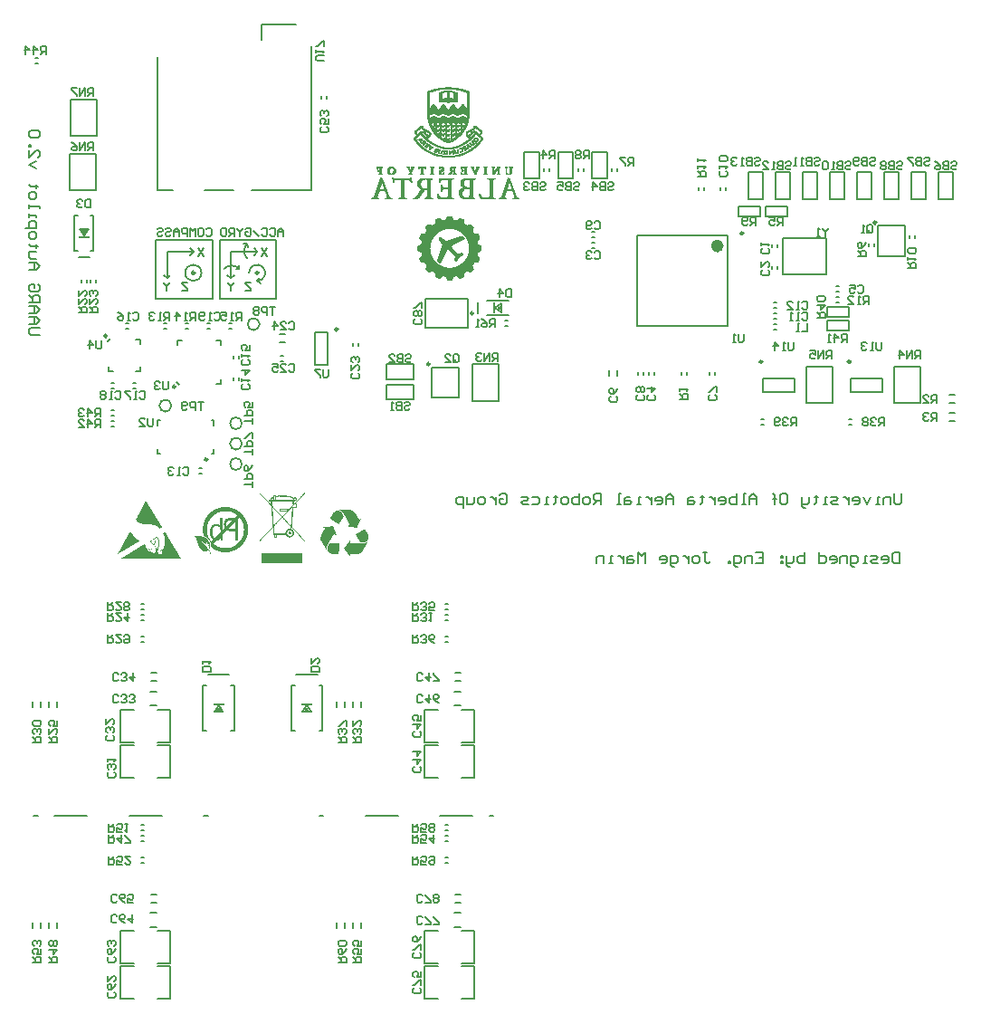
<source format=gbo>
G04 Layer_Color=32896*
%FSLAX25Y25*%
%MOIN*%
G70*
G01*
G75*
%ADD10C,0.00800*%
%ADD49C,0.00700*%
%ADD92C,0.00984*%
%ADD93C,0.00600*%
%ADD97C,0.00787*%
%ADD98C,0.01000*%
%ADD99C,0.00032*%
%ADD184C,0.02362*%
%ADD185C,0.00062*%
%ADD186R,0.00787X0.03969*%
%ADD187R,0.03969X0.00787*%
G36*
X85534Y16179D02*
X85471D01*
Y16241D01*
X85534D01*
Y16179D01*
D02*
G37*
G36*
X123543Y22481D02*
X123644D01*
Y22447D01*
X123744D01*
Y22414D01*
X123811D01*
Y22380D01*
X123878D01*
Y22347D01*
X123945D01*
Y22313D01*
X123979D01*
Y22280D01*
X124046D01*
Y22246D01*
X124113D01*
Y22213D01*
X124146D01*
Y22179D01*
X124180D01*
Y22146D01*
X124247D01*
Y22112D01*
X124280D01*
Y22079D01*
X124314D01*
Y22045D01*
X124347D01*
Y22012D01*
X124381D01*
Y21978D01*
X124448D01*
Y21945D01*
X124481D01*
Y21911D01*
X124515D01*
Y21878D01*
X124549D01*
Y21844D01*
X124582D01*
Y21811D01*
X124616D01*
Y21777D01*
X124649D01*
Y21744D01*
X124683D01*
Y21710D01*
Y21677D01*
X124716D01*
Y21643D01*
X124750D01*
Y21609D01*
X124783D01*
Y21576D01*
X124817D01*
Y21542D01*
X124850D01*
Y21509D01*
Y21475D01*
X124884D01*
Y21442D01*
X124917D01*
Y21408D01*
X124951D01*
Y21375D01*
X124984D01*
Y21341D01*
Y21308D01*
X125018D01*
Y21274D01*
X125051D01*
Y21241D01*
Y21207D01*
X125085D01*
Y21174D01*
X125119D01*
Y21140D01*
X125152D01*
Y21107D01*
Y21073D01*
X125186D01*
Y21039D01*
Y21006D01*
X125219D01*
Y20973D01*
X125253D01*
Y20939D01*
Y20905D01*
X125286D01*
Y20872D01*
X125320D01*
Y20838D01*
Y20805D01*
X125353D01*
Y20771D01*
Y20738D01*
X125387D01*
Y20704D01*
X125420D01*
Y20671D01*
Y20637D01*
X125454D01*
Y20604D01*
Y20570D01*
X125487D01*
Y20537D01*
X125521D01*
Y20503D01*
Y20470D01*
X125554D01*
Y20436D01*
Y20403D01*
X125588D01*
Y20369D01*
Y20336D01*
X125621D01*
Y20302D01*
X125655D01*
Y20268D01*
Y20235D01*
X125688D01*
Y20201D01*
Y20168D01*
X125722D01*
Y20134D01*
X125755D01*
Y20101D01*
Y20067D01*
X125789D01*
Y20034D01*
Y20000D01*
X125822D01*
Y19967D01*
X125856D01*
Y19933D01*
Y19900D01*
X125890D01*
Y19866D01*
Y19833D01*
X125923D01*
Y19799D01*
Y19766D01*
X125956D01*
Y19732D01*
X125990D01*
Y19699D01*
Y19665D01*
X126024D01*
Y19632D01*
Y19598D01*
X126057D01*
Y19565D01*
X126091D01*
Y19531D01*
Y19498D01*
X126124D01*
Y19464D01*
Y19430D01*
X126158D01*
Y19397D01*
X126191D01*
Y19363D01*
Y19330D01*
X126225D01*
Y19296D01*
Y19263D01*
X126258D01*
Y19229D01*
X126292D01*
Y19196D01*
Y19162D01*
X126325D01*
Y19129D01*
Y19095D01*
X126359D01*
Y19062D01*
X126459D01*
Y19095D01*
X126526D01*
Y19129D01*
X126560D01*
Y19162D01*
X126627D01*
Y19196D01*
X126694D01*
Y19229D01*
X126761D01*
Y19263D01*
X126828D01*
Y19296D01*
X126895D01*
Y19330D01*
X126929D01*
Y19363D01*
X126996D01*
Y19397D01*
X127063D01*
Y19430D01*
X127096D01*
Y19397D01*
Y19363D01*
X127063D01*
Y19330D01*
Y19296D01*
X127029D01*
Y19263D01*
Y19229D01*
X126996D01*
Y19196D01*
Y19162D01*
Y19129D01*
X126962D01*
Y19095D01*
Y19062D01*
X126929D01*
Y19028D01*
Y18995D01*
X126895D01*
Y18961D01*
Y18928D01*
X126862D01*
Y18894D01*
Y18861D01*
X126828D01*
Y18827D01*
Y18793D01*
X126795D01*
Y18760D01*
Y18726D01*
Y18693D01*
X126761D01*
Y18659D01*
Y18626D01*
X126727D01*
Y18592D01*
Y18559D01*
X126694D01*
Y18525D01*
Y18492D01*
X126661D01*
Y18458D01*
Y18425D01*
X126627D01*
Y18391D01*
Y18358D01*
X126593D01*
Y18324D01*
Y18291D01*
Y18257D01*
X126560D01*
Y18224D01*
Y18190D01*
X126526D01*
Y18157D01*
Y18123D01*
X126493D01*
Y18090D01*
Y18056D01*
X126459D01*
Y18022D01*
Y17989D01*
Y17955D01*
X126426D01*
Y17922D01*
Y17888D01*
X126392D01*
Y17855D01*
Y17821D01*
X126359D01*
Y17788D01*
Y17754D01*
X126325D01*
Y17721D01*
Y17687D01*
X126292D01*
Y17654D01*
Y17620D01*
Y17587D01*
X126258D01*
Y17553D01*
Y17520D01*
X126225D01*
Y17486D01*
Y17453D01*
X126191D01*
Y17419D01*
Y17386D01*
X126158D01*
Y17352D01*
Y17319D01*
X126124D01*
Y17285D01*
Y17252D01*
X126091D01*
Y17218D01*
Y17184D01*
Y17151D01*
X126057D01*
Y17117D01*
Y17084D01*
X126024D01*
Y17050D01*
Y17017D01*
X125990D01*
Y16983D01*
Y16950D01*
X125956D01*
Y16916D01*
Y16883D01*
X125923D01*
Y16849D01*
Y16816D01*
X125890D01*
Y16782D01*
Y16749D01*
Y16715D01*
X125856D01*
Y16682D01*
Y16648D01*
X125822D01*
Y16614D01*
Y16581D01*
X125789D01*
Y16547D01*
Y16514D01*
X125755D01*
Y16480D01*
Y16447D01*
Y16413D01*
X125722D01*
Y16380D01*
Y16346D01*
X125688D01*
Y16313D01*
Y16279D01*
X125655D01*
Y16246D01*
Y16212D01*
X125621D01*
Y16179D01*
Y16145D01*
X125588D01*
Y16112D01*
Y16078D01*
X125554D01*
Y16045D01*
Y16011D01*
X125454D01*
Y16045D01*
X125253D01*
Y16078D01*
X125018D01*
Y16112D01*
X124817D01*
Y16145D01*
X124582D01*
Y16179D01*
X124381D01*
Y16212D01*
X124146D01*
Y16246D01*
X123912D01*
Y16279D01*
X123711D01*
Y16313D01*
X123476D01*
Y16346D01*
X123275D01*
Y16380D01*
X123040D01*
Y16413D01*
X122839D01*
Y16447D01*
X122604D01*
Y16480D01*
X122403D01*
Y16514D01*
X122169D01*
Y16547D01*
X121967D01*
Y16581D01*
X121833D01*
Y16614D01*
X121934D01*
Y16648D01*
X121967D01*
Y16682D01*
X122034D01*
Y16715D01*
X122101D01*
Y16749D01*
X122169D01*
Y16782D01*
X122236D01*
Y16816D01*
X122303D01*
Y16849D01*
X122336D01*
Y16883D01*
X122403D01*
Y16916D01*
X122470D01*
Y16950D01*
X122537D01*
Y16983D01*
X122604D01*
Y17017D01*
X122671D01*
Y17050D01*
X122738D01*
Y17084D01*
X122772D01*
Y17117D01*
X122839D01*
Y17151D01*
X122906D01*
Y17184D01*
Y17218D01*
X122872D01*
Y17252D01*
X122839D01*
Y17285D01*
Y17319D01*
X122805D01*
Y17352D01*
Y17386D01*
X122772D01*
Y17419D01*
Y17453D01*
X122738D01*
Y17486D01*
Y17520D01*
X122705D01*
Y17553D01*
Y17587D01*
X122671D01*
Y17620D01*
Y17654D01*
X122638D01*
Y17687D01*
X122604D01*
Y17721D01*
Y17754D01*
X122571D01*
Y17788D01*
Y17821D01*
X122537D01*
Y17855D01*
Y17888D01*
X122504D01*
Y17922D01*
Y17955D01*
X122470D01*
Y17989D01*
Y18022D01*
X122437D01*
Y18056D01*
X122403D01*
Y18090D01*
Y18123D01*
X122370D01*
Y18157D01*
Y18190D01*
X122336D01*
Y18224D01*
Y18257D01*
X122303D01*
Y18291D01*
Y18324D01*
X122269D01*
Y18358D01*
Y18391D01*
X122236D01*
Y18425D01*
Y18458D01*
X122202D01*
Y18492D01*
Y18525D01*
X122169D01*
Y18559D01*
X122135D01*
Y18592D01*
Y18626D01*
X122101D01*
Y18659D01*
Y18693D01*
X122068D01*
Y18726D01*
Y18760D01*
X122034D01*
Y18793D01*
Y18827D01*
X122001D01*
Y18861D01*
Y18894D01*
X121967D01*
Y18928D01*
Y18961D01*
X121934D01*
Y18995D01*
X121900D01*
Y19028D01*
Y19062D01*
X121867D01*
Y19095D01*
Y19129D01*
X121833D01*
Y19162D01*
Y19196D01*
X121800D01*
Y19229D01*
Y19263D01*
X121766D01*
Y19296D01*
Y19330D01*
X121733D01*
Y19363D01*
Y19397D01*
X121699D01*
Y19430D01*
X121666D01*
Y19464D01*
Y19498D01*
X121632D01*
Y19531D01*
Y19565D01*
X121599D01*
Y19598D01*
Y19632D01*
X121565D01*
Y19665D01*
Y19699D01*
X121532D01*
Y19732D01*
Y19766D01*
X121498D01*
Y19799D01*
X121465D01*
Y19833D01*
Y19866D01*
X121431D01*
Y19900D01*
Y19933D01*
X121397D01*
Y19967D01*
Y20000D01*
X121364D01*
Y20034D01*
Y20067D01*
X121330D01*
Y20101D01*
Y20134D01*
X121297D01*
Y20168D01*
Y20201D01*
X121263D01*
Y20235D01*
X121230D01*
Y20268D01*
Y20302D01*
X121196D01*
Y20336D01*
Y20369D01*
X121163D01*
Y20403D01*
Y20436D01*
X121129D01*
Y20470D01*
Y20503D01*
X121096D01*
Y20537D01*
Y20570D01*
X121062D01*
Y20604D01*
Y20637D01*
X121029D01*
Y20671D01*
X120995D01*
Y20704D01*
Y20738D01*
X120962D01*
Y20771D01*
Y20805D01*
Y20838D01*
X120928D01*
Y20872D01*
X120895D01*
Y20905D01*
Y20939D01*
X120861D01*
Y20973D01*
Y21006D01*
X120828D01*
Y21039D01*
Y21073D01*
X120794D01*
Y21107D01*
X120761D01*
Y21140D01*
Y21174D01*
X120727D01*
Y21207D01*
Y21241D01*
X120694D01*
Y21274D01*
X120660D01*
Y21308D01*
Y21341D01*
X120626D01*
Y21375D01*
X120593D01*
Y21408D01*
X120559D01*
Y21442D01*
Y21475D01*
X120526D01*
Y21509D01*
X120492D01*
Y21542D01*
X120459D01*
Y21576D01*
X120425D01*
Y21609D01*
Y21643D01*
X120392D01*
Y21677D01*
X120358D01*
Y21710D01*
X120325D01*
Y21744D01*
X120291D01*
Y21777D01*
X120258D01*
Y21811D01*
X120224D01*
Y21844D01*
X120191D01*
Y21878D01*
X120157D01*
Y21911D01*
X120124D01*
Y21945D01*
X120090D01*
Y21978D01*
X120057D01*
Y22012D01*
X120023D01*
Y22045D01*
X119990D01*
Y22079D01*
X119956D01*
Y22112D01*
X119889D01*
Y22146D01*
X119855D01*
Y22179D01*
X119822D01*
Y22213D01*
X119755D01*
Y22246D01*
X119721D01*
Y22280D01*
X119654D01*
Y22313D01*
X119587D01*
Y22347D01*
X119520D01*
Y22380D01*
X119453D01*
Y22414D01*
X119386D01*
Y22447D01*
X119286D01*
Y22481D01*
X119185D01*
Y22514D01*
X123543D01*
Y22481D01*
D02*
G37*
G36*
X47823Y25930D02*
X47894D01*
Y25859D01*
Y25788D01*
X47965D01*
Y25717D01*
X48035D01*
Y25646D01*
Y25575D01*
X48106D01*
Y25504D01*
Y25433D01*
X48177D01*
Y25362D01*
X48248D01*
Y25291D01*
Y25220D01*
X48319D01*
Y25149D01*
X48390D01*
Y25078D01*
Y25008D01*
X48461D01*
Y24937D01*
Y24866D01*
X48532D01*
Y24795D01*
X48603D01*
Y24724D01*
Y24653D01*
X48674D01*
Y24582D01*
Y24511D01*
X48745D01*
Y24440D01*
X48816D01*
Y24369D01*
Y24298D01*
X48887D01*
Y24227D01*
Y24156D01*
X48957D01*
Y24085D01*
X49028D01*
Y24014D01*
Y23944D01*
X49099D01*
Y23873D01*
X49170D01*
Y23802D01*
Y23731D01*
X49241D01*
Y23660D01*
Y23589D01*
X49312D01*
Y23518D01*
X49383D01*
Y23447D01*
Y23376D01*
X49454D01*
Y23305D01*
Y23234D01*
X49525D01*
Y23163D01*
X49596D01*
Y23092D01*
Y23021D01*
X49667D01*
Y22950D01*
X49738D01*
Y22880D01*
Y22809D01*
X49809D01*
Y22738D01*
Y22667D01*
X49880D01*
Y22596D01*
X49951D01*
Y22525D01*
Y22454D01*
X50021D01*
Y22383D01*
Y22312D01*
X50092D01*
Y22241D01*
X50163D01*
Y22170D01*
Y22099D01*
X50234D01*
Y22028D01*
X50305D01*
Y21957D01*
Y21887D01*
X50376D01*
Y21815D01*
Y21745D01*
X50447D01*
Y21674D01*
X50518D01*
Y21603D01*
Y21532D01*
X50589D01*
Y21461D01*
Y21390D01*
X50660D01*
Y21319D01*
X50731D01*
Y21248D01*
Y21177D01*
X50802D01*
Y21106D01*
Y21035D01*
X50873D01*
Y20964D01*
X50944D01*
Y20893D01*
Y20822D01*
X51015D01*
Y20752D01*
X51085D01*
Y20681D01*
Y20610D01*
X51156D01*
Y20539D01*
Y20468D01*
X51227D01*
Y20397D01*
X51298D01*
Y20326D01*
Y20255D01*
X51369D01*
Y20184D01*
Y20113D01*
X51440D01*
Y20042D01*
X51511D01*
Y19971D01*
Y19900D01*
X51582D01*
Y19829D01*
X51653D01*
Y19759D01*
Y19688D01*
X51724D01*
Y19617D01*
Y19546D01*
X51795D01*
Y19475D01*
X51866D01*
Y19404D01*
Y19333D01*
X51937D01*
Y19262D01*
Y19191D01*
X52008D01*
Y19120D01*
X52078D01*
Y19049D01*
Y18978D01*
X52149D01*
Y18907D01*
X52220D01*
Y18836D01*
Y18766D01*
X52291D01*
Y18695D01*
Y18624D01*
X52362D01*
Y18553D01*
X52433D01*
Y18482D01*
Y18411D01*
X52504D01*
Y18340D01*
Y18269D01*
X52575D01*
Y18198D01*
X52646D01*
Y18127D01*
Y18056D01*
X52717D01*
Y17985D01*
X52788D01*
Y17914D01*
Y17843D01*
X52859D01*
Y17773D01*
Y17702D01*
X52930D01*
Y17631D01*
X53001D01*
Y17560D01*
Y17489D01*
X53071D01*
Y17418D01*
Y17347D01*
X53142D01*
Y17276D01*
X53213D01*
Y17205D01*
Y17134D01*
X53284D01*
Y17063D01*
Y16992D01*
X53355D01*
Y16921D01*
X53426D01*
Y16850D01*
Y16779D01*
X53497D01*
Y16709D01*
X53568D01*
Y16638D01*
Y16567D01*
X53639D01*
Y16496D01*
Y16425D01*
X53710D01*
Y16354D01*
X53781D01*
Y16283D01*
Y16212D01*
X53710D01*
Y16141D01*
X53639D01*
Y16070D01*
X53497D01*
Y15999D01*
X53426D01*
Y15928D01*
X53284D01*
Y15857D01*
X53213D01*
Y15786D01*
X53071D01*
Y15716D01*
X52930D01*
Y15786D01*
X52859D01*
Y15857D01*
Y15928D01*
X52788D01*
Y15999D01*
X52717D01*
Y16070D01*
X52646D01*
Y16141D01*
X52504D01*
Y16212D01*
X52433D01*
Y16283D01*
X52362D01*
Y16354D01*
X52220D01*
Y16425D01*
X52149D01*
Y16496D01*
X52008D01*
Y16567D01*
X51866D01*
Y16638D01*
X51724D01*
Y16709D01*
X51582D01*
Y16779D01*
X51440D01*
Y16850D01*
X51227D01*
Y16921D01*
X51015D01*
Y16992D01*
X50802D01*
Y17063D01*
X50447D01*
Y17134D01*
X50092D01*
Y17205D01*
X49525D01*
Y17276D01*
X48035D01*
Y17347D01*
X47255D01*
Y17418D01*
X46759D01*
Y17489D01*
X46404D01*
Y17560D01*
X46120D01*
Y17631D01*
X45836D01*
Y17702D01*
X45624D01*
Y17773D01*
X45411D01*
Y17843D01*
X45269D01*
Y17914D01*
X45127D01*
Y17985D01*
X44985D01*
Y18056D01*
X44844D01*
Y18127D01*
X44773D01*
Y18198D01*
X44702D01*
Y18269D01*
X44631D01*
Y18340D01*
X44560D01*
Y18411D01*
X44489D01*
Y18482D01*
X44418D01*
Y18553D01*
X44347D01*
Y18624D01*
Y18695D01*
X44276D01*
Y18766D01*
Y18836D01*
Y18907D01*
X44205D01*
Y18978D01*
Y19049D01*
Y19120D01*
Y19191D01*
X44276D01*
Y19262D01*
Y19333D01*
X44347D01*
Y19404D01*
X44418D01*
Y19475D01*
Y19546D01*
X44489D01*
Y19617D01*
Y19688D01*
X44560D01*
Y19759D01*
Y19829D01*
X44631D01*
Y19900D01*
Y19971D01*
X44702D01*
Y20042D01*
Y20113D01*
X44773D01*
Y20184D01*
Y20255D01*
X44844D01*
Y20326D01*
Y20397D01*
X44914D01*
Y20468D01*
Y20539D01*
X44985D01*
Y20610D01*
Y20681D01*
X45056D01*
Y20752D01*
Y20822D01*
X45127D01*
Y20893D01*
Y20964D01*
X45198D01*
Y21035D01*
Y21106D01*
X45269D01*
Y21177D01*
Y21248D01*
X45340D01*
Y21319D01*
X45411D01*
Y21390D01*
Y21461D01*
X45482D01*
Y21532D01*
Y21603D01*
X45553D01*
Y21674D01*
Y21745D01*
X45624D01*
Y21815D01*
Y21887D01*
X45695D01*
Y21957D01*
Y22028D01*
X45766D01*
Y22099D01*
Y22170D01*
X45836D01*
Y22241D01*
Y22312D01*
X45908D01*
Y22383D01*
Y22454D01*
X45978D01*
Y22525D01*
Y22596D01*
X46049D01*
Y22667D01*
Y22738D01*
X46120D01*
Y22809D01*
Y22880D01*
X46191D01*
Y22950D01*
Y23021D01*
X46262D01*
Y23092D01*
Y23163D01*
X46333D01*
Y23234D01*
X46404D01*
Y23305D01*
Y23376D01*
X46475D01*
Y23447D01*
Y23518D01*
X46546D01*
Y23589D01*
Y23660D01*
X46617D01*
Y23731D01*
Y23802D01*
X46688D01*
Y23873D01*
Y23944D01*
X46759D01*
Y24014D01*
Y24085D01*
X46830D01*
Y24156D01*
Y24227D01*
X46900D01*
Y24298D01*
Y24369D01*
X46971D01*
Y24440D01*
Y24511D01*
X47042D01*
Y24582D01*
Y24653D01*
X47113D01*
Y24724D01*
Y24795D01*
X47184D01*
Y24866D01*
Y24937D01*
X47255D01*
Y25008D01*
Y25078D01*
X47326D01*
Y25149D01*
X47397D01*
Y25220D01*
Y25291D01*
X47468D01*
Y25362D01*
Y25433D01*
X47539D01*
Y25504D01*
Y25575D01*
X47610D01*
Y25646D01*
Y25717D01*
X47681D01*
Y25788D01*
Y25859D01*
X47752D01*
Y25930D01*
Y26000D01*
X47823D01*
Y25930D01*
D02*
G37*
G36*
X67030Y13064D02*
Y13002D01*
X67591D01*
Y13064D01*
X67715D01*
Y13002D01*
Y12939D01*
X68276D01*
Y13002D01*
X68338D01*
Y12939D01*
Y12877D01*
X68525D01*
Y12815D01*
X68774D01*
Y12752D01*
X68961D01*
Y12690D01*
X69086D01*
Y12628D01*
X69211D01*
Y12565D01*
X69335D01*
Y12503D01*
X69460D01*
Y12441D01*
X69647D01*
Y12378D01*
X69771D01*
Y12316D01*
X69834D01*
Y12254D01*
X69896D01*
Y12192D01*
X70021D01*
Y12129D01*
Y12067D01*
X70145D01*
Y12005D01*
X70270D01*
Y11942D01*
X70332D01*
Y11880D01*
X70394D01*
Y11818D01*
X70457D01*
Y11755D01*
Y11693D01*
X70519D01*
Y11631D01*
X70581D01*
Y11569D01*
X70644D01*
Y11506D01*
X70706D01*
Y11444D01*
X70768D01*
Y11382D01*
X70831D01*
Y11319D01*
X70768D01*
Y11257D01*
X70893D01*
Y11195D01*
Y11133D01*
Y11070D01*
X70955D01*
Y11008D01*
X71017D01*
Y10946D01*
X71080D01*
Y10883D01*
Y10821D01*
X71142D01*
Y10759D01*
Y10696D01*
Y10634D01*
X71204D01*
Y10572D01*
X71267D01*
Y10509D01*
Y10447D01*
Y10385D01*
X71329D01*
Y10323D01*
X71267D01*
Y10260D01*
Y10198D01*
X71329D01*
Y10136D01*
Y10073D01*
Y10011D01*
Y9949D01*
X71391D01*
Y9886D01*
Y9824D01*
Y9762D01*
Y9700D01*
Y9637D01*
X71516D01*
Y9575D01*
Y9513D01*
Y9450D01*
X71453D01*
Y9388D01*
Y9326D01*
Y9263D01*
Y9201D01*
Y9139D01*
Y9076D01*
Y9014D01*
Y8952D01*
Y8890D01*
Y8827D01*
Y8765D01*
Y8703D01*
Y8640D01*
Y8578D01*
Y8516D01*
Y8454D01*
Y8391D01*
X71329D01*
Y8329D01*
Y8267D01*
Y8204D01*
X71267D01*
Y8267D01*
X71204D01*
Y8329D01*
X71142D01*
Y8391D01*
X71080D01*
Y8454D01*
X71017D01*
Y8516D01*
Y8578D01*
Y8640D01*
Y8703D01*
Y8765D01*
Y8827D01*
Y8890D01*
Y8952D01*
Y9014D01*
Y9076D01*
Y9139D01*
Y9201D01*
X70893D01*
Y9263D01*
Y9326D01*
Y9388D01*
X70955D01*
Y9450D01*
X70893D01*
Y9513D01*
Y9575D01*
Y9637D01*
Y9700D01*
X70955D01*
Y9762D01*
Y9824D01*
Y9886D01*
X70831D01*
Y9949D01*
Y10011D01*
X70768D01*
Y10073D01*
X70706D01*
Y10136D01*
X70581D01*
Y10073D01*
Y10011D01*
Y9949D01*
Y9886D01*
Y9824D01*
Y9762D01*
Y9700D01*
Y9637D01*
Y9575D01*
Y9513D01*
Y9450D01*
Y9388D01*
Y9326D01*
Y9263D01*
Y9201D01*
X70519D01*
Y9263D01*
X70457D01*
Y9326D01*
X70394D01*
Y9388D01*
Y9450D01*
Y9513D01*
Y9575D01*
Y9637D01*
Y9700D01*
Y9762D01*
Y9824D01*
Y9886D01*
Y9949D01*
Y10011D01*
Y10073D01*
Y10136D01*
Y10198D01*
Y10260D01*
Y10323D01*
Y10385D01*
Y10447D01*
Y10509D01*
X70332D01*
Y10572D01*
Y10634D01*
X70270D01*
Y10696D01*
X70208D01*
Y10759D01*
Y10821D01*
X70083D01*
Y10883D01*
X69958D01*
Y10821D01*
Y10759D01*
Y10696D01*
Y10634D01*
Y10572D01*
Y10509D01*
Y10447D01*
Y10385D01*
Y10323D01*
Y10260D01*
Y10198D01*
Y10136D01*
Y10073D01*
Y10011D01*
Y9949D01*
Y9886D01*
X69896D01*
Y9949D01*
X69834D01*
Y10011D01*
X69771D01*
Y10073D01*
X69709D01*
Y10136D01*
X69647D01*
Y10198D01*
X69585D01*
Y10260D01*
Y10323D01*
X69522D01*
Y10385D01*
X69585D01*
Y10447D01*
Y10509D01*
Y10572D01*
Y10634D01*
Y10696D01*
X69522D01*
Y10759D01*
X69585D01*
Y10821D01*
Y10883D01*
Y10946D01*
X69522D01*
Y11008D01*
Y11070D01*
X69398D01*
Y11008D01*
Y10946D01*
Y10883D01*
Y10821D01*
Y10759D01*
X69335D01*
Y10696D01*
Y10634D01*
Y10572D01*
Y10509D01*
X69273D01*
Y10447D01*
X69211D01*
Y10509D01*
X69086D01*
Y10572D01*
X69024D01*
Y10634D01*
X68961D01*
Y10696D01*
X68899D01*
Y10759D01*
X68774D01*
Y10821D01*
X68650D01*
Y10883D01*
X68588D01*
Y10946D01*
X68463D01*
Y11008D01*
X68401D01*
Y11070D01*
X68276D01*
Y11133D01*
X68214D01*
Y11195D01*
X68089D01*
Y11257D01*
X67965D01*
Y11195D01*
Y11133D01*
X68027D01*
Y11070D01*
X68089D01*
Y11008D01*
X68214D01*
Y10946D01*
X68276D01*
Y10883D01*
X68338D01*
Y10821D01*
X68401D01*
Y10759D01*
X68463D01*
Y10696D01*
X68525D01*
Y10634D01*
X68588D01*
Y10572D01*
X68650D01*
Y10509D01*
X68712D01*
Y10447D01*
X68774D01*
Y10385D01*
X68837D01*
Y10323D01*
X68961D01*
Y10260D01*
X69024D01*
Y10198D01*
X69086D01*
Y10136D01*
X69148D01*
Y10073D01*
X69211D01*
Y10011D01*
X69273D01*
Y9949D01*
X69335D01*
Y9886D01*
X69398D01*
Y9824D01*
X69460D01*
Y9762D01*
X69522D01*
Y9700D01*
Y9637D01*
X69585D01*
Y9575D01*
X69647D01*
Y9513D01*
X69709D01*
Y9450D01*
X69771D01*
Y9388D01*
X69834D01*
Y9326D01*
X69896D01*
Y9263D01*
X69958D01*
Y9201D01*
X70021D01*
Y9139D01*
X70083D01*
Y9076D01*
X70145D01*
Y9014D01*
Y8952D01*
X70208D01*
Y8890D01*
X70270D01*
Y8827D01*
X70332D01*
Y8765D01*
X70394D01*
Y8703D01*
X70457D01*
Y8640D01*
Y8578D01*
X70519D01*
Y8516D01*
X70581D01*
Y8454D01*
X70644D01*
Y8391D01*
X70706D01*
Y8329D01*
Y8267D01*
X70831D01*
Y8204D01*
X70893D01*
Y8142D01*
X70831D01*
Y8080D01*
X70893D01*
Y8017D01*
X70955D01*
Y7955D01*
X71017D01*
Y7893D01*
Y7830D01*
X71142D01*
Y7768D01*
Y7706D01*
X71204D01*
Y7644D01*
X71267D01*
Y7581D01*
Y7519D01*
X71329D01*
Y7457D01*
X71267D01*
Y7394D01*
X71391D01*
Y7332D01*
Y7270D01*
X71453D01*
Y7208D01*
Y7145D01*
X71516D01*
Y7083D01*
Y7021D01*
X71578D01*
Y6958D01*
Y6896D01*
X71640D01*
Y6834D01*
X71703D01*
Y6771D01*
Y6709D01*
Y6647D01*
X71765D01*
Y6584D01*
Y6522D01*
Y6460D01*
Y6397D01*
X71827D01*
Y6335D01*
X71765D01*
Y6273D01*
X71703D01*
Y6211D01*
X71640D01*
Y6273D01*
Y6335D01*
X71578D01*
Y6397D01*
Y6460D01*
X71516D01*
Y6522D01*
Y6584D01*
Y6647D01*
Y6709D01*
X71391D01*
Y6771D01*
X71453D01*
Y6834D01*
Y6896D01*
X71391D01*
Y6958D01*
Y7021D01*
X71329D01*
Y7083D01*
Y7145D01*
X71267D01*
Y7208D01*
Y7270D01*
X71204D01*
Y7332D01*
Y7394D01*
X71142D01*
Y7457D01*
Y7519D01*
X71080D01*
Y7581D01*
X71017D01*
Y7644D01*
Y7706D01*
X70955D01*
Y7768D01*
X70893D01*
Y7830D01*
X70831D01*
Y7768D01*
X70768D01*
Y7706D01*
X70644D01*
Y7644D01*
X70519D01*
Y7581D01*
X70394D01*
Y7519D01*
X70270D01*
Y7457D01*
X70145D01*
Y7394D01*
X70021D01*
Y7332D01*
X69896D01*
Y7270D01*
X69709D01*
Y7208D01*
X69522D01*
Y7145D01*
X69460D01*
Y7208D01*
X69335D01*
Y7270D01*
X69086D01*
Y7332D01*
X68961D01*
Y7394D01*
X68837D01*
Y7457D01*
X68712D01*
Y7519D01*
X68650D01*
Y7581D01*
X68525D01*
Y7644D01*
X68463D01*
Y7706D01*
X68401D01*
Y7768D01*
X68338D01*
Y7830D01*
X68276D01*
Y7893D01*
X68214D01*
Y7955D01*
X68151D01*
Y8017D01*
Y8080D01*
X68089D01*
Y8142D01*
X68027D01*
Y8204D01*
X67965D01*
Y8267D01*
Y8329D01*
X67902D01*
Y8391D01*
X67840D01*
Y8454D01*
X67778D01*
Y8516D01*
X67715D01*
Y8578D01*
X67653D01*
Y8640D01*
X67715D01*
Y8703D01*
X67653D01*
Y8765D01*
Y8827D01*
X67528D01*
Y8890D01*
Y8952D01*
X67466D01*
Y9014D01*
Y9076D01*
X67404D01*
Y9139D01*
Y9201D01*
X67342D01*
Y9263D01*
Y9326D01*
X67279D01*
Y9388D01*
Y9450D01*
X67217D01*
Y9513D01*
X67155D01*
Y9575D01*
X67217D01*
Y9637D01*
Y9700D01*
X67155D01*
Y9762D01*
Y9824D01*
X67092D01*
Y9886D01*
X67030D01*
Y9949D01*
Y10011D01*
Y10073D01*
X66968D01*
Y10136D01*
Y10198D01*
Y10260D01*
X66905D01*
Y10323D01*
X66843D01*
Y10385D01*
Y10447D01*
Y10509D01*
X66781D01*
Y10572D01*
Y10634D01*
Y10696D01*
Y10759D01*
Y10821D01*
X66656D01*
Y10883D01*
X66719D01*
Y10946D01*
Y11008D01*
Y11070D01*
X66656D01*
Y11133D01*
Y11195D01*
Y11257D01*
X66594D01*
Y11319D01*
Y11382D01*
Y11444D01*
X66532D01*
Y11506D01*
Y11569D01*
Y11631D01*
X66469D01*
Y11693D01*
Y11755D01*
X66407D01*
Y11818D01*
Y11880D01*
Y11942D01*
X66345D01*
Y12005D01*
Y12067D01*
X66282D01*
Y12129D01*
Y12192D01*
Y12254D01*
X66220D01*
Y12316D01*
Y12378D01*
X66158D01*
Y12441D01*
Y12503D01*
X66096D01*
Y12565D01*
X66033D01*
Y12628D01*
X65971D01*
Y12690D01*
X65846D01*
Y12752D01*
Y12815D01*
X65784D01*
Y12877D01*
X65722D01*
Y12939D01*
Y13002D01*
X66282D01*
Y13064D01*
Y13126D01*
X67030D01*
Y13064D01*
D02*
G37*
G36*
X118649Y22280D02*
X118816D01*
Y22246D01*
X118950D01*
Y22213D01*
X119051D01*
Y22179D01*
X119118D01*
Y22146D01*
X119185D01*
Y22112D01*
X119252D01*
Y22079D01*
X119319D01*
Y22045D01*
X119386D01*
Y22012D01*
X119453D01*
Y21978D01*
X119487D01*
Y21945D01*
X119554D01*
Y21911D01*
X119587D01*
Y21878D01*
X119654D01*
Y21844D01*
X119688D01*
Y21811D01*
X119721D01*
Y21777D01*
X119755D01*
Y21744D01*
X119788D01*
Y21710D01*
X119822D01*
Y21677D01*
X119855D01*
Y21643D01*
X119889D01*
Y21609D01*
X119922D01*
Y21576D01*
X119956D01*
Y21542D01*
X119990D01*
Y21509D01*
X120023D01*
Y21475D01*
Y21442D01*
X120057D01*
Y21408D01*
X120090D01*
Y21375D01*
X120124D01*
Y21341D01*
Y21308D01*
X120157D01*
Y21274D01*
X120191D01*
Y21241D01*
Y21207D01*
X120224D01*
Y21174D01*
X120258D01*
Y21140D01*
Y21107D01*
X120291D01*
Y21073D01*
X120325D01*
Y21039D01*
Y21006D01*
X120358D01*
Y20973D01*
Y20939D01*
X120392D01*
Y20905D01*
X120425D01*
Y20872D01*
Y20838D01*
X120459D01*
Y20805D01*
Y20771D01*
X120492D01*
Y20738D01*
Y20704D01*
X120526D01*
Y20671D01*
Y20637D01*
X120559D01*
Y20604D01*
Y20570D01*
X120593D01*
Y20537D01*
Y20503D01*
X120626D01*
Y20470D01*
Y20436D01*
X120660D01*
Y20403D01*
Y20369D01*
X120694D01*
Y20336D01*
Y20302D01*
Y20268D01*
X120727D01*
Y20235D01*
Y20201D01*
X120694D01*
Y20168D01*
Y20134D01*
X120660D01*
Y20101D01*
X120626D01*
Y20067D01*
Y20034D01*
X120593D01*
Y20000D01*
Y19967D01*
X120559D01*
Y19933D01*
X120526D01*
Y19900D01*
Y19866D01*
X120492D01*
Y19833D01*
Y19799D01*
X120459D01*
Y19766D01*
X120425D01*
Y19732D01*
Y19699D01*
X120392D01*
Y19665D01*
X120358D01*
Y19632D01*
Y19598D01*
X120325D01*
Y19565D01*
Y19531D01*
X120291D01*
Y19498D01*
X120258D01*
Y19464D01*
Y19430D01*
X120224D01*
Y19397D01*
Y19363D01*
X120191D01*
Y19330D01*
X120157D01*
Y19296D01*
Y19263D01*
X120124D01*
Y19229D01*
X120090D01*
Y19196D01*
Y19162D01*
X120057D01*
Y19129D01*
Y19095D01*
X120023D01*
Y19062D01*
X119990D01*
Y19028D01*
Y18995D01*
X119956D01*
Y18961D01*
Y18928D01*
X119922D01*
Y18894D01*
X119889D01*
Y18861D01*
Y18827D01*
X119855D01*
Y18793D01*
X119822D01*
Y18760D01*
Y18726D01*
X119788D01*
Y18693D01*
Y18659D01*
X119755D01*
Y18626D01*
X119721D01*
Y18592D01*
Y18559D01*
X119688D01*
Y18525D01*
X119654D01*
Y18492D01*
Y18458D01*
X119621D01*
Y18425D01*
Y18391D01*
X119587D01*
Y18358D01*
X119554D01*
Y18324D01*
Y18291D01*
X119520D01*
Y18257D01*
Y18224D01*
X119487D01*
Y18190D01*
X119453D01*
Y18157D01*
Y18123D01*
X119420D01*
Y18090D01*
X119386D01*
Y18056D01*
Y18022D01*
X119353D01*
Y17989D01*
Y17955D01*
X119319D01*
Y17922D01*
X119286D01*
Y17888D01*
Y17855D01*
X119252D01*
Y17821D01*
Y17788D01*
X119219D01*
Y17754D01*
X119185D01*
Y17721D01*
Y17687D01*
X119151D01*
Y17654D01*
X119118D01*
Y17620D01*
Y17587D01*
X119084D01*
Y17553D01*
Y17520D01*
X119051D01*
Y17486D01*
X119017D01*
Y17453D01*
Y17419D01*
X118984D01*
Y17386D01*
Y17352D01*
X118917D01*
Y17386D01*
X118850D01*
Y17419D01*
X118783D01*
Y17453D01*
X118749D01*
Y17486D01*
X118682D01*
Y17520D01*
X118615D01*
Y17553D01*
X118582D01*
Y17587D01*
X118515D01*
Y17620D01*
X118481D01*
Y17654D01*
X118414D01*
Y17687D01*
X118347D01*
Y17721D01*
X118313D01*
Y17754D01*
X118246D01*
Y17788D01*
X118179D01*
Y17821D01*
X118146D01*
Y17855D01*
X118079D01*
Y17888D01*
X118012D01*
Y17922D01*
X117978D01*
Y17955D01*
X117911D01*
Y17989D01*
X117878D01*
Y18022D01*
X117810D01*
Y18056D01*
X117744D01*
Y18090D01*
X117710D01*
Y18123D01*
X117643D01*
Y18157D01*
X117576D01*
Y18190D01*
X117542D01*
Y18224D01*
X117475D01*
Y18257D01*
X117442D01*
Y18291D01*
X117375D01*
Y18324D01*
X117308D01*
Y18358D01*
X117274D01*
Y18391D01*
X117207D01*
Y18425D01*
X117140D01*
Y18458D01*
X117107D01*
Y18492D01*
X117040D01*
Y18525D01*
X116972D01*
Y18559D01*
X116939D01*
Y18592D01*
X116872D01*
Y18626D01*
X116838D01*
Y18659D01*
X116771D01*
Y18693D01*
X116704D01*
Y18726D01*
X116671D01*
Y18760D01*
X116604D01*
Y18793D01*
X116537D01*
Y18827D01*
X116503D01*
Y18861D01*
X116436D01*
Y18894D01*
X116403D01*
Y18928D01*
X116336D01*
Y18961D01*
X116269D01*
Y18995D01*
X116235D01*
Y19028D01*
X116168D01*
Y19062D01*
X116101D01*
Y19095D01*
X116067D01*
Y19129D01*
X116000D01*
Y19162D01*
X115933D01*
Y19196D01*
X115900D01*
Y19229D01*
X115833D01*
Y19263D01*
X115799D01*
Y19296D01*
X115732D01*
Y19330D01*
X115665D01*
Y19363D01*
X115632D01*
Y19397D01*
Y19430D01*
Y19464D01*
X115665D01*
Y19498D01*
X115699D01*
Y19531D01*
Y19565D01*
X115732D01*
Y19598D01*
Y19632D01*
X115766D01*
Y19665D01*
X115799D01*
Y19699D01*
Y19732D01*
X115833D01*
Y19766D01*
Y19799D01*
X115866D01*
Y19833D01*
X115900D01*
Y19866D01*
Y19900D01*
X115933D01*
Y19933D01*
Y19967D01*
X115967D01*
Y20000D01*
X116000D01*
Y20034D01*
Y20067D01*
X116034D01*
Y20101D01*
Y20134D01*
X116067D01*
Y20168D01*
X116101D01*
Y20201D01*
Y20235D01*
X116134D01*
Y20268D01*
X116168D01*
Y20302D01*
Y20336D01*
X116201D01*
Y20369D01*
Y20403D01*
X116235D01*
Y20436D01*
X116269D01*
Y20470D01*
Y20503D01*
X116302D01*
Y20537D01*
Y20570D01*
X116336D01*
Y20604D01*
X116369D01*
Y20637D01*
Y20671D01*
X116403D01*
Y20704D01*
Y20738D01*
X116436D01*
Y20771D01*
X116470D01*
Y20805D01*
Y20838D01*
X116503D01*
Y20872D01*
Y20905D01*
X116537D01*
Y20939D01*
X116570D01*
Y20973D01*
Y21006D01*
X116604D01*
Y21039D01*
X116637D01*
Y21073D01*
Y21107D01*
X116671D01*
Y21140D01*
Y21174D01*
X116704D01*
Y21207D01*
X116738D01*
Y21241D01*
Y21274D01*
X116771D01*
Y21308D01*
Y21341D01*
X116805D01*
Y21375D01*
X116838D01*
Y21408D01*
Y21442D01*
X116872D01*
Y21475D01*
X116905D01*
Y21509D01*
X116939D01*
Y21542D01*
X116972D01*
Y21576D01*
X117006D01*
Y21609D01*
X117040D01*
Y21643D01*
X117073D01*
Y21677D01*
X117107D01*
Y21710D01*
X117140D01*
Y21744D01*
X117174D01*
Y21777D01*
X117241D01*
Y21811D01*
X117274D01*
Y21844D01*
X117308D01*
Y21878D01*
X117341D01*
Y21911D01*
X117408D01*
Y21945D01*
X117442D01*
Y21978D01*
X117509D01*
Y22012D01*
X117576D01*
Y22045D01*
X117609D01*
Y22079D01*
X117676D01*
Y22112D01*
X117744D01*
Y22146D01*
X117810D01*
Y22179D01*
X117911D01*
Y22213D01*
X118012D01*
Y22246D01*
X118112D01*
Y22280D01*
X118313D01*
Y22313D01*
X118649D01*
Y22280D01*
D02*
G37*
G36*
X128504Y15508D02*
Y15475D01*
X128538D01*
Y15441D01*
X128571D01*
Y15408D01*
Y15374D01*
X128605D01*
Y15341D01*
Y15307D01*
X128638D01*
Y15274D01*
Y15240D01*
X128672D01*
Y15207D01*
X128705D01*
Y15173D01*
Y15140D01*
X128739D01*
Y15106D01*
Y15073D01*
X128772D01*
Y15039D01*
X128806D01*
Y15006D01*
Y14972D01*
X128840D01*
Y14938D01*
Y14905D01*
X128873D01*
Y14871D01*
Y14838D01*
X128907D01*
Y14804D01*
X128940D01*
Y14771D01*
Y14737D01*
X128974D01*
Y14704D01*
Y14670D01*
X129007D01*
Y14637D01*
X129041D01*
Y14603D01*
Y14570D01*
X129074D01*
Y14536D01*
Y14503D01*
X129108D01*
Y14469D01*
Y14436D01*
X129141D01*
Y14402D01*
X129175D01*
Y14368D01*
Y14335D01*
X129208D01*
Y14301D01*
Y14268D01*
X129242D01*
Y14234D01*
X129275D01*
Y14201D01*
Y14167D01*
X129309D01*
Y14134D01*
Y14100D01*
X129342D01*
Y14067D01*
Y14033D01*
X129376D01*
Y14000D01*
X129409D01*
Y13966D01*
Y13933D01*
X129443D01*
Y13899D01*
Y13866D01*
X129476D01*
Y13832D01*
X129510D01*
Y13799D01*
Y13765D01*
X129543D01*
Y13732D01*
Y13698D01*
X129577D01*
Y13665D01*
Y13631D01*
X129611D01*
Y13598D01*
X129644D01*
Y13564D01*
Y13531D01*
X129677D01*
Y13497D01*
Y13463D01*
Y13430D01*
X129711D01*
Y13396D01*
Y13363D01*
Y13329D01*
X129745D01*
Y13296D01*
Y13262D01*
Y13229D01*
X129778D01*
Y13195D01*
Y13162D01*
Y13128D01*
Y13095D01*
X129812D01*
Y13061D01*
Y13028D01*
Y12994D01*
Y12961D01*
Y12927D01*
X129845D01*
Y12894D01*
Y12860D01*
Y12826D01*
Y12793D01*
Y12760D01*
Y12726D01*
Y12692D01*
Y12659D01*
X129879D01*
Y12625D01*
Y12592D01*
Y12558D01*
Y12525D01*
Y12491D01*
Y12458D01*
Y12424D01*
Y12391D01*
Y12357D01*
Y12324D01*
X129845D01*
Y12290D01*
Y12257D01*
Y12223D01*
Y12190D01*
Y12156D01*
Y12122D01*
Y12089D01*
X129812D01*
Y12055D01*
Y12022D01*
Y11988D01*
Y11955D01*
X129778D01*
Y11921D01*
Y11888D01*
Y11854D01*
X129745D01*
Y11821D01*
Y11787D01*
Y11754D01*
X129711D01*
Y11720D01*
Y11687D01*
X129677D01*
Y11653D01*
Y11620D01*
X129644D01*
Y11586D01*
Y11553D01*
X129611D01*
Y11519D01*
X129577D01*
Y11486D01*
Y11452D01*
X129543D01*
Y11419D01*
X129510D01*
Y11385D01*
X129476D01*
Y11351D01*
X129443D01*
Y11318D01*
X129409D01*
Y11285D01*
X129376D01*
Y11251D01*
X129342D01*
Y11217D01*
X129309D01*
Y11184D01*
X129275D01*
Y11150D01*
X129208D01*
Y11117D01*
X129175D01*
Y11083D01*
X129108D01*
Y11050D01*
X129074D01*
Y11016D01*
X129007D01*
Y10983D01*
X128974D01*
Y10949D01*
X128907D01*
Y10916D01*
X128873D01*
Y10882D01*
X128806D01*
Y10849D01*
X128705D01*
Y10815D01*
X128638D01*
Y10782D01*
X128538D01*
Y10748D01*
X128404D01*
Y10715D01*
X128270D01*
Y10681D01*
X128102D01*
Y10648D01*
X127800D01*
Y10614D01*
X126996D01*
Y10648D01*
X126761D01*
Y10681D01*
Y10715D01*
X126727D01*
Y10748D01*
Y10782D01*
X126694D01*
Y10815D01*
X126661D01*
Y10849D01*
Y10882D01*
X126627D01*
Y10916D01*
Y10949D01*
X126593D01*
Y10983D01*
Y11016D01*
X126560D01*
Y11050D01*
X126526D01*
Y11083D01*
Y11117D01*
X126493D01*
Y11150D01*
Y11184D01*
X126459D01*
Y11217D01*
Y11251D01*
X126426D01*
Y11285D01*
X126392D01*
Y11318D01*
Y11351D01*
X126359D01*
Y11385D01*
Y11419D01*
X126325D01*
Y11452D01*
Y11486D01*
X126292D01*
Y11519D01*
X126258D01*
Y11553D01*
Y11586D01*
X126225D01*
Y11620D01*
Y11653D01*
X126191D01*
Y11687D01*
X126158D01*
Y11720D01*
Y11754D01*
X126124D01*
Y11787D01*
Y11821D01*
X126091D01*
Y11854D01*
Y11888D01*
X126057D01*
Y11921D01*
X126024D01*
Y11955D01*
Y11988D01*
X125990D01*
Y12022D01*
Y12055D01*
X125956D01*
Y12089D01*
Y12122D01*
X125923D01*
Y12156D01*
X125890D01*
Y12190D01*
Y12223D01*
X125856D01*
Y12257D01*
Y12290D01*
X125822D01*
Y12324D01*
X125789D01*
Y12357D01*
Y12391D01*
X125755D01*
Y12424D01*
Y12458D01*
X125722D01*
Y12491D01*
Y12525D01*
X125688D01*
Y12558D01*
X125655D01*
Y12592D01*
Y12625D01*
X125621D01*
Y12659D01*
Y12692D01*
X125588D01*
Y12726D01*
Y12760D01*
X125554D01*
Y12793D01*
X125521D01*
Y12826D01*
Y12860D01*
X125487D01*
Y12894D01*
Y12927D01*
X125454D01*
Y12961D01*
Y12994D01*
X125420D01*
Y13028D01*
X125387D01*
Y13061D01*
Y13095D01*
X125353D01*
Y13128D01*
Y13162D01*
X125320D01*
Y13195D01*
Y13229D01*
X125286D01*
Y13262D01*
X125253D01*
Y13296D01*
Y13329D01*
X125219D01*
Y13363D01*
Y13396D01*
X125186D01*
Y13430D01*
Y13463D01*
X125152D01*
Y13497D01*
X125119D01*
Y13531D01*
Y13564D01*
X125085D01*
Y13598D01*
X125119D01*
Y13631D01*
X125186D01*
Y13665D01*
X125253D01*
Y13698D01*
X125286D01*
Y13732D01*
X125353D01*
Y13765D01*
X125420D01*
Y13799D01*
X125454D01*
Y13832D01*
X125521D01*
Y13866D01*
X125588D01*
Y13899D01*
X125655D01*
Y13933D01*
X125688D01*
Y13966D01*
X125755D01*
Y14000D01*
X125822D01*
Y14033D01*
X125890D01*
Y14067D01*
X125923D01*
Y14100D01*
X125990D01*
Y14134D01*
X126057D01*
Y14167D01*
X126091D01*
Y14201D01*
X126158D01*
Y14234D01*
X126225D01*
Y14268D01*
X126292D01*
Y14301D01*
X126325D01*
Y14335D01*
X126392D01*
Y14368D01*
X126459D01*
Y14402D01*
X126493D01*
Y14436D01*
X126560D01*
Y14469D01*
X126627D01*
Y14503D01*
X126694D01*
Y14536D01*
X126727D01*
Y14570D01*
X126795D01*
Y14603D01*
X126862D01*
Y14637D01*
X126895D01*
Y14670D01*
X126962D01*
Y14704D01*
X127029D01*
Y14737D01*
X127096D01*
Y14771D01*
X127130D01*
Y14804D01*
X127197D01*
Y14838D01*
X127264D01*
Y14871D01*
X127331D01*
Y14905D01*
X127365D01*
Y14938D01*
X127431D01*
Y14972D01*
X127499D01*
Y15006D01*
X127532D01*
Y15039D01*
X127599D01*
Y15073D01*
X127666D01*
Y15106D01*
X127733D01*
Y15140D01*
X127767D01*
Y15173D01*
X127834D01*
Y15207D01*
X127901D01*
Y15240D01*
X127934D01*
Y15274D01*
X128001D01*
Y15307D01*
X128068D01*
Y15341D01*
X128136D01*
Y15374D01*
X128169D01*
Y15408D01*
X128236D01*
Y15441D01*
X128303D01*
Y15475D01*
X128337D01*
Y15508D01*
X128404D01*
Y15542D01*
X128504D01*
Y15508D01*
D02*
G37*
G36*
X50234Y11530D02*
X50092D01*
Y11602D01*
X50234D01*
Y11530D01*
D02*
G37*
G36*
X116805Y16581D02*
Y16547D01*
X116838D01*
Y16514D01*
Y16480D01*
Y16447D01*
X116872D01*
Y16413D01*
Y16380D01*
X116905D01*
Y16346D01*
Y16313D01*
Y16279D01*
X116939D01*
Y16246D01*
Y16212D01*
X116972D01*
Y16179D01*
Y16145D01*
Y16112D01*
X117006D01*
Y16078D01*
Y16045D01*
X117040D01*
Y16011D01*
Y15978D01*
Y15944D01*
X117073D01*
Y15911D01*
Y15877D01*
X117107D01*
Y15844D01*
Y15810D01*
Y15777D01*
X117140D01*
Y15743D01*
Y15710D01*
X117174D01*
Y15676D01*
Y15642D01*
Y15609D01*
X117207D01*
Y15575D01*
Y15542D01*
X117241D01*
Y15508D01*
Y15475D01*
Y15441D01*
X117274D01*
Y15408D01*
Y15374D01*
X117308D01*
Y15341D01*
Y15307D01*
Y15274D01*
X117341D01*
Y15240D01*
Y15207D01*
X117375D01*
Y15173D01*
Y15140D01*
Y15106D01*
X117408D01*
Y15073D01*
Y15039D01*
Y15006D01*
X117442D01*
Y14972D01*
Y14938D01*
X117475D01*
Y14905D01*
Y14871D01*
Y14838D01*
X117509D01*
Y14804D01*
Y14771D01*
X117542D01*
Y14737D01*
Y14704D01*
Y14670D01*
X117576D01*
Y14637D01*
Y14603D01*
X117609D01*
Y14570D01*
Y14536D01*
X117643D01*
Y14503D01*
Y14469D01*
Y14436D01*
X117676D01*
Y14402D01*
Y14368D01*
Y14335D01*
X117710D01*
Y14301D01*
Y14268D01*
X117744D01*
Y14234D01*
Y14201D01*
Y14167D01*
X117777D01*
Y14134D01*
Y14100D01*
X117810D01*
Y14067D01*
Y14033D01*
Y14000D01*
X117844D01*
Y13966D01*
Y13933D01*
X117878D01*
Y13899D01*
Y13866D01*
Y13832D01*
X117911D01*
Y13799D01*
Y13765D01*
X117945D01*
Y13732D01*
Y13698D01*
Y13665D01*
X117978D01*
Y13631D01*
Y13598D01*
X118012D01*
Y13564D01*
Y13531D01*
Y13497D01*
X118045D01*
Y13463D01*
Y13430D01*
X118079D01*
Y13396D01*
Y13363D01*
Y13329D01*
X118112D01*
Y13296D01*
Y13262D01*
X118146D01*
Y13229D01*
Y13195D01*
Y13162D01*
X118179D01*
Y13128D01*
X118146D01*
Y13162D01*
X118079D01*
Y13195D01*
X118012D01*
Y13229D01*
X117978D01*
Y13262D01*
X117911D01*
Y13296D01*
X117844D01*
Y13329D01*
X117810D01*
Y13363D01*
X117744D01*
Y13396D01*
X117676D01*
Y13430D01*
X117643D01*
Y13463D01*
X117576D01*
Y13497D01*
X117542D01*
Y13531D01*
X117475D01*
Y13564D01*
X117408D01*
Y13598D01*
X117375D01*
Y13631D01*
X117308D01*
Y13665D01*
X117241D01*
Y13698D01*
X117207D01*
Y13732D01*
X117107D01*
Y13698D01*
Y13665D01*
X117073D01*
Y13631D01*
X117040D01*
Y13598D01*
Y13564D01*
X117006D01*
Y13531D01*
Y13497D01*
X116972D01*
Y13463D01*
X116939D01*
Y13430D01*
Y13396D01*
X116905D01*
Y13363D01*
Y13329D01*
X116872D01*
Y13296D01*
X116838D01*
Y13262D01*
Y13229D01*
X116805D01*
Y13195D01*
Y13162D01*
X116771D01*
Y13128D01*
X116738D01*
Y13095D01*
Y13061D01*
X116704D01*
Y13028D01*
X116671D01*
Y12994D01*
Y12961D01*
X116637D01*
Y12927D01*
Y12894D01*
X116604D01*
Y12860D01*
X116570D01*
Y12826D01*
Y12793D01*
X116537D01*
Y12760D01*
Y12726D01*
X116503D01*
Y12692D01*
X116470D01*
Y12659D01*
Y12625D01*
X116436D01*
Y12592D01*
Y12558D01*
X116403D01*
Y12525D01*
X116369D01*
Y12491D01*
Y12458D01*
X116336D01*
Y12424D01*
Y12391D01*
X116302D01*
Y12357D01*
X116269D01*
Y12324D01*
Y12290D01*
X116235D01*
Y12257D01*
Y12223D01*
X116201D01*
Y12190D01*
X116168D01*
Y12156D01*
Y12122D01*
X116134D01*
Y12089D01*
X116101D01*
Y12055D01*
Y12022D01*
X116067D01*
Y11988D01*
Y11955D01*
X116034D01*
Y11921D01*
X116000D01*
Y11888D01*
Y11854D01*
X115967D01*
Y11821D01*
Y11787D01*
X115933D01*
Y11754D01*
X115900D01*
Y11720D01*
Y11687D01*
X115866D01*
Y11653D01*
Y11620D01*
X115833D01*
Y11586D01*
X115799D01*
Y11553D01*
Y11519D01*
X115766D01*
Y11486D01*
Y11452D01*
X115732D01*
Y11419D01*
X115699D01*
Y11385D01*
Y11351D01*
X115665D01*
Y11318D01*
Y11285D01*
X115632D01*
Y11251D01*
X115598D01*
Y11217D01*
Y11184D01*
X115565D01*
Y11150D01*
Y11117D01*
X115531D01*
Y11083D01*
X115498D01*
Y11050D01*
Y11016D01*
X115464D01*
Y10983D01*
Y10949D01*
X115430D01*
Y10916D01*
X115397D01*
Y10882D01*
Y10849D01*
X115363D01*
Y10815D01*
X115330D01*
Y10782D01*
Y10748D01*
X115296D01*
Y10715D01*
Y10681D01*
X115263D01*
Y10648D01*
X115229D01*
Y10614D01*
Y10581D01*
X115196D01*
Y10547D01*
Y10514D01*
X115162D01*
Y10480D01*
X115129D01*
Y10446D01*
Y10413D01*
X115095D01*
Y10379D01*
Y10346D01*
X115062D01*
Y10312D01*
X115028D01*
Y10279D01*
Y10245D01*
X114995D01*
Y10212D01*
X114961D01*
Y10178D01*
Y10145D01*
X114928D01*
Y10111D01*
Y10078D01*
X114894D01*
Y10044D01*
X114861D01*
Y10011D01*
Y9977D01*
X114827D01*
Y9944D01*
Y9910D01*
X114794D01*
Y9877D01*
Y9843D01*
X114760D01*
Y9809D01*
Y9776D01*
X114726D01*
Y9742D01*
Y9709D01*
X114693D01*
Y9675D01*
Y9642D01*
X114659D01*
Y9608D01*
Y9575D01*
X114626D01*
Y9541D01*
Y9508D01*
Y9474D01*
X114592D01*
Y9441D01*
Y9407D01*
X114559D01*
Y9374D01*
Y9340D01*
Y9307D01*
X114525D01*
Y9273D01*
Y9240D01*
Y9206D01*
X114492D01*
Y9172D01*
Y9139D01*
Y9105D01*
X114458D01*
Y9072D01*
Y9038D01*
Y9005D01*
Y8971D01*
X114425D01*
Y8938D01*
Y8904D01*
Y8871D01*
Y8837D01*
X114391D01*
Y8804D01*
Y8770D01*
Y8737D01*
Y8703D01*
Y8670D01*
Y8636D01*
Y8603D01*
X114358D01*
Y8569D01*
Y8536D01*
Y8502D01*
Y8469D01*
Y8435D01*
Y8401D01*
Y8368D01*
Y8335D01*
Y8301D01*
Y8267D01*
Y8234D01*
Y8200D01*
Y8167D01*
Y8133D01*
Y8100D01*
X114391D01*
Y8066D01*
Y8033D01*
Y7999D01*
Y7966D01*
Y7932D01*
Y7899D01*
Y7865D01*
X114425D01*
Y7832D01*
X114391D01*
Y7865D01*
X114358D01*
Y7899D01*
Y7932D01*
X114324D01*
Y7966D01*
Y7999D01*
X114291D01*
Y8033D01*
Y8066D01*
X114257D01*
Y8100D01*
X114224D01*
Y8133D01*
Y8167D01*
X114190D01*
Y8200D01*
Y8234D01*
X114157D01*
Y8267D01*
X114123D01*
Y8301D01*
Y8335D01*
X114090D01*
Y8368D01*
Y8401D01*
X114056D01*
Y8435D01*
X114023D01*
Y8469D01*
Y8502D01*
X113989D01*
Y8536D01*
Y8569D01*
X113955D01*
Y8603D01*
X113922D01*
Y8636D01*
Y8670D01*
X113888D01*
Y8703D01*
Y8737D01*
X113855D01*
Y8770D01*
Y8804D01*
X113821D01*
Y8837D01*
X113788D01*
Y8871D01*
Y8904D01*
X113754D01*
Y8938D01*
Y8971D01*
X113721D01*
Y9005D01*
Y9038D01*
X113687D01*
Y9072D01*
X113654D01*
Y9105D01*
Y9139D01*
X113620D01*
Y9172D01*
Y9206D01*
X113587D01*
Y9240D01*
X113553D01*
Y9273D01*
Y9307D01*
X113520D01*
Y9340D01*
Y9374D01*
X113486D01*
Y9407D01*
X113453D01*
Y9441D01*
Y9474D01*
X113419D01*
Y9508D01*
Y9541D01*
X113386D01*
Y9575D01*
Y9608D01*
X113352D01*
Y9642D01*
X113319D01*
Y9675D01*
Y9709D01*
X113285D01*
Y9742D01*
Y9776D01*
X113251D01*
Y9809D01*
X113218D01*
Y9843D01*
Y9877D01*
X113184D01*
Y9910D01*
Y9944D01*
X113151D01*
Y9977D01*
X113117D01*
Y10011D01*
Y10044D01*
X113084D01*
Y10078D01*
Y10111D01*
X113050D01*
Y10145D01*
Y10178D01*
X113017D01*
Y10212D01*
X112983D01*
Y10245D01*
Y10279D01*
X112950D01*
Y10312D01*
Y10346D01*
X112916D01*
Y10379D01*
X112883D01*
Y10413D01*
Y10446D01*
X112849D01*
Y10480D01*
Y10514D01*
X112816D01*
Y10547D01*
X112782D01*
Y10581D01*
Y10614D01*
X112749D01*
Y10648D01*
Y10681D01*
X112715D01*
Y10715D01*
X112682D01*
Y10748D01*
Y10782D01*
X112648D01*
Y10815D01*
Y10849D01*
X112615D01*
Y10882D01*
Y10916D01*
X112581D01*
Y10949D01*
X112548D01*
Y10983D01*
Y11016D01*
X112514D01*
Y11050D01*
Y11083D01*
X112480D01*
Y11117D01*
X112447D01*
Y11150D01*
Y11184D01*
X112413D01*
Y11217D01*
Y11251D01*
X112380D01*
Y11285D01*
X112346D01*
Y11318D01*
Y11351D01*
X112313D01*
Y11385D01*
Y11419D01*
X112279D01*
Y11452D01*
Y11486D01*
X112246D01*
Y11519D01*
Y11553D01*
Y11586D01*
X112212D01*
Y11620D01*
Y11653D01*
Y11687D01*
Y11720D01*
X112179D01*
Y11754D01*
Y11787D01*
Y11821D01*
Y11854D01*
Y11888D01*
Y11921D01*
Y11955D01*
Y11988D01*
Y12022D01*
Y12055D01*
Y12089D01*
Y12122D01*
Y12156D01*
Y12190D01*
Y12223D01*
Y12257D01*
Y12290D01*
Y12324D01*
Y12357D01*
Y12391D01*
X112212D01*
Y12424D01*
Y12458D01*
Y12491D01*
Y12525D01*
Y12558D01*
Y12592D01*
Y12625D01*
X112246D01*
Y12659D01*
Y12692D01*
Y12726D01*
Y12760D01*
X112279D01*
Y12793D01*
Y12826D01*
Y12860D01*
Y12894D01*
X112313D01*
Y12927D01*
Y12961D01*
Y12994D01*
X112346D01*
Y13028D01*
Y13061D01*
Y13095D01*
X112380D01*
Y13128D01*
Y13162D01*
Y13195D01*
X112413D01*
Y13229D01*
Y13262D01*
Y13296D01*
X112447D01*
Y13329D01*
Y13363D01*
X112480D01*
Y13396D01*
Y13430D01*
X112514D01*
Y13463D01*
Y13497D01*
Y13531D01*
X112548D01*
Y13564D01*
Y13598D01*
X112581D01*
Y13631D01*
Y13665D01*
X112615D01*
Y13698D01*
Y13732D01*
X112648D01*
Y13765D01*
Y13799D01*
X112682D01*
Y13832D01*
Y13866D01*
X112715D01*
Y13899D01*
Y13933D01*
X112749D01*
Y13966D01*
Y14000D01*
X112782D01*
Y14033D01*
Y14067D01*
X112816D01*
Y14100D01*
X112849D01*
Y14134D01*
Y14167D01*
X112883D01*
Y14201D01*
Y14234D01*
X112916D01*
Y14268D01*
Y14301D01*
X112950D01*
Y14335D01*
Y14368D01*
X112983D01*
Y14402D01*
Y14436D01*
X113017D01*
Y14469D01*
X113050D01*
Y14503D01*
Y14536D01*
X113084D01*
Y14570D01*
Y14603D01*
X113117D01*
Y14637D01*
Y14670D01*
X113151D01*
Y14704D01*
Y14737D01*
X113184D01*
Y14771D01*
X113218D01*
Y14804D01*
Y14838D01*
X113251D01*
Y14871D01*
Y14905D01*
X113285D01*
Y14938D01*
Y14972D01*
X113319D01*
Y15006D01*
X113352D01*
Y15039D01*
Y15073D01*
X113386D01*
Y15106D01*
Y15140D01*
X113419D01*
Y15173D01*
Y15207D01*
X113453D01*
Y15240D01*
Y15274D01*
X113486D01*
Y15307D01*
Y15341D01*
X113520D01*
Y15374D01*
X113553D01*
Y15408D01*
Y15441D01*
X113587D01*
Y15475D01*
Y15508D01*
X113620D01*
Y15542D01*
Y15575D01*
X113654D01*
Y15609D01*
Y15642D01*
X113687D01*
Y15676D01*
X113721D01*
Y15710D01*
Y15743D01*
X113754D01*
Y15777D01*
Y15810D01*
X113721D01*
Y15844D01*
X113654D01*
Y15877D01*
X113620D01*
Y15911D01*
X113553D01*
Y15944D01*
X113486D01*
Y15978D01*
X113453D01*
Y16011D01*
X113386D01*
Y16045D01*
X113319D01*
Y16078D01*
X113285D01*
Y16112D01*
X113218D01*
Y16145D01*
X113151D01*
Y16179D01*
X113117D01*
Y16212D01*
X113050D01*
Y16246D01*
X113352D01*
Y16279D01*
X113687D01*
Y16313D01*
X114023D01*
Y16346D01*
X114358D01*
Y16380D01*
X114693D01*
Y16413D01*
X114995D01*
Y16447D01*
X115330D01*
Y16480D01*
X115632D01*
Y16514D01*
X115967D01*
Y16547D01*
X116336D01*
Y16581D01*
X116604D01*
Y16614D01*
X116805D01*
Y16581D01*
D02*
G37*
G36*
X50518Y11672D02*
X50376D01*
Y11743D01*
X50518D01*
Y11672D01*
D02*
G37*
G36*
X105495Y6727D02*
Y6676D01*
Y6624D01*
Y6572D01*
Y6521D01*
Y6469D01*
Y6418D01*
Y6366D01*
Y6315D01*
Y6263D01*
Y6211D01*
Y6160D01*
Y6108D01*
Y6057D01*
Y6005D01*
Y5954D01*
Y5902D01*
Y5850D01*
Y5799D01*
Y5747D01*
Y5696D01*
Y5644D01*
Y5593D01*
Y5541D01*
Y5489D01*
Y5438D01*
Y5386D01*
Y5335D01*
Y5283D01*
Y5232D01*
Y5180D01*
Y5128D01*
Y5077D01*
Y5025D01*
Y4974D01*
Y4922D01*
Y4871D01*
Y4819D01*
Y4768D01*
Y4716D01*
Y4664D01*
Y4613D01*
Y4561D01*
Y4510D01*
Y4458D01*
Y4407D01*
Y4355D01*
Y4303D01*
Y4252D01*
Y4200D01*
Y4149D01*
Y4097D01*
Y4046D01*
Y3994D01*
Y3942D01*
Y3891D01*
Y3839D01*
Y3788D01*
Y3736D01*
Y3685D01*
Y3633D01*
Y3582D01*
Y3530D01*
Y3478D01*
Y3427D01*
Y3375D01*
Y3324D01*
Y3272D01*
Y3221D01*
Y3169D01*
Y3117D01*
X90592D01*
Y3169D01*
Y3221D01*
Y3272D01*
Y3324D01*
Y3375D01*
Y3427D01*
Y3478D01*
Y3530D01*
Y3582D01*
Y3633D01*
Y3685D01*
Y3736D01*
Y3788D01*
Y3839D01*
Y3891D01*
Y3942D01*
Y3994D01*
Y4046D01*
Y4097D01*
Y4149D01*
Y4200D01*
Y4252D01*
Y4303D01*
Y4355D01*
Y4407D01*
Y4458D01*
Y4510D01*
Y4561D01*
Y4613D01*
Y4664D01*
Y4716D01*
Y4768D01*
Y4819D01*
Y4871D01*
Y4922D01*
Y4974D01*
Y5025D01*
Y5077D01*
Y5128D01*
Y5180D01*
Y5232D01*
Y5283D01*
Y5335D01*
Y5386D01*
Y5438D01*
Y5489D01*
Y5541D01*
Y5593D01*
Y5644D01*
Y5696D01*
Y5747D01*
Y5799D01*
Y5850D01*
Y5902D01*
Y5954D01*
Y6005D01*
Y6057D01*
Y6108D01*
Y6160D01*
Y6211D01*
Y6263D01*
Y6315D01*
Y6366D01*
Y6418D01*
Y6469D01*
Y6521D01*
Y6572D01*
Y6624D01*
Y6676D01*
Y6727D01*
Y6779D01*
X105495D01*
Y6727D01*
D02*
G37*
G36*
X50376Y11602D02*
X50234D01*
Y11672D01*
X50376D01*
Y11602D01*
D02*
G37*
G36*
X75655Y-51555D02*
X73561D01*
X74616Y-49980D01*
X75655Y-51555D01*
D02*
G37*
G36*
X108155D02*
X106061D01*
X107116Y-49980D01*
X108155Y-51555D01*
D02*
G37*
G36*
X54916Y14439D02*
Y14368D01*
X54987D01*
Y14297D01*
X55058D01*
Y14226D01*
Y14155D01*
X55129D01*
Y14084D01*
Y14013D01*
X55199D01*
Y13942D01*
X55270D01*
Y13871D01*
Y13800D01*
X55341D01*
Y13729D01*
Y13658D01*
X55412D01*
Y13588D01*
X55483D01*
Y13517D01*
Y13446D01*
X55554D01*
Y13375D01*
Y13304D01*
X55625D01*
Y13233D01*
X55696D01*
Y13162D01*
Y13091D01*
X55767D01*
Y13020D01*
Y12949D01*
X55838D01*
Y12878D01*
X55909D01*
Y12807D01*
Y12736D01*
X55980D01*
Y12665D01*
Y12595D01*
X56051D01*
Y12524D01*
X56121D01*
Y12453D01*
Y12382D01*
X56192D01*
Y12311D01*
Y12240D01*
X56263D01*
Y12169D01*
X56334D01*
Y12098D01*
Y12027D01*
X56405D01*
Y11956D01*
Y11885D01*
X56476D01*
Y11814D01*
X56547D01*
Y11743D01*
Y11672D01*
X56618D01*
Y11602D01*
Y11530D01*
X56689D01*
Y11460D01*
X56760D01*
Y11389D01*
Y11318D01*
X56831D01*
Y11247D01*
Y11176D01*
X56902D01*
Y11105D01*
X56973D01*
Y11034D01*
Y10963D01*
X57044D01*
Y10892D01*
Y10821D01*
X57115D01*
Y10750D01*
X57186D01*
Y10679D01*
Y10609D01*
X57256D01*
Y10537D01*
Y10467D01*
X57327D01*
Y10396D01*
X57398D01*
Y10325D01*
Y10254D01*
X57469D01*
Y10183D01*
Y10112D01*
X57540D01*
Y10041D01*
X57611D01*
Y9970D01*
Y9899D01*
X57682D01*
Y9828D01*
Y9757D01*
X57753D01*
Y9686D01*
X57824D01*
Y9615D01*
Y9544D01*
X57895D01*
Y9474D01*
Y9403D01*
X57966D01*
Y9332D01*
X58037D01*
Y9261D01*
Y9190D01*
X58108D01*
Y9119D01*
Y9048D01*
X58179D01*
Y8977D01*
X58249D01*
Y8906D01*
Y8835D01*
X58320D01*
Y8764D01*
Y8693D01*
X58391D01*
Y8622D01*
X58462D01*
Y8551D01*
Y8480D01*
X58533D01*
Y8410D01*
Y8339D01*
X58604D01*
Y8268D01*
X58675D01*
Y8197D01*
Y8126D01*
X58746D01*
Y8055D01*
Y7984D01*
X58817D01*
Y7913D01*
X58888D01*
Y7842D01*
Y7771D01*
X58959D01*
Y7700D01*
Y7629D01*
X59030D01*
Y7558D01*
X59101D01*
Y7487D01*
Y7417D01*
X59172D01*
Y7346D01*
Y7275D01*
X59242D01*
Y7204D01*
X59313D01*
Y7133D01*
Y7062D01*
X59384D01*
Y6991D01*
Y6920D01*
X59455D01*
Y6849D01*
X59526D01*
Y6778D01*
Y6707D01*
X59597D01*
Y6636D01*
Y6565D01*
X59668D01*
Y6494D01*
X59739D01*
Y6424D01*
Y6353D01*
X59810D01*
Y6282D01*
Y6211D01*
X59881D01*
Y6140D01*
X59952D01*
Y6069D01*
Y5998D01*
X60023D01*
Y5927D01*
Y5856D01*
X60094D01*
Y5785D01*
X60165D01*
Y5714D01*
Y5643D01*
X60236D01*
Y5572D01*
Y5501D01*
X60307D01*
Y5430D01*
X60377D01*
Y5360D01*
Y5289D01*
X60448D01*
Y5218D01*
Y5147D01*
X60519D01*
Y5076D01*
X60590D01*
Y5005D01*
Y4934D01*
X60661D01*
Y4863D01*
Y4792D01*
X60732D01*
Y4721D01*
X60803D01*
Y4650D01*
Y4579D01*
X38602D01*
Y4650D01*
X38673D01*
Y4721D01*
X38814D01*
Y4792D01*
X38885D01*
Y4863D01*
X39027D01*
Y4934D01*
X39169D01*
Y5005D01*
X39240D01*
Y5076D01*
X39382D01*
Y5147D01*
X39453D01*
Y5218D01*
X39595D01*
Y5289D01*
X39737D01*
Y5360D01*
X39807D01*
Y5430D01*
X39949D01*
Y5501D01*
X40091D01*
Y5572D01*
X40162D01*
Y5643D01*
X40304D01*
Y5714D01*
X40375D01*
Y5785D01*
X40517D01*
Y5856D01*
X40659D01*
Y5927D01*
X40729D01*
Y5998D01*
X40871D01*
Y6069D01*
X40942D01*
Y6140D01*
X41084D01*
Y6211D01*
X41226D01*
Y6282D01*
X41297D01*
Y6353D01*
X41439D01*
Y6424D01*
X41510D01*
Y6494D01*
X41652D01*
Y6565D01*
X41794D01*
Y6636D01*
X41864D01*
Y6707D01*
X42006D01*
Y6778D01*
X42077D01*
Y6849D01*
X42219D01*
Y6920D01*
X42361D01*
Y6991D01*
X42432D01*
Y7062D01*
X42574D01*
Y7133D01*
X42645D01*
Y7204D01*
X42786D01*
Y7275D01*
X42928D01*
Y7346D01*
X42999D01*
Y7417D01*
X43141D01*
Y7487D01*
X43212D01*
Y7558D01*
X43354D01*
Y7629D01*
X43496D01*
Y7700D01*
X43567D01*
Y7771D01*
X43709D01*
Y7842D01*
X43780D01*
Y7913D01*
X43921D01*
Y7984D01*
X44063D01*
Y8055D01*
X44134D01*
Y8126D01*
X44276D01*
Y8197D01*
X44347D01*
Y8268D01*
X44489D01*
Y8339D01*
X44631D01*
Y8410D01*
X44702D01*
Y8480D01*
X44844D01*
Y8551D01*
X44914D01*
Y8622D01*
X45056D01*
Y8693D01*
X45198D01*
Y8764D01*
X45269D01*
Y8835D01*
X45411D01*
Y8906D01*
X45482D01*
Y8977D01*
X45624D01*
Y9048D01*
X45766D01*
Y9119D01*
X45836D01*
Y9190D01*
X45978D01*
Y9261D01*
X46049D01*
Y9332D01*
X46191D01*
Y9403D01*
X46333D01*
Y9474D01*
X46404D01*
Y9544D01*
X46546D01*
Y9615D01*
X46617D01*
Y9686D01*
X46759D01*
Y9757D01*
X46900D01*
Y9828D01*
X46971D01*
Y9899D01*
X47113D01*
Y9970D01*
X47326D01*
Y9899D01*
X47468D01*
Y9828D01*
X47539D01*
Y9757D01*
X47610D01*
Y9686D01*
X47681D01*
Y9615D01*
X47752D01*
Y9544D01*
X47823D01*
Y9474D01*
X47894D01*
Y9403D01*
X47752D01*
Y9332D01*
Y9261D01*
Y9190D01*
Y9119D01*
Y9048D01*
Y8977D01*
Y8906D01*
Y8835D01*
Y8764D01*
X47823D01*
Y8693D01*
Y8622D01*
X47965D01*
Y8551D01*
X48035D01*
Y8480D01*
X48248D01*
Y8410D01*
X48674D01*
Y8480D01*
X48603D01*
Y8551D01*
X48532D01*
Y8622D01*
X48461D01*
Y8693D01*
Y8764D01*
X48390D01*
Y8835D01*
X48319D01*
Y8906D01*
X48248D01*
Y8977D01*
X48177D01*
Y9048D01*
Y9119D01*
X48248D01*
Y9048D01*
X48319D01*
Y8977D01*
X48390D01*
Y8906D01*
X48461D01*
Y8835D01*
Y8764D01*
X48532D01*
Y8693D01*
X48603D01*
Y8622D01*
X48674D01*
Y8551D01*
X48745D01*
Y8480D01*
X48816D01*
Y8410D01*
Y8339D01*
X48887D01*
Y8268D01*
X48957D01*
Y8197D01*
X49028D01*
Y8126D01*
Y8055D01*
X49099D01*
Y7984D01*
X49170D01*
Y7913D01*
X49312D01*
Y7984D01*
X49454D01*
Y8055D01*
X49596D01*
Y8126D01*
X49738D01*
Y8197D01*
X50234D01*
Y8126D01*
X50447D01*
Y8055D01*
X50589D01*
Y7984D01*
X50660D01*
Y7913D01*
X50802D01*
Y7842D01*
X50873D01*
Y7771D01*
X50731D01*
Y7842D01*
X50660D01*
Y7913D01*
X50518D01*
Y7984D01*
X50376D01*
Y8055D01*
X49667D01*
Y7984D01*
X49525D01*
Y7913D01*
X49454D01*
Y7842D01*
X49383D01*
Y7771D01*
Y7700D01*
Y7629D01*
Y7558D01*
X49454D01*
Y7487D01*
Y7417D01*
X49525D01*
Y7346D01*
X49596D01*
Y7275D01*
X49667D01*
Y7204D01*
X49738D01*
Y7133D01*
X49809D01*
Y7062D01*
X49951D01*
Y6991D01*
X50092D01*
Y6920D01*
X50234D01*
Y6849D01*
X50518D01*
Y6778D01*
X51085D01*
Y6849D01*
X51227D01*
Y6920D01*
Y6991D01*
X51298D01*
Y7062D01*
Y7133D01*
Y7204D01*
X51227D01*
Y7275D01*
Y7346D01*
X51156D01*
Y7417D01*
Y7487D01*
X51227D01*
Y7417D01*
Y7346D01*
X51298D01*
Y7275D01*
X51369D01*
Y7204D01*
Y7133D01*
X51511D01*
Y7204D01*
Y7275D01*
Y7346D01*
Y7417D01*
X51582D01*
Y7487D01*
Y7558D01*
Y7629D01*
Y7700D01*
Y7771D01*
Y7842D01*
Y7913D01*
Y7984D01*
Y8055D01*
Y8126D01*
Y8197D01*
Y8268D01*
Y8339D01*
Y8410D01*
Y8480D01*
X51511D01*
Y8551D01*
Y8622D01*
Y8693D01*
X51440D01*
Y8764D01*
Y8835D01*
X51369D01*
Y8906D01*
Y8977D01*
X51298D01*
Y9048D01*
Y9119D01*
X51227D01*
Y9190D01*
Y9261D01*
X51156D01*
Y9332D01*
X51085D01*
Y9403D01*
X51015D01*
Y9474D01*
X50944D01*
Y9544D01*
X50873D01*
Y9615D01*
X50802D01*
Y9686D01*
X50731D01*
Y9757D01*
X50660D01*
Y9828D01*
X50589D01*
Y9899D01*
X50447D01*
Y9970D01*
X50376D01*
Y10041D01*
X50305D01*
Y10112D01*
X50234D01*
Y10183D01*
X50163D01*
Y10254D01*
X50092D01*
Y10325D01*
X50021D01*
Y10396D01*
X49951D01*
Y10467D01*
X49880D01*
Y10537D01*
X49809D01*
Y10609D01*
X49738D01*
Y10679D01*
X49667D01*
Y10750D01*
X49596D01*
Y10821D01*
X49525D01*
Y10892D01*
Y10963D01*
X49454D01*
Y11034D01*
X49383D01*
Y11105D01*
X49312D01*
Y11176D01*
X49241D01*
Y11247D01*
X49454D01*
Y11318D01*
X49596D01*
Y11389D01*
X49809D01*
Y11460D01*
X49951D01*
Y11530D01*
X50092D01*
Y11460D01*
Y11389D01*
X50021D01*
Y11318D01*
Y11247D01*
Y11176D01*
X49951D01*
Y11105D01*
X49880D01*
Y11034D01*
X49809D01*
Y10963D01*
X49738D01*
Y10892D01*
Y10821D01*
X49809D01*
Y10750D01*
X49880D01*
Y10679D01*
X49951D01*
Y10609D01*
X50021D01*
Y10537D01*
X50092D01*
Y10467D01*
X50163D01*
Y10396D01*
X50234D01*
Y10325D01*
X50305D01*
Y10254D01*
X50376D01*
Y10183D01*
X50518D01*
Y10112D01*
X50589D01*
Y10041D01*
X50660D01*
Y9970D01*
X50731D01*
Y10041D01*
X50802D01*
Y10112D01*
X50873D01*
Y10183D01*
Y10254D01*
Y10325D01*
X50944D01*
Y10396D01*
Y10467D01*
X51015D01*
Y10537D01*
Y10609D01*
Y10679D01*
X51085D01*
Y10750D01*
Y10821D01*
X51156D01*
Y10892D01*
Y10963D01*
Y11034D01*
Y11105D01*
Y11176D01*
X51085D01*
Y11247D01*
Y11318D01*
Y11389D01*
X51015D01*
Y11460D01*
Y11530D01*
X50944D01*
Y11602D01*
Y11672D01*
X50873D01*
Y11743D01*
Y11814D01*
X50660D01*
Y11743D01*
X50518D01*
Y11814D01*
X50589D01*
Y11885D01*
X50731D01*
Y11956D01*
X50802D01*
Y12027D01*
X50944D01*
Y12098D01*
X51015D01*
Y12169D01*
X51085D01*
Y12240D01*
X51227D01*
Y12311D01*
X51298D01*
Y12382D01*
X51369D01*
Y12453D01*
X51440D01*
Y12524D01*
X51582D01*
Y12595D01*
X51653D01*
Y12665D01*
X51724D01*
Y12736D01*
X51795D01*
Y12807D01*
X51866D01*
Y12736D01*
X51937D01*
Y12665D01*
X52008D01*
Y12595D01*
Y12524D01*
X52078D01*
Y12453D01*
X52149D01*
Y12382D01*
Y12311D01*
X52220D01*
Y12240D01*
X52291D01*
Y12169D01*
X52362D01*
Y12098D01*
Y12027D01*
X52433D01*
Y11956D01*
X52504D01*
Y11885D01*
X52575D01*
Y11814D01*
X52646D01*
Y11743D01*
X52717D01*
Y11672D01*
X52788D01*
Y11602D01*
X52859D01*
Y11530D01*
X52930D01*
Y11460D01*
X53001D01*
Y11389D01*
Y11318D01*
X52930D01*
Y11247D01*
Y11176D01*
X52859D01*
Y11105D01*
Y11034D01*
Y10963D01*
X52788D01*
Y10892D01*
Y10821D01*
Y10750D01*
X52717D01*
Y10679D01*
Y10609D01*
Y10537D01*
Y10467D01*
X52646D01*
Y10396D01*
Y10325D01*
Y10254D01*
Y10183D01*
Y10112D01*
Y10041D01*
Y9970D01*
Y9899D01*
Y9828D01*
Y9757D01*
Y9686D01*
X52717D01*
Y9615D01*
Y9544D01*
Y9474D01*
Y9403D01*
X52788D01*
Y9332D01*
Y9261D01*
Y9190D01*
X52859D01*
Y9119D01*
X52788D01*
Y9048D01*
X52717D01*
Y8977D01*
X52646D01*
Y8906D01*
X52575D01*
Y8835D01*
X52504D01*
Y8764D01*
Y8693D01*
X52433D01*
Y8622D01*
Y8551D01*
Y8480D01*
X52362D01*
Y8410D01*
Y8339D01*
Y8268D01*
X52291D01*
Y8197D01*
Y8126D01*
Y8055D01*
Y7984D01*
Y7913D01*
Y7842D01*
Y7771D01*
Y7700D01*
X52220D01*
Y7629D01*
Y7558D01*
Y7487D01*
Y7417D01*
Y7346D01*
Y7275D01*
Y7204D01*
Y7133D01*
X52291D01*
Y7062D01*
Y6991D01*
Y6920D01*
Y6849D01*
Y6778D01*
Y6707D01*
X52362D01*
Y6636D01*
Y6565D01*
Y6494D01*
X52433D01*
Y6424D01*
X52504D01*
Y6353D01*
X52575D01*
Y6282D01*
X52646D01*
Y6211D01*
X53001D01*
Y6282D01*
X53071D01*
Y6353D01*
Y6424D01*
Y6494D01*
Y6565D01*
Y6636D01*
Y6707D01*
Y6778D01*
X53142D01*
Y6849D01*
Y6920D01*
Y6991D01*
Y7062D01*
Y7133D01*
Y7204D01*
Y7275D01*
X53213D01*
Y7204D01*
Y7133D01*
Y7062D01*
Y6991D01*
Y6920D01*
Y6849D01*
Y6778D01*
Y6707D01*
Y6636D01*
Y6565D01*
Y6494D01*
Y6424D01*
X53568D01*
Y6494D01*
X53639D01*
Y6565D01*
X53710D01*
Y6636D01*
X53781D01*
Y6707D01*
Y6778D01*
X53852D01*
Y6849D01*
Y6920D01*
Y6991D01*
X53923D01*
Y7062D01*
Y7133D01*
Y7204D01*
Y7275D01*
Y7346D01*
Y7417D01*
Y7487D01*
Y7558D01*
Y7629D01*
Y7700D01*
Y7771D01*
Y7842D01*
Y7913D01*
X53639D01*
Y7842D01*
X53497D01*
Y7771D01*
X53426D01*
Y7700D01*
X53355D01*
Y7771D01*
Y7842D01*
X53426D01*
Y7913D01*
X53497D01*
Y7984D01*
X53568D01*
Y8055D01*
X53852D01*
Y7984D01*
X53994D01*
Y7913D01*
X54136D01*
Y7984D01*
Y8055D01*
Y8126D01*
X54206D01*
Y8197D01*
Y8268D01*
Y8339D01*
X54277D01*
Y8410D01*
Y8480D01*
Y8551D01*
X54348D01*
Y8622D01*
Y8693D01*
Y8764D01*
X54419D01*
Y8835D01*
Y8906D01*
Y8977D01*
X54490D01*
Y9048D01*
Y9119D01*
Y9190D01*
Y9261D01*
X54561D01*
Y9332D01*
Y9403D01*
Y9474D01*
X54632D01*
Y9544D01*
Y9615D01*
Y9686D01*
Y9757D01*
X54703D01*
Y9828D01*
Y9899D01*
Y9970D01*
Y10041D01*
X54774D01*
Y10112D01*
Y10183D01*
Y10254D01*
Y10325D01*
Y10396D01*
X54845D01*
Y10467D01*
Y10537D01*
Y10609D01*
Y10679D01*
Y10750D01*
Y10821D01*
X54916D01*
Y10892D01*
Y10963D01*
Y11034D01*
Y11105D01*
Y11176D01*
Y11247D01*
Y11318D01*
Y11389D01*
Y11460D01*
Y11530D01*
Y11602D01*
Y11672D01*
Y11743D01*
Y11814D01*
Y11885D01*
Y11956D01*
Y12027D01*
Y12098D01*
X54845D01*
Y12169D01*
Y12240D01*
Y12311D01*
X54774D01*
Y12382D01*
Y12453D01*
Y12524D01*
X54703D01*
Y12595D01*
Y12665D01*
X54632D01*
Y12736D01*
Y12807D01*
Y12878D01*
X54561D01*
Y12949D01*
Y13020D01*
X54490D01*
Y13091D01*
Y13162D01*
X54419D01*
Y13233D01*
Y13304D01*
Y13375D01*
X54348D01*
Y13446D01*
Y13517D01*
X54277D01*
Y13588D01*
Y13658D01*
X54206D01*
Y13729D01*
Y13800D01*
X54136D01*
Y13871D01*
Y13942D01*
X54065D01*
Y14013D01*
Y14084D01*
X54136D01*
Y14155D01*
X54277D01*
Y14226D01*
X54348D01*
Y14297D01*
X54490D01*
Y14368D01*
X54561D01*
Y14439D01*
X54703D01*
Y14510D01*
X54916D01*
Y14439D01*
D02*
G37*
G36*
X37609Y6494D02*
X37538D01*
Y6565D01*
X37609D01*
Y6494D01*
D02*
G37*
G36*
X41864Y14368D02*
X42006D01*
Y14297D01*
X42219D01*
Y14226D01*
X42432D01*
Y14155D01*
X42645D01*
Y14084D01*
X42786D01*
Y14013D01*
Y13942D01*
X42858D01*
Y13871D01*
Y13800D01*
X42928D01*
Y13729D01*
Y13658D01*
X42999D01*
Y13588D01*
Y13517D01*
X43070D01*
Y13446D01*
X43141D01*
Y13375D01*
Y13304D01*
X43212D01*
Y13233D01*
Y13162D01*
X43283D01*
Y13091D01*
X43354D01*
Y13020D01*
Y12949D01*
X43425D01*
Y12878D01*
X43496D01*
Y12807D01*
X43567D01*
Y12736D01*
X43638D01*
Y12665D01*
Y12595D01*
X43709D01*
Y12524D01*
X43780D01*
Y12453D01*
X43850D01*
Y12382D01*
X43921D01*
Y12311D01*
X43992D01*
Y12240D01*
X44063D01*
Y12169D01*
X44134D01*
Y12098D01*
X44205D01*
Y12027D01*
X44276D01*
Y11956D01*
X44347D01*
Y11885D01*
X44489D01*
Y11814D01*
X44560D01*
Y11743D01*
X44631D01*
Y11672D01*
X44773D01*
Y11602D01*
X44844D01*
Y11530D01*
X44985D01*
Y11460D01*
X45127D01*
Y11389D01*
X45269D01*
Y11318D01*
Y11247D01*
Y11176D01*
X45340D01*
Y11105D01*
Y11034D01*
X45269D01*
Y10963D01*
X45198D01*
Y10892D01*
X45056D01*
Y10821D01*
X44914D01*
Y10750D01*
X44844D01*
Y10679D01*
X44702D01*
Y10609D01*
X44560D01*
Y10537D01*
X44418D01*
Y10467D01*
X44347D01*
Y10396D01*
X44205D01*
Y10325D01*
X44063D01*
Y10254D01*
X43921D01*
Y10183D01*
X43850D01*
Y10112D01*
X43709D01*
Y10041D01*
X43567D01*
Y9970D01*
X43496D01*
Y9899D01*
X43354D01*
Y9828D01*
X43212D01*
Y9757D01*
X43070D01*
Y9686D01*
X42999D01*
Y9615D01*
X42858D01*
Y9544D01*
X42716D01*
Y9474D01*
X42645D01*
Y9403D01*
X42503D01*
Y9332D01*
X42361D01*
Y9261D01*
X42219D01*
Y9190D01*
X42148D01*
Y9119D01*
X42006D01*
Y9048D01*
X41864D01*
Y8977D01*
X41794D01*
Y8906D01*
X41652D01*
Y8835D01*
X41510D01*
Y8764D01*
X41368D01*
Y8693D01*
X41297D01*
Y8622D01*
X41155D01*
Y8551D01*
X41013D01*
Y8480D01*
X40942D01*
Y8410D01*
X40800D01*
Y8339D01*
X40659D01*
Y8268D01*
X40517D01*
Y8197D01*
X40446D01*
Y8126D01*
X40304D01*
Y8055D01*
X40162D01*
Y7984D01*
X40020D01*
Y7913D01*
X39949D01*
Y7842D01*
X39807D01*
Y7771D01*
X39665D01*
Y7700D01*
X39595D01*
Y7629D01*
X39453D01*
Y7558D01*
X39311D01*
Y7487D01*
X39169D01*
Y7417D01*
X39098D01*
Y7346D01*
X38956D01*
Y7275D01*
X38814D01*
Y7204D01*
X38743D01*
Y7133D01*
X38602D01*
Y7062D01*
X38460D01*
Y6991D01*
X38318D01*
Y6920D01*
X38247D01*
Y6849D01*
X38105D01*
Y6778D01*
X37963D01*
Y6707D01*
X37892D01*
Y6636D01*
X37750D01*
Y6565D01*
X37609D01*
Y6636D01*
Y6707D01*
X37679D01*
Y6778D01*
Y6849D01*
X37750D01*
Y6920D01*
X37821D01*
Y6991D01*
Y7062D01*
X37892D01*
Y7133D01*
Y7204D01*
X37963D01*
Y7275D01*
Y7346D01*
X38034D01*
Y7417D01*
Y7487D01*
X38105D01*
Y7558D01*
Y7629D01*
X38176D01*
Y7700D01*
Y7771D01*
X38247D01*
Y7842D01*
X38318D01*
Y7913D01*
Y7984D01*
X38389D01*
Y8055D01*
Y8126D01*
X38460D01*
Y8197D01*
Y8268D01*
X38531D01*
Y8339D01*
Y8410D01*
X38602D01*
Y8480D01*
Y8551D01*
X38673D01*
Y8622D01*
X38743D01*
Y8693D01*
Y8764D01*
X38814D01*
Y8835D01*
Y8906D01*
X38885D01*
Y8977D01*
Y9048D01*
X38956D01*
Y9119D01*
Y9190D01*
X39027D01*
Y9261D01*
Y9332D01*
X39098D01*
Y9403D01*
Y9474D01*
X39169D01*
Y9544D01*
X39240D01*
Y9615D01*
Y9686D01*
X39311D01*
Y9757D01*
Y9828D01*
X39382D01*
Y9899D01*
Y9970D01*
X39453D01*
Y10041D01*
Y10112D01*
X39524D01*
Y10183D01*
Y10254D01*
X39595D01*
Y10325D01*
X39665D01*
Y10396D01*
Y10467D01*
X39737D01*
Y10537D01*
Y10609D01*
X39807D01*
Y10679D01*
Y10750D01*
X39878D01*
Y10821D01*
Y10892D01*
X39949D01*
Y10963D01*
Y11034D01*
X40020D01*
Y11105D01*
X40091D01*
Y11176D01*
Y11247D01*
X40162D01*
Y11318D01*
Y11389D01*
X40233D01*
Y11460D01*
Y11530D01*
X40304D01*
Y11602D01*
Y11672D01*
X40375D01*
Y11743D01*
Y11814D01*
X40446D01*
Y11885D01*
Y11956D01*
X40517D01*
Y12027D01*
X40588D01*
Y12098D01*
Y12169D01*
X40659D01*
Y12240D01*
Y12311D01*
X40729D01*
Y12382D01*
Y12453D01*
X40800D01*
Y12524D01*
Y12595D01*
X40871D01*
Y12665D01*
Y12736D01*
X40942D01*
Y12807D01*
X41013D01*
Y12878D01*
Y12949D01*
X41084D01*
Y13020D01*
Y13091D01*
X41155D01*
Y13162D01*
Y13233D01*
X41226D01*
Y13304D01*
Y13375D01*
X41297D01*
Y13446D01*
Y13517D01*
X41368D01*
Y13588D01*
Y13658D01*
X41439D01*
Y13729D01*
X41510D01*
Y13800D01*
Y13871D01*
X41581D01*
Y13942D01*
Y14013D01*
X41652D01*
Y14084D01*
Y14155D01*
X41723D01*
Y14226D01*
Y14297D01*
X41794D01*
Y14368D01*
Y14439D01*
X41864D01*
Y14368D01*
D02*
G37*
G36*
X76313Y6958D02*
X76251D01*
Y7021D01*
X76313D01*
Y6958D01*
D02*
G37*
G36*
X116604Y10279D02*
X118280D01*
Y10245D01*
X118984D01*
Y10212D01*
Y10178D01*
Y10145D01*
Y10111D01*
Y10078D01*
Y10044D01*
Y10011D01*
Y9977D01*
Y9944D01*
Y9910D01*
Y9877D01*
Y9843D01*
Y9809D01*
Y9776D01*
Y9742D01*
Y9709D01*
Y9675D01*
Y9642D01*
Y9608D01*
Y9575D01*
Y9541D01*
Y9508D01*
Y9474D01*
Y9441D01*
Y9407D01*
Y9374D01*
Y9340D01*
Y9307D01*
Y9273D01*
Y9240D01*
Y9206D01*
X118950D01*
Y9172D01*
Y9139D01*
Y9105D01*
Y9072D01*
Y9038D01*
Y9005D01*
Y8971D01*
Y8938D01*
Y8904D01*
Y8871D01*
Y8837D01*
Y8804D01*
Y8770D01*
Y8737D01*
Y8703D01*
Y8670D01*
Y8636D01*
Y8603D01*
Y8569D01*
Y8536D01*
Y8502D01*
Y8469D01*
Y8435D01*
Y8401D01*
Y8368D01*
Y8335D01*
Y8301D01*
Y8267D01*
Y8234D01*
Y8200D01*
Y8167D01*
Y8133D01*
Y8100D01*
Y8066D01*
Y8033D01*
Y7999D01*
Y7966D01*
Y7932D01*
Y7899D01*
Y7865D01*
Y7832D01*
Y7798D01*
Y7765D01*
Y7731D01*
Y7698D01*
Y7664D01*
Y7631D01*
Y7597D01*
Y7564D01*
Y7530D01*
Y7496D01*
Y7463D01*
Y7429D01*
Y7396D01*
Y7362D01*
Y7329D01*
Y7295D01*
Y7262D01*
Y7228D01*
X118917D01*
Y7195D01*
Y7161D01*
Y7128D01*
Y7094D01*
Y7061D01*
Y7027D01*
Y6994D01*
Y6960D01*
Y6927D01*
Y6893D01*
Y6859D01*
Y6826D01*
Y6792D01*
Y6759D01*
Y6725D01*
Y6692D01*
Y6658D01*
Y6625D01*
Y6591D01*
Y6558D01*
Y6524D01*
Y6491D01*
Y6457D01*
Y6424D01*
Y6390D01*
Y6357D01*
Y6323D01*
X117710D01*
Y6357D01*
X116503D01*
Y6390D01*
X116336D01*
Y6424D01*
X116235D01*
Y6457D01*
X116101D01*
Y6491D01*
X116034D01*
Y6524D01*
X115933D01*
Y6558D01*
X115866D01*
Y6591D01*
X115799D01*
Y6625D01*
X115699D01*
Y6658D01*
X115665D01*
Y6692D01*
X115598D01*
Y6725D01*
X115531D01*
Y6759D01*
X115498D01*
Y6792D01*
X115430D01*
Y6826D01*
X115397D01*
Y6859D01*
X115330D01*
Y6893D01*
X115296D01*
Y6927D01*
X115263D01*
Y6960D01*
X115229D01*
Y6994D01*
X115196D01*
Y7027D01*
X115162D01*
Y7061D01*
X115129D01*
Y7094D01*
X115095D01*
Y7128D01*
X115062D01*
Y7161D01*
Y7195D01*
X115028D01*
Y7228D01*
X114995D01*
Y7262D01*
X114961D01*
Y7295D01*
Y7329D01*
X114928D01*
Y7362D01*
Y7396D01*
X114894D01*
Y7429D01*
Y7463D01*
X114861D01*
Y7496D01*
Y7530D01*
Y7564D01*
X114827D01*
Y7597D01*
Y7631D01*
X114794D01*
Y7664D01*
Y7698D01*
Y7731D01*
Y7765D01*
X114760D01*
Y7798D01*
Y7832D01*
Y7865D01*
Y7899D01*
Y7932D01*
Y7966D01*
Y7999D01*
Y8033D01*
Y8066D01*
X114726D01*
Y8100D01*
Y8133D01*
Y8167D01*
Y8200D01*
Y8234D01*
Y8267D01*
Y8301D01*
Y8335D01*
Y8368D01*
Y8401D01*
Y8435D01*
Y8469D01*
Y8502D01*
X114760D01*
Y8536D01*
Y8569D01*
Y8603D01*
Y8636D01*
Y8670D01*
Y8703D01*
X114794D01*
Y8737D01*
Y8770D01*
Y8804D01*
Y8837D01*
X114827D01*
Y8871D01*
Y8904D01*
Y8938D01*
X114861D01*
Y8971D01*
Y9005D01*
Y9038D01*
X114894D01*
Y9072D01*
Y9105D01*
Y9139D01*
X114928D01*
Y9172D01*
Y9206D01*
X114961D01*
Y9240D01*
Y9273D01*
Y9307D01*
X114995D01*
Y9340D01*
Y9374D01*
X115028D01*
Y9407D01*
Y9441D01*
X115062D01*
Y9474D01*
Y9508D01*
X115095D01*
Y9541D01*
Y9575D01*
X115129D01*
Y9608D01*
Y9642D01*
X115162D01*
Y9675D01*
X115196D01*
Y9709D01*
Y9742D01*
X115229D01*
Y9776D01*
Y9809D01*
X115263D01*
Y9843D01*
X115296D01*
Y9877D01*
Y9910D01*
X115330D01*
Y9944D01*
Y9977D01*
X115363D01*
Y10011D01*
X115397D01*
Y10044D01*
Y10078D01*
X115430D01*
Y10111D01*
X115464D01*
Y10145D01*
Y10178D01*
X115498D01*
Y10212D01*
X115531D01*
Y10245D01*
X115565D01*
Y10279D01*
Y10312D01*
X116604D01*
Y10279D01*
D02*
G37*
G36*
X25002Y124106D02*
X23963Y125681D01*
X26057D01*
X25002Y124106D01*
D02*
G37*
G36*
X178681Y95943D02*
X177106Y96998D01*
X178681Y98037D01*
Y95943D01*
D02*
G37*
G36*
X123040Y11351D02*
Y11318D01*
Y11285D01*
Y11251D01*
Y11217D01*
Y11184D01*
Y11150D01*
Y11117D01*
Y11083D01*
Y11050D01*
Y11016D01*
Y10983D01*
Y10949D01*
Y10916D01*
Y10882D01*
Y10849D01*
Y10815D01*
Y10782D01*
Y10748D01*
Y10715D01*
Y10681D01*
Y10648D01*
Y10614D01*
Y10581D01*
Y10547D01*
Y10514D01*
Y10480D01*
Y10446D01*
Y10413D01*
Y10379D01*
Y10346D01*
Y10312D01*
Y10279D01*
Y10245D01*
Y10212D01*
Y10178D01*
X127666D01*
Y10212D01*
X127968D01*
Y10245D01*
X128136D01*
Y10279D01*
X128303D01*
Y10312D01*
X128437D01*
Y10346D01*
X128538D01*
Y10379D01*
X128638D01*
Y10413D01*
X128739D01*
Y10446D01*
X128806D01*
Y10480D01*
X128873D01*
Y10514D01*
X128940D01*
Y10547D01*
X129007D01*
Y10581D01*
X129074D01*
Y10614D01*
X129141D01*
Y10648D01*
X129175D01*
Y10681D01*
X129242D01*
Y10715D01*
X129275D01*
Y10748D01*
X129309D01*
Y10782D01*
X129376D01*
Y10815D01*
X129409D01*
Y10849D01*
X129443D01*
Y10882D01*
X129476D01*
Y10916D01*
X129510D01*
Y10882D01*
Y10849D01*
X129476D01*
Y10815D01*
Y10782D01*
X129443D01*
Y10748D01*
X129409D01*
Y10715D01*
Y10681D01*
X129376D01*
Y10648D01*
Y10614D01*
X129342D01*
Y10581D01*
Y10547D01*
X129309D01*
Y10514D01*
Y10480D01*
X129275D01*
Y10446D01*
Y10413D01*
X129242D01*
Y10379D01*
Y10346D01*
X129208D01*
Y10312D01*
Y10279D01*
X129175D01*
Y10245D01*
X129141D01*
Y10212D01*
Y10178D01*
X129108D01*
Y10145D01*
Y10111D01*
X129074D01*
Y10078D01*
Y10044D01*
X129041D01*
Y10011D01*
Y9977D01*
X129007D01*
Y9944D01*
Y9910D01*
X128974D01*
Y9877D01*
X128940D01*
Y9843D01*
Y9809D01*
Y9776D01*
X128907D01*
Y9742D01*
X128873D01*
Y9709D01*
Y9675D01*
X128840D01*
Y9642D01*
Y9608D01*
X128806D01*
Y9575D01*
Y9541D01*
X128772D01*
Y9508D01*
Y9474D01*
X128739D01*
Y9441D01*
Y9407D01*
X128705D01*
Y9374D01*
X128672D01*
Y9340D01*
Y9307D01*
X128638D01*
Y9273D01*
Y9240D01*
X128605D01*
Y9206D01*
Y9172D01*
X128571D01*
Y9139D01*
Y9105D01*
X128538D01*
Y9072D01*
Y9038D01*
X128504D01*
Y9005D01*
Y8971D01*
X128471D01*
Y8938D01*
X128437D01*
Y8904D01*
Y8871D01*
X128404D01*
Y8837D01*
Y8804D01*
X128370D01*
Y8770D01*
Y8737D01*
X128337D01*
Y8703D01*
Y8670D01*
X128303D01*
Y8636D01*
Y8603D01*
X128270D01*
Y8569D01*
Y8536D01*
X128236D01*
Y8502D01*
X128202D01*
Y8469D01*
Y8435D01*
X128169D01*
Y8401D01*
Y8368D01*
X128136D01*
Y8335D01*
Y8301D01*
X128102D01*
Y8267D01*
Y8234D01*
X128068D01*
Y8200D01*
Y8167D01*
X128035D01*
Y8133D01*
Y8100D01*
X128001D01*
Y8066D01*
X127968D01*
Y8033D01*
Y7999D01*
X127934D01*
Y7966D01*
Y7932D01*
X127901D01*
Y7899D01*
Y7865D01*
X127867D01*
Y7832D01*
Y7798D01*
X127834D01*
Y7765D01*
Y7731D01*
X127800D01*
Y7698D01*
Y7664D01*
X127767D01*
Y7631D01*
Y7597D01*
X127733D01*
Y7564D01*
X127700D01*
Y7530D01*
Y7496D01*
X127666D01*
Y7463D01*
Y7429D01*
X127633D01*
Y7396D01*
Y7362D01*
X127599D01*
Y7329D01*
Y7295D01*
X127566D01*
Y7262D01*
Y7228D01*
X127532D01*
Y7195D01*
X127499D01*
Y7161D01*
Y7128D01*
X127465D01*
Y7094D01*
X127431D01*
Y7061D01*
X127398D01*
Y7027D01*
X127365D01*
Y6994D01*
X127297D01*
Y6960D01*
X127264D01*
Y6927D01*
X127230D01*
Y6893D01*
X127163D01*
Y6859D01*
X127130D01*
Y6826D01*
X127063D01*
Y6792D01*
X127029D01*
Y6759D01*
X126962D01*
Y6725D01*
X126895D01*
Y6692D01*
X126828D01*
Y6658D01*
X126727D01*
Y6625D01*
X126661D01*
Y6591D01*
X126560D01*
Y6558D01*
X126459D01*
Y6524D01*
X126359D01*
Y6491D01*
X126225D01*
Y6457D01*
X126091D01*
Y6424D01*
X125890D01*
Y6390D01*
X125688D01*
Y6357D01*
X125420D01*
Y6323D01*
X124716D01*
Y6290D01*
X123744D01*
Y6256D01*
X123040D01*
Y6223D01*
Y6189D01*
Y6155D01*
Y6122D01*
Y6089D01*
Y6055D01*
Y6021D01*
Y5988D01*
Y5954D01*
Y5921D01*
Y5887D01*
Y5854D01*
Y5820D01*
Y5787D01*
Y5753D01*
Y5720D01*
Y5686D01*
Y5653D01*
Y5619D01*
Y5586D01*
Y5552D01*
Y5519D01*
Y5485D01*
Y5452D01*
X123006D01*
Y5485D01*
X122973D01*
Y5519D01*
X122940D01*
Y5552D01*
Y5586D01*
X122906D01*
Y5619D01*
X122872D01*
Y5653D01*
X122839D01*
Y5686D01*
Y5720D01*
X122805D01*
Y5753D01*
X122772D01*
Y5787D01*
X122738D01*
Y5820D01*
Y5854D01*
X122705D01*
Y5887D01*
X122671D01*
Y5921D01*
X122638D01*
Y5954D01*
Y5988D01*
X122604D01*
Y6021D01*
X122571D01*
Y6055D01*
X122537D01*
Y6089D01*
Y6122D01*
X122504D01*
Y6155D01*
X122470D01*
Y6189D01*
X122437D01*
Y6223D01*
Y6256D01*
X122403D01*
Y6290D01*
X122370D01*
Y6323D01*
X122336D01*
Y6357D01*
Y6390D01*
X122303D01*
Y6424D01*
X122269D01*
Y6457D01*
X122236D01*
Y6491D01*
X122202D01*
Y6524D01*
Y6558D01*
X122169D01*
Y6591D01*
X122135D01*
Y6625D01*
Y6658D01*
X122101D01*
Y6692D01*
X122068D01*
Y6725D01*
X122034D01*
Y6759D01*
X122001D01*
Y6792D01*
Y6826D01*
X121967D01*
Y6859D01*
X121934D01*
Y6893D01*
X121900D01*
Y6927D01*
Y6960D01*
X121867D01*
Y6994D01*
X121833D01*
Y7027D01*
X121800D01*
Y7061D01*
Y7094D01*
X121766D01*
Y7128D01*
X121733D01*
Y7161D01*
X121699D01*
Y7195D01*
Y7228D01*
X121666D01*
Y7262D01*
X121632D01*
Y7295D01*
X121599D01*
Y7329D01*
Y7362D01*
X121565D01*
Y7396D01*
X121532D01*
Y7429D01*
X121498D01*
Y7463D01*
Y7496D01*
X121465D01*
Y7530D01*
X121431D01*
Y7564D01*
X121397D01*
Y7597D01*
Y7631D01*
X121364D01*
Y7664D01*
X121330D01*
Y7698D01*
X121297D01*
Y7731D01*
Y7765D01*
X121263D01*
Y7798D01*
X121230D01*
Y7832D01*
X121196D01*
Y7865D01*
Y7899D01*
X121163D01*
Y7932D01*
X121129D01*
Y7966D01*
X121096D01*
Y7999D01*
Y8033D01*
X121062D01*
Y8066D01*
X121029D01*
Y8100D01*
X120995D01*
Y8133D01*
Y8167D01*
X120962D01*
Y8200D01*
X120928D01*
Y8234D01*
X120895D01*
Y8267D01*
Y8301D01*
X120861D01*
Y8335D01*
X120828D01*
Y8368D01*
X120794D01*
Y8401D01*
Y8435D01*
X120828D01*
Y8469D01*
Y8502D01*
X120861D01*
Y8536D01*
X120895D01*
Y8569D01*
X120928D01*
Y8603D01*
Y8636D01*
X120962D01*
Y8670D01*
X120995D01*
Y8703D01*
X121029D01*
Y8737D01*
Y8770D01*
X121062D01*
Y8804D01*
X121096D01*
Y8837D01*
X121129D01*
Y8871D01*
Y8904D01*
X121163D01*
Y8938D01*
X121196D01*
Y8971D01*
X121230D01*
Y9005D01*
Y9038D01*
X121263D01*
Y9072D01*
X121297D01*
Y9105D01*
X121330D01*
Y9139D01*
Y9172D01*
X121364D01*
Y9206D01*
X121397D01*
Y9240D01*
X121431D01*
Y9273D01*
Y9307D01*
X121465D01*
Y9340D01*
X121498D01*
Y9374D01*
X121532D01*
Y9407D01*
X121565D01*
Y9441D01*
Y9474D01*
X121599D01*
Y9508D01*
X121632D01*
Y9541D01*
X121666D01*
Y9575D01*
Y9608D01*
X121699D01*
Y9642D01*
X121733D01*
Y9675D01*
X121766D01*
Y9709D01*
Y9742D01*
X121800D01*
Y9776D01*
X121833D01*
Y9809D01*
X121867D01*
Y9843D01*
Y9877D01*
X121900D01*
Y9910D01*
X121934D01*
Y9944D01*
X121967D01*
Y9977D01*
Y10011D01*
X122001D01*
Y10044D01*
X122034D01*
Y10078D01*
X122068D01*
Y10111D01*
Y10145D01*
X122101D01*
Y10178D01*
X122135D01*
Y10212D01*
X122169D01*
Y10245D01*
Y10279D01*
X122202D01*
Y10312D01*
X122236D01*
Y10346D01*
X122269D01*
Y10379D01*
Y10413D01*
X122303D01*
Y10446D01*
X122336D01*
Y10480D01*
X122370D01*
Y10514D01*
Y10547D01*
X122403D01*
Y10581D01*
X122437D01*
Y10614D01*
X122470D01*
Y10648D01*
Y10681D01*
X122504D01*
Y10715D01*
X122537D01*
Y10748D01*
X122571D01*
Y10782D01*
Y10815D01*
X122604D01*
Y10849D01*
X122638D01*
Y10882D01*
X122671D01*
Y10916D01*
Y10949D01*
X122705D01*
Y10983D01*
X122738D01*
Y11016D01*
X122772D01*
Y11050D01*
Y11083D01*
X122805D01*
Y11117D01*
X122839D01*
Y11150D01*
X122872D01*
Y11184D01*
Y11217D01*
X122906D01*
Y11251D01*
X122940D01*
Y11285D01*
X122973D01*
Y11318D01*
X123006D01*
Y11351D01*
Y11385D01*
X123040D01*
Y11351D01*
D02*
G37*
G36*
X106320Y28799D02*
X106372D01*
Y28747D01*
X106423D01*
Y28696D01*
Y28644D01*
X106372D01*
Y28593D01*
Y28541D01*
X106320D01*
Y28490D01*
X106269D01*
Y28438D01*
X106217D01*
Y28387D01*
X106166D01*
Y28335D01*
X106114D01*
Y28283D01*
X106062D01*
Y28232D01*
X106011D01*
Y28180D01*
X105959D01*
Y28129D01*
X105908D01*
Y28077D01*
X105856D01*
Y28025D01*
X105805D01*
Y27974D01*
X105753D01*
Y27922D01*
X105701D01*
Y27871D01*
X105650D01*
Y27819D01*
X105598D01*
Y27768D01*
Y27716D01*
X105547D01*
Y27665D01*
X105495D01*
Y27613D01*
X105444D01*
Y27561D01*
X105392D01*
Y27510D01*
X105341D01*
Y27458D01*
X105289D01*
Y27407D01*
X105237D01*
Y27355D01*
X105186D01*
Y27303D01*
X105134D01*
Y27252D01*
X105083D01*
Y27200D01*
X105031D01*
Y27149D01*
X104980D01*
Y27097D01*
X104928D01*
Y27046D01*
X104876D01*
Y26994D01*
X104825D01*
Y26943D01*
Y26891D01*
X104773D01*
Y26839D01*
X104722D01*
Y26788D01*
X104670D01*
Y26736D01*
X104567D01*
Y26685D01*
Y26633D01*
X104515D01*
Y26581D01*
X104464D01*
Y26530D01*
X104412D01*
Y26478D01*
X104361D01*
Y26427D01*
X104309D01*
Y26375D01*
X104258D01*
Y26324D01*
X104206D01*
Y26272D01*
X104154D01*
Y26221D01*
X104103D01*
Y26169D01*
X104051D01*
Y26117D01*
X104000D01*
Y26066D01*
X103948D01*
Y26014D01*
X103897D01*
Y25963D01*
X103845D01*
Y25911D01*
X103793D01*
Y25860D01*
Y25808D01*
X103742D01*
Y25756D01*
X103690D01*
Y25705D01*
X103639D01*
Y25653D01*
X103587D01*
Y25602D01*
X103536D01*
Y25550D01*
X103484D01*
Y25499D01*
X103432D01*
Y25447D01*
X103381D01*
Y25395D01*
X103329D01*
Y25344D01*
X103278D01*
Y25292D01*
X103226D01*
Y25241D01*
X103175D01*
Y25189D01*
X103123D01*
Y25138D01*
Y25086D01*
X103329D01*
Y25034D01*
Y24983D01*
Y24931D01*
Y24880D01*
Y24828D01*
Y24777D01*
Y24725D01*
Y24673D01*
Y24622D01*
Y24570D01*
Y24519D01*
Y24467D01*
Y24416D01*
Y24364D01*
Y24313D01*
Y24261D01*
Y24209D01*
Y24158D01*
Y24106D01*
Y24055D01*
Y24003D01*
Y23952D01*
Y23900D01*
Y23848D01*
Y23797D01*
Y23745D01*
Y23694D01*
Y23642D01*
Y23591D01*
Y23539D01*
Y23487D01*
X102195D01*
Y23436D01*
Y23384D01*
Y23333D01*
Y23281D01*
Y23230D01*
Y23178D01*
X102143D01*
Y23126D01*
Y23075D01*
Y23023D01*
Y22972D01*
Y22920D01*
Y22869D01*
Y22817D01*
Y22765D01*
Y22714D01*
Y22662D01*
Y22611D01*
Y22559D01*
X102092D01*
Y22508D01*
Y22456D01*
Y22404D01*
Y22353D01*
Y22301D01*
Y22250D01*
Y22198D01*
Y22147D01*
Y22095D01*
Y22043D01*
Y21992D01*
X102040D01*
Y21940D01*
Y21889D01*
Y21837D01*
Y21786D01*
Y21734D01*
Y21682D01*
Y21631D01*
Y21579D01*
Y21528D01*
Y21476D01*
Y21425D01*
Y21373D01*
X101988D01*
Y21321D01*
Y21270D01*
Y21218D01*
Y21167D01*
Y21115D01*
Y21064D01*
Y21012D01*
Y20960D01*
Y20909D01*
Y20857D01*
Y20806D01*
Y20754D01*
X101937D01*
Y20703D01*
Y20651D01*
X101988D01*
Y20599D01*
X101937D01*
Y20548D01*
Y20496D01*
Y20445D01*
Y20393D01*
Y20342D01*
Y20290D01*
Y20238D01*
Y20187D01*
Y20135D01*
Y20084D01*
Y20032D01*
X101885D01*
Y19981D01*
Y19929D01*
Y19877D01*
Y19826D01*
Y19774D01*
Y19723D01*
Y19671D01*
Y19620D01*
Y19568D01*
Y19516D01*
Y19465D01*
X101834D01*
Y19413D01*
Y19362D01*
Y19310D01*
Y19259D01*
Y19207D01*
Y19155D01*
Y19104D01*
Y19052D01*
Y19001D01*
Y18949D01*
Y18898D01*
Y18846D01*
X101782D01*
Y18794D01*
Y18743D01*
Y18691D01*
Y18640D01*
Y18588D01*
Y18537D01*
Y18485D01*
Y18433D01*
Y18382D01*
Y18330D01*
Y18279D01*
X101731D01*
Y18227D01*
Y18176D01*
Y18124D01*
Y18072D01*
Y18021D01*
Y17969D01*
Y17918D01*
Y17866D01*
Y17815D01*
Y17763D01*
Y17711D01*
Y17660D01*
X101679D01*
Y17608D01*
Y17557D01*
Y17505D01*
Y17454D01*
Y17402D01*
Y17351D01*
Y17299D01*
Y17247D01*
Y17196D01*
Y17144D01*
Y17093D01*
X101628D01*
Y17041D01*
Y16990D01*
Y16938D01*
Y16886D01*
Y16835D01*
Y16783D01*
Y16732D01*
Y16680D01*
Y16629D01*
Y16577D01*
Y16525D01*
Y16474D01*
X101576D01*
Y16422D01*
Y16371D01*
X101679D01*
Y16319D01*
Y16268D01*
X101731D01*
Y16216D01*
X101782D01*
Y16164D01*
X101834D01*
Y16113D01*
X101885D01*
Y16061D01*
X101937D01*
Y16010D01*
X101988D01*
Y15958D01*
X102040D01*
Y15907D01*
X102092D01*
Y15855D01*
X102143D01*
Y15803D01*
X102195D01*
Y15752D01*
X102246D01*
Y15700D01*
X102298D01*
Y15649D01*
X102349D01*
Y15597D01*
X102401D01*
Y15546D01*
X102453D01*
Y15494D01*
X102504D01*
Y15442D01*
X102556D01*
Y15391D01*
X102607D01*
Y15339D01*
X102659D01*
Y15288D01*
Y15236D01*
X102710D01*
Y15185D01*
X102762D01*
Y15133D01*
X102814D01*
Y15081D01*
X102865D01*
Y15030D01*
X102917D01*
Y14978D01*
X102968D01*
Y14927D01*
X103020D01*
Y14875D01*
X103071D01*
Y14824D01*
X103123D01*
Y14772D01*
X103175D01*
Y14720D01*
X103226D01*
Y14669D01*
X103278D01*
Y14617D01*
X103329D01*
Y14566D01*
X103381D01*
Y14514D01*
X103432D01*
Y14463D01*
X103484D01*
Y14411D01*
Y14359D01*
X103536D01*
Y14308D01*
X103587D01*
Y14256D01*
X103639D01*
Y14205D01*
X103690D01*
Y14153D01*
X103742D01*
Y14102D01*
X103793D01*
Y14050D01*
X103845D01*
Y13998D01*
X103897D01*
Y13947D01*
X103948D01*
Y13895D01*
X104000D01*
Y13844D01*
X104051D01*
Y13792D01*
X104103D01*
Y13741D01*
X104154D01*
Y13689D01*
X104206D01*
Y13637D01*
X104258D01*
Y13586D01*
Y13534D01*
X104309D01*
Y13483D01*
X104361D01*
Y13431D01*
X104412D01*
Y13380D01*
X104464D01*
Y13328D01*
X104515D01*
Y13277D01*
X104567D01*
Y13225D01*
X104619D01*
Y13173D01*
X104670D01*
Y13122D01*
X104722D01*
Y13070D01*
X104773D01*
Y13019D01*
X104825D01*
Y12967D01*
X104876D01*
Y12916D01*
X104928D01*
Y12864D01*
X104980D01*
Y12812D01*
X105031D01*
Y12761D01*
Y12709D01*
X105083D01*
Y12658D01*
X105134D01*
Y12606D01*
X105186D01*
Y12555D01*
X105237D01*
Y12503D01*
X105289D01*
Y12451D01*
X105341D01*
Y12400D01*
X105392D01*
Y12348D01*
X105444D01*
Y12297D01*
X105495D01*
Y12245D01*
X105547D01*
Y12194D01*
X105598D01*
Y12142D01*
X105650D01*
Y12090D01*
X105701D01*
Y12039D01*
X105753D01*
Y11987D01*
X105805D01*
Y11936D01*
Y11884D01*
X105908D01*
Y11833D01*
X105959D01*
Y11781D01*
X106011D01*
Y11729D01*
X106062D01*
Y11678D01*
Y11626D01*
X106114D01*
Y11575D01*
X106166D01*
Y11523D01*
X106217D01*
Y11472D01*
X106269D01*
Y11420D01*
X106320D01*
Y11368D01*
X106372D01*
Y11317D01*
X106423D01*
Y11265D01*
Y11214D01*
X106372D01*
Y11162D01*
X106320D01*
Y11111D01*
X106269D01*
Y11059D01*
X106217D01*
Y11111D01*
X106166D01*
Y11162D01*
X106114D01*
Y11214D01*
X106062D01*
Y11265D01*
X106011D01*
Y11317D01*
X105959D01*
Y11368D01*
X105908D01*
Y11420D01*
X105856D01*
Y11472D01*
X105805D01*
Y11523D01*
X105753D01*
Y11575D01*
Y11626D01*
X105650D01*
Y11678D01*
X105598D01*
Y11729D01*
X105547D01*
Y11781D01*
X105495D01*
Y11833D01*
Y11884D01*
X105444D01*
Y11936D01*
X105392D01*
Y11987D01*
X105341D01*
Y12039D01*
X105289D01*
Y12090D01*
X105237D01*
Y12142D01*
X105186D01*
Y12194D01*
X105134D01*
Y12245D01*
X105083D01*
Y12297D01*
X105031D01*
Y12348D01*
X104980D01*
Y12400D01*
X104928D01*
Y12451D01*
X104876D01*
Y12503D01*
X104825D01*
Y12555D01*
X104773D01*
Y12606D01*
X104722D01*
Y12658D01*
Y12709D01*
X104670D01*
Y12761D01*
X104619D01*
Y12812D01*
X104567D01*
Y12864D01*
X104515D01*
Y12916D01*
X104464D01*
Y12967D01*
X104412D01*
Y13019D01*
X104361D01*
Y13070D01*
X104309D01*
Y13122D01*
X104258D01*
Y13173D01*
X104206D01*
Y13225D01*
X104154D01*
Y13277D01*
X104103D01*
Y13328D01*
X104051D01*
Y13380D01*
X104000D01*
Y13431D01*
X103948D01*
Y13483D01*
Y13534D01*
X103897D01*
Y13586D01*
X103845D01*
Y13637D01*
X103793D01*
Y13689D01*
X103742D01*
Y13741D01*
X103690D01*
Y13792D01*
X103639D01*
Y13844D01*
X103587D01*
Y13895D01*
X103536D01*
Y13947D01*
X103484D01*
Y13998D01*
X103432D01*
Y14050D01*
X103381D01*
Y14102D01*
X103329D01*
Y14153D01*
X103278D01*
Y14205D01*
X103226D01*
Y14256D01*
X103175D01*
Y14308D01*
Y14359D01*
X103123D01*
Y14411D01*
X103071D01*
Y14463D01*
X103020D01*
Y14514D01*
X102968D01*
Y14566D01*
X102917D01*
Y14617D01*
X102865D01*
Y14669D01*
X102814D01*
Y14720D01*
X102762D01*
Y14772D01*
X102710D01*
Y14824D01*
X102659D01*
Y14875D01*
X102607D01*
Y14927D01*
X102556D01*
Y14978D01*
X102504D01*
Y15030D01*
X102453D01*
Y15081D01*
X102401D01*
Y15133D01*
Y15185D01*
X102298D01*
Y15236D01*
X102246D01*
Y15288D01*
Y15339D01*
X102143D01*
Y15391D01*
Y15442D01*
X102092D01*
Y15494D01*
X102040D01*
Y15546D01*
X101988D01*
Y15597D01*
X101937D01*
Y15649D01*
X101885D01*
Y15700D01*
X101834D01*
Y15752D01*
X101782D01*
Y15803D01*
X101731D01*
Y15855D01*
X101679D01*
Y15907D01*
X101628D01*
Y15958D01*
X101576D01*
Y15907D01*
X101524D01*
Y15855D01*
Y15803D01*
Y15752D01*
Y15700D01*
Y15649D01*
Y15597D01*
Y15546D01*
Y15494D01*
X101576D01*
Y15442D01*
X101679D01*
Y15391D01*
X101782D01*
Y15339D01*
X101834D01*
Y15288D01*
X101885D01*
Y15236D01*
X101937D01*
Y15185D01*
X101988D01*
Y15133D01*
X102040D01*
Y15081D01*
X102092D01*
Y15030D01*
X102143D01*
Y14978D01*
Y14927D01*
X102195D01*
Y14875D01*
X102246D01*
Y14824D01*
Y14772D01*
X102298D01*
Y14720D01*
Y14669D01*
X102349D01*
Y14617D01*
Y14566D01*
Y14514D01*
Y14463D01*
X102401D01*
Y14411D01*
Y14359D01*
Y14308D01*
Y14256D01*
X102453D01*
Y14205D01*
Y14153D01*
Y14102D01*
Y14050D01*
Y13998D01*
Y13947D01*
Y13895D01*
X102401D01*
Y13844D01*
Y13792D01*
Y13741D01*
Y13689D01*
Y13637D01*
X102349D01*
Y13586D01*
Y13534D01*
Y13483D01*
X102298D01*
Y13431D01*
Y13380D01*
X102246D01*
Y13328D01*
Y13277D01*
X102195D01*
Y13225D01*
X102143D01*
Y13173D01*
Y13122D01*
X102092D01*
Y13070D01*
X102040D01*
Y13019D01*
X101988D01*
Y12967D01*
X101937D01*
Y12916D01*
X101885D01*
Y12864D01*
X101834D01*
Y12812D01*
X101782D01*
Y12761D01*
X101679D01*
Y12709D01*
X101576D01*
Y12658D01*
X101473D01*
Y12606D01*
X101370D01*
Y12555D01*
X101163D01*
Y12503D01*
X100545D01*
Y12555D01*
X100338D01*
Y12606D01*
X100184D01*
Y12658D01*
X100080D01*
Y12709D01*
X100029D01*
Y12761D01*
X99926D01*
Y12812D01*
X99874D01*
Y12864D01*
X99823D01*
Y12916D01*
X99771D01*
Y12967D01*
X99719D01*
Y13019D01*
X99668D01*
Y13070D01*
X99616D01*
Y13122D01*
X99565D01*
Y13173D01*
X99513D01*
Y13225D01*
Y13277D01*
X99462D01*
Y13328D01*
Y13380D01*
X99410D01*
Y13431D01*
Y13483D01*
X96110D01*
Y13431D01*
Y13380D01*
Y13328D01*
Y13277D01*
Y13225D01*
Y13173D01*
Y13122D01*
Y13070D01*
Y13019D01*
Y12967D01*
Y12916D01*
Y12864D01*
Y12812D01*
Y12761D01*
Y12709D01*
Y12658D01*
Y12606D01*
Y12555D01*
Y12503D01*
X95130D01*
Y12555D01*
Y12606D01*
Y12658D01*
Y12709D01*
Y12761D01*
Y12812D01*
Y12864D01*
Y12916D01*
Y12967D01*
Y13019D01*
Y13070D01*
Y13122D01*
Y13173D01*
Y13225D01*
Y13277D01*
Y13328D01*
Y13380D01*
Y13431D01*
Y13483D01*
X94820D01*
Y13534D01*
Y13586D01*
Y13637D01*
Y13689D01*
Y13741D01*
Y13792D01*
Y13844D01*
Y13895D01*
Y13947D01*
Y13998D01*
Y14050D01*
Y14102D01*
X94769D01*
Y14153D01*
Y14205D01*
Y14256D01*
Y14308D01*
Y14359D01*
Y14411D01*
Y14463D01*
Y14514D01*
Y14566D01*
Y14617D01*
Y14669D01*
Y14720D01*
X94717D01*
Y14772D01*
Y14824D01*
Y14875D01*
Y14927D01*
Y14978D01*
Y15030D01*
Y15081D01*
Y15133D01*
Y15185D01*
Y15236D01*
Y15288D01*
Y15339D01*
X94666D01*
Y15391D01*
Y15442D01*
Y15494D01*
Y15546D01*
Y15597D01*
Y15649D01*
Y15700D01*
Y15752D01*
Y15803D01*
Y15855D01*
Y15907D01*
Y15958D01*
X94614D01*
Y16010D01*
X94666D01*
Y16061D01*
Y16113D01*
X94614D01*
Y16061D01*
X94563D01*
Y16010D01*
X94459D01*
Y15958D01*
Y15907D01*
X94408D01*
Y15855D01*
X94356D01*
Y15803D01*
X94305D01*
Y15752D01*
X94253D01*
Y15700D01*
X94201D01*
Y15649D01*
X94150D01*
Y15597D01*
X94098D01*
Y15546D01*
X94047D01*
Y15494D01*
X93995D01*
Y15442D01*
X93944D01*
Y15391D01*
Y15339D01*
X93840D01*
Y15288D01*
Y15236D01*
X93789D01*
Y15185D01*
X93686D01*
Y15133D01*
Y15081D01*
X93634D01*
Y15030D01*
X93583D01*
Y14978D01*
X93531D01*
Y14927D01*
X93480D01*
Y14875D01*
X93428D01*
Y14824D01*
X93376D01*
Y14772D01*
X93325D01*
Y14720D01*
X93273D01*
Y14669D01*
X93222D01*
Y14617D01*
X93170D01*
Y14566D01*
X93119D01*
Y14514D01*
X93067D01*
Y14463D01*
X93015D01*
Y14411D01*
X92964D01*
Y14359D01*
X92912D01*
Y14308D01*
Y14256D01*
X92861D01*
Y14205D01*
X92809D01*
Y14153D01*
X92757D01*
Y14102D01*
X92706D01*
Y14050D01*
X92654D01*
Y13998D01*
X92603D01*
Y13947D01*
X92551D01*
Y13895D01*
X92500D01*
Y13844D01*
X92448D01*
Y13792D01*
X92396D01*
Y13741D01*
X92345D01*
Y13689D01*
X92293D01*
Y13637D01*
X92242D01*
Y13586D01*
X92190D01*
Y13534D01*
X92139D01*
Y13483D01*
Y13431D01*
X92087D01*
Y13380D01*
X92036D01*
Y13328D01*
X91984D01*
Y13277D01*
X91932D01*
Y13225D01*
X91881D01*
Y13173D01*
X91829D01*
Y13122D01*
X91778D01*
Y13070D01*
X91726D01*
Y13019D01*
X91675D01*
Y12967D01*
X91623D01*
Y12916D01*
X91571D01*
Y12864D01*
X91520D01*
Y12812D01*
X91468D01*
Y12761D01*
X91417D01*
Y12709D01*
X91365D01*
Y12658D01*
Y12606D01*
X91314D01*
Y12555D01*
X91262D01*
Y12503D01*
X91210D01*
Y12451D01*
X91159D01*
Y12400D01*
X91107D01*
Y12348D01*
X91056D01*
Y12297D01*
X91004D01*
Y12245D01*
X90953D01*
Y12194D01*
X90901D01*
Y12142D01*
X90850D01*
Y12090D01*
X90798D01*
Y12039D01*
X90746D01*
Y11987D01*
X90695D01*
Y11936D01*
X90643D01*
Y11884D01*
X90592D01*
Y11833D01*
Y11781D01*
X90540D01*
Y11729D01*
X90488D01*
Y11678D01*
X90437D01*
Y11626D01*
X90334D01*
Y11575D01*
Y11523D01*
X90282D01*
Y11472D01*
X90231D01*
Y11420D01*
X90179D01*
Y11368D01*
X90127D01*
Y11317D01*
X90076D01*
Y11265D01*
X90024D01*
Y11214D01*
X89973D01*
Y11162D01*
X89921D01*
Y11111D01*
X89870D01*
Y11059D01*
X89818D01*
Y11111D01*
X89767D01*
Y11162D01*
X89715D01*
Y11214D01*
X89663D01*
Y11265D01*
Y11317D01*
X89715D01*
Y11368D01*
X89767D01*
Y11420D01*
X89818D01*
Y11472D01*
X89870D01*
Y11523D01*
X89921D01*
Y11575D01*
X89973D01*
Y11626D01*
X90024D01*
Y11678D01*
Y11729D01*
X90076D01*
Y11781D01*
X90127D01*
Y11833D01*
X90179D01*
Y11884D01*
X90282D01*
Y11936D01*
Y11987D01*
X90334D01*
Y12039D01*
X90385D01*
Y12090D01*
X90437D01*
Y12142D01*
X90488D01*
Y12194D01*
X90540D01*
Y12245D01*
X90592D01*
Y12297D01*
X90643D01*
Y12348D01*
X90695D01*
Y12400D01*
X90746D01*
Y12451D01*
X90798D01*
Y12503D01*
X90850D01*
Y12555D01*
X90901D01*
Y12606D01*
X90953D01*
Y12658D01*
X91004D01*
Y12709D01*
X91056D01*
Y12761D01*
Y12812D01*
X91107D01*
Y12864D01*
X91159D01*
Y12916D01*
X91210D01*
Y12967D01*
X91262D01*
Y13019D01*
X91314D01*
Y13070D01*
X91365D01*
Y13122D01*
X91417D01*
Y13173D01*
X91468D01*
Y13225D01*
X91520D01*
Y13277D01*
X91571D01*
Y13328D01*
X91623D01*
Y13380D01*
X91675D01*
Y13431D01*
X91726D01*
Y13483D01*
X91778D01*
Y13534D01*
X91829D01*
Y13586D01*
Y13637D01*
X91881D01*
Y13689D01*
X91932D01*
Y13741D01*
X91984D01*
Y13792D01*
X92036D01*
Y13844D01*
X92087D01*
Y13895D01*
X92139D01*
Y13947D01*
X92190D01*
Y13998D01*
X92242D01*
Y14050D01*
X92293D01*
Y14102D01*
X92345D01*
Y14153D01*
X92396D01*
Y14205D01*
X92448D01*
Y14256D01*
X92500D01*
Y14308D01*
X92551D01*
Y14359D01*
X92603D01*
Y14411D01*
Y14463D01*
X92654D01*
Y14514D01*
X92706D01*
Y14566D01*
X92757D01*
Y14617D01*
X92809D01*
Y14669D01*
X92861D01*
Y14720D01*
X92912D01*
Y14772D01*
X92964D01*
Y14824D01*
X93015D01*
Y14875D01*
X93067D01*
Y14927D01*
X93119D01*
Y14978D01*
X93170D01*
Y15030D01*
X93222D01*
Y15081D01*
X93273D01*
Y15133D01*
X93325D01*
Y15185D01*
X93376D01*
Y15236D01*
X93428D01*
Y15288D01*
Y15339D01*
X93480D01*
Y15391D01*
X93531D01*
Y15442D01*
X93583D01*
Y15494D01*
X93634D01*
Y15546D01*
X93686D01*
Y15597D01*
X93737D01*
Y15649D01*
X93789D01*
Y15700D01*
X93840D01*
Y15752D01*
X93892D01*
Y15803D01*
X93944D01*
Y15855D01*
X93995D01*
Y15907D01*
X94047D01*
Y15958D01*
X94098D01*
Y16010D01*
X94150D01*
Y16061D01*
X94201D01*
Y16113D01*
X94253D01*
Y16164D01*
X94305D01*
Y16216D01*
X94356D01*
Y16268D01*
X94408D01*
Y16319D01*
Y16371D01*
X94459D01*
Y16422D01*
X94511D01*
Y16474D01*
X94563D01*
Y16525D01*
X94614D01*
Y16577D01*
Y16629D01*
Y16680D01*
Y16732D01*
X94563D01*
Y16783D01*
Y16835D01*
Y16886D01*
Y16938D01*
Y16990D01*
Y17041D01*
Y17093D01*
Y17144D01*
Y17196D01*
Y17247D01*
Y17299D01*
Y17351D01*
X94511D01*
Y17402D01*
Y17454D01*
Y17505D01*
Y17557D01*
Y17608D01*
Y17660D01*
Y17711D01*
Y17763D01*
Y17815D01*
Y17866D01*
Y17918D01*
X94459D01*
Y17969D01*
Y18021D01*
Y18072D01*
Y18124D01*
Y18176D01*
Y18227D01*
Y18279D01*
Y18330D01*
Y18382D01*
Y18433D01*
Y18485D01*
Y18537D01*
X94408D01*
Y18588D01*
Y18640D01*
Y18691D01*
Y18743D01*
Y18794D01*
Y18846D01*
Y18898D01*
Y18949D01*
Y19001D01*
Y19052D01*
Y19104D01*
Y19155D01*
X94356D01*
Y19207D01*
Y19259D01*
Y19310D01*
Y19362D01*
Y19413D01*
Y19465D01*
Y19516D01*
Y19568D01*
Y19620D01*
Y19671D01*
Y19723D01*
Y19774D01*
X94305D01*
Y19826D01*
Y19877D01*
Y19929D01*
Y19981D01*
Y20032D01*
Y20084D01*
Y20135D01*
Y20187D01*
Y20238D01*
Y20290D01*
Y20342D01*
Y20393D01*
X94253D01*
Y20445D01*
Y20496D01*
Y20548D01*
Y20599D01*
Y20651D01*
Y20703D01*
Y20754D01*
Y20806D01*
Y20857D01*
Y20909D01*
Y20960D01*
X94201D01*
Y21012D01*
Y21064D01*
Y21115D01*
Y21167D01*
Y21218D01*
Y21270D01*
Y21321D01*
Y21373D01*
Y21425D01*
Y21476D01*
Y21528D01*
Y21579D01*
X94150D01*
Y21631D01*
Y21682D01*
Y21734D01*
Y21786D01*
Y21837D01*
Y21889D01*
Y21940D01*
Y21992D01*
Y22043D01*
Y22095D01*
Y22147D01*
Y22198D01*
X94098D01*
Y22250D01*
X94150D01*
Y22301D01*
Y22353D01*
X94098D01*
Y22404D01*
Y22456D01*
Y22508D01*
Y22559D01*
Y22611D01*
Y22662D01*
Y22714D01*
Y22765D01*
Y22817D01*
Y22869D01*
Y22920D01*
Y22972D01*
X94047D01*
Y23023D01*
Y23075D01*
Y23126D01*
Y23178D01*
Y23230D01*
Y23281D01*
Y23333D01*
Y23384D01*
Y23436D01*
Y23487D01*
Y23539D01*
Y23591D01*
X93995D01*
Y23642D01*
Y23694D01*
Y23745D01*
Y23797D01*
Y23848D01*
Y23900D01*
Y23952D01*
Y24003D01*
Y24055D01*
Y24106D01*
X93892D01*
Y24158D01*
X93840D01*
Y24209D01*
Y24261D01*
X93789D01*
Y24313D01*
X93737D01*
Y24364D01*
X93686D01*
Y24416D01*
X93634D01*
Y24467D01*
X93583D01*
Y24519D01*
X93531D01*
Y24570D01*
X93480D01*
Y24622D01*
X93428D01*
Y24673D01*
X93376D01*
Y24725D01*
X93325D01*
Y24777D01*
X93273D01*
Y24828D01*
X93222D01*
Y24880D01*
X93170D01*
Y24931D01*
X93119D01*
Y24983D01*
X93067D01*
Y25034D01*
Y25086D01*
X93015D01*
Y25138D01*
X92964D01*
Y25189D01*
X92912D01*
Y25241D01*
X92861D01*
Y25292D01*
X92809D01*
Y25344D01*
X92757D01*
Y25395D01*
X92706D01*
Y25447D01*
X92654D01*
Y25499D01*
X92603D01*
Y25550D01*
X92551D01*
Y25602D01*
X92500D01*
Y25653D01*
X92448D01*
Y25705D01*
X92396D01*
Y25756D01*
X92345D01*
Y25808D01*
X92293D01*
Y25860D01*
Y25911D01*
X92242D01*
Y25963D01*
X92190D01*
Y26014D01*
X92139D01*
Y26066D01*
X92087D01*
Y26117D01*
X92036D01*
Y26169D01*
X91984D01*
Y26221D01*
X91932D01*
Y26272D01*
X91881D01*
Y26324D01*
X91829D01*
Y26375D01*
X91778D01*
Y26427D01*
X91726D01*
Y26478D01*
X91675D01*
Y26530D01*
X91623D01*
Y26581D01*
X91571D01*
Y26633D01*
X91520D01*
Y26685D01*
Y26736D01*
X91417D01*
Y26788D01*
X91365D01*
Y26839D01*
X91314D01*
Y26891D01*
X91262D01*
Y26943D01*
Y26994D01*
X91210D01*
Y27046D01*
X91159D01*
Y27097D01*
X91107D01*
Y27149D01*
X91056D01*
Y27200D01*
X91004D01*
Y27252D01*
X90953D01*
Y27303D01*
X90901D01*
Y27355D01*
X90850D01*
Y27407D01*
X90798D01*
Y27458D01*
X90746D01*
Y27510D01*
X90695D01*
Y27561D01*
X90643D01*
Y27613D01*
X90592D01*
Y27665D01*
X90540D01*
Y27716D01*
X90488D01*
Y27768D01*
Y27819D01*
X90437D01*
Y27871D01*
X90385D01*
Y27922D01*
X90334D01*
Y27974D01*
X90282D01*
Y28025D01*
X90231D01*
Y28077D01*
X90179D01*
Y28129D01*
X90127D01*
Y28180D01*
X90076D01*
Y28232D01*
X90024D01*
Y28283D01*
X89973D01*
Y28335D01*
X89921D01*
Y28387D01*
X89870D01*
Y28438D01*
X89818D01*
Y28490D01*
X89767D01*
Y28541D01*
X89715D01*
Y28593D01*
Y28644D01*
X89663D01*
Y28696D01*
Y28747D01*
X89715D01*
Y28799D01*
X89767D01*
Y28851D01*
X89921D01*
Y28799D01*
X89973D01*
Y28747D01*
X90024D01*
Y28696D01*
Y28644D01*
X90076D01*
Y28593D01*
X90127D01*
Y28541D01*
X90179D01*
Y28490D01*
X90231D01*
Y28438D01*
X90282D01*
Y28387D01*
X90334D01*
Y28335D01*
X90385D01*
Y28283D01*
X90437D01*
Y28232D01*
X90488D01*
Y28180D01*
X90540D01*
Y28129D01*
X90592D01*
Y28077D01*
X90643D01*
Y28025D01*
X90695D01*
Y27974D01*
X90746D01*
Y27922D01*
X90798D01*
Y27871D01*
Y27819D01*
X90850D01*
Y27768D01*
X90901D01*
Y27716D01*
X90953D01*
Y27665D01*
X91004D01*
Y27613D01*
X91056D01*
Y27561D01*
X91107D01*
Y27510D01*
X91159D01*
Y27458D01*
X91210D01*
Y27407D01*
X91262D01*
Y27355D01*
X91314D01*
Y27303D01*
X91365D01*
Y27252D01*
X91417D01*
Y27200D01*
X91468D01*
Y27149D01*
X91520D01*
Y27097D01*
X91571D01*
Y27046D01*
Y26994D01*
X91675D01*
Y26943D01*
X91726D01*
Y26891D01*
X91778D01*
Y26839D01*
X91829D01*
Y26788D01*
Y26736D01*
X91881D01*
Y26685D01*
X91932D01*
Y26633D01*
X91984D01*
Y26581D01*
X92036D01*
Y26530D01*
X92087D01*
Y26478D01*
X92139D01*
Y26427D01*
X92190D01*
Y26375D01*
X92242D01*
Y26324D01*
X92293D01*
Y26272D01*
X92345D01*
Y26221D01*
X92396D01*
Y26169D01*
X92448D01*
Y26117D01*
X92500D01*
Y26066D01*
X92551D01*
Y26014D01*
X92603D01*
Y25963D01*
Y25911D01*
X92654D01*
Y25860D01*
X92706D01*
Y25808D01*
X92757D01*
Y25756D01*
X92809D01*
Y25705D01*
X92861D01*
Y25653D01*
X92912D01*
Y25602D01*
X92964D01*
Y25550D01*
X93015D01*
Y25499D01*
X93067D01*
Y25447D01*
X93119D01*
Y25395D01*
X93170D01*
Y25344D01*
X93222D01*
Y25292D01*
X93273D01*
Y25241D01*
X93325D01*
Y25189D01*
X93376D01*
Y25138D01*
Y25086D01*
X93428D01*
Y25034D01*
X93480D01*
Y24983D01*
X93531D01*
Y24931D01*
X93583D01*
Y24880D01*
X93634D01*
Y24828D01*
X93686D01*
Y24777D01*
X93737D01*
Y24725D01*
X93789D01*
Y24673D01*
X93840D01*
Y24622D01*
X93944D01*
Y24673D01*
Y24725D01*
Y24777D01*
Y24828D01*
X93892D01*
Y24880D01*
Y24931D01*
Y24983D01*
Y25034D01*
Y25086D01*
Y25138D01*
Y25189D01*
Y25241D01*
Y25292D01*
Y25344D01*
Y25395D01*
X93840D01*
Y25447D01*
Y25499D01*
Y25550D01*
Y25602D01*
Y25653D01*
Y25705D01*
X93170D01*
Y25756D01*
Y25808D01*
Y25860D01*
Y25911D01*
Y25963D01*
Y26014D01*
Y26066D01*
Y26117D01*
Y26169D01*
Y26221D01*
Y26272D01*
X93737D01*
Y26324D01*
Y26375D01*
Y26427D01*
Y26478D01*
Y26530D01*
Y26581D01*
Y26633D01*
X93789D01*
Y26685D01*
Y26736D01*
X93840D01*
Y26788D01*
Y26839D01*
X93892D01*
Y26891D01*
X93944D01*
Y26943D01*
X93995D01*
Y26994D01*
X94047D01*
Y27046D01*
X94150D01*
Y27097D01*
X94201D01*
Y27149D01*
X94253D01*
Y27200D01*
X94356D01*
Y27252D01*
X94459D01*
Y27303D01*
X94563D01*
Y27355D01*
X94666D01*
Y27407D01*
X94769D01*
Y27458D01*
X94820D01*
Y27510D01*
Y27561D01*
Y27613D01*
Y27665D01*
Y27716D01*
Y27768D01*
Y27819D01*
Y27871D01*
Y27922D01*
Y27974D01*
X95800D01*
Y27922D01*
Y27871D01*
Y27819D01*
Y27768D01*
X96161D01*
Y27819D01*
X96522D01*
Y27871D01*
X97193D01*
Y27922D01*
Y27974D01*
Y28025D01*
Y28077D01*
Y28129D01*
X99668D01*
Y28077D01*
X99616D01*
Y28025D01*
Y27974D01*
Y27922D01*
X99668D01*
Y27871D01*
X99926D01*
Y27819D01*
X100184D01*
Y27768D01*
X100441D01*
Y27716D01*
X100648D01*
Y27665D01*
X100802D01*
Y27613D01*
X101009D01*
Y27561D01*
X101163D01*
Y27510D01*
X101267D01*
Y27458D01*
X101421D01*
Y27407D01*
X101524D01*
Y27355D01*
X101628D01*
Y27303D01*
X101731D01*
Y27252D01*
X101834D01*
Y27200D01*
X101937D01*
Y27149D01*
X102040D01*
Y27097D01*
X102092D01*
Y27046D01*
X102246D01*
Y27097D01*
X102349D01*
Y27149D01*
X102453D01*
Y27200D01*
X102607D01*
Y27252D01*
X102814D01*
Y27200D01*
X103020D01*
Y27149D01*
X103123D01*
Y27097D01*
X103175D01*
Y27046D01*
X103226D01*
Y26994D01*
X103278D01*
Y26943D01*
X103329D01*
Y26891D01*
Y26839D01*
Y26788D01*
X103381D01*
Y26736D01*
Y26685D01*
X103432D01*
Y26633D01*
Y26581D01*
Y26530D01*
Y26478D01*
Y26427D01*
X103381D01*
Y26375D01*
Y26324D01*
Y26272D01*
X103329D01*
Y26221D01*
Y26169D01*
X103278D01*
Y26117D01*
Y26066D01*
X103226D01*
Y26014D01*
X103175D01*
Y25963D01*
X103071D01*
Y25911D01*
X102968D01*
Y25860D01*
X102814D01*
Y25808D01*
Y25756D01*
Y25705D01*
X102401D01*
Y25653D01*
Y25602D01*
Y25550D01*
X102349D01*
Y25499D01*
Y25447D01*
Y25395D01*
Y25344D01*
Y25292D01*
Y25241D01*
Y25189D01*
Y25138D01*
Y25086D01*
X102659D01*
Y25138D01*
X102710D01*
Y25189D01*
X102762D01*
Y25241D01*
X102814D01*
Y25292D01*
X102865D01*
Y25344D01*
X102917D01*
Y25395D01*
X102968D01*
Y25447D01*
X103020D01*
Y25499D01*
X103071D01*
Y25550D01*
X103123D01*
Y25602D01*
X103175D01*
Y25653D01*
X103226D01*
Y25705D01*
X103278D01*
Y25756D01*
X103329D01*
Y25808D01*
X103381D01*
Y25860D01*
X103432D01*
Y25911D01*
X103484D01*
Y25963D01*
Y26014D01*
X103536D01*
Y26066D01*
X103587D01*
Y26117D01*
X103639D01*
Y26169D01*
X103690D01*
Y26221D01*
X103742D01*
Y26272D01*
X103793D01*
Y26324D01*
X103845D01*
Y26375D01*
X103897D01*
Y26427D01*
X103948D01*
Y26478D01*
X104000D01*
Y26530D01*
X104051D01*
Y26581D01*
X104103D01*
Y26633D01*
X104154D01*
Y26685D01*
X104206D01*
Y26736D01*
X104258D01*
Y26788D01*
Y26839D01*
X104309D01*
Y26891D01*
X104361D01*
Y26943D01*
X104412D01*
Y26994D01*
X104515D01*
Y27046D01*
Y27097D01*
X104567D01*
Y27149D01*
X104619D01*
Y27200D01*
X104670D01*
Y27252D01*
X104722D01*
Y27303D01*
X104773D01*
Y27355D01*
X104825D01*
Y27407D01*
X104876D01*
Y27458D01*
X104928D01*
Y27510D01*
X104980D01*
Y27561D01*
X105031D01*
Y27613D01*
X105083D01*
Y27665D01*
X105134D01*
Y27716D01*
X105186D01*
Y27768D01*
X105237D01*
Y27819D01*
X105289D01*
Y27871D01*
Y27922D01*
X105341D01*
Y27974D01*
X105392D01*
Y28025D01*
X105444D01*
Y28077D01*
X105495D01*
Y28129D01*
X105547D01*
Y28180D01*
X105598D01*
Y28232D01*
X105650D01*
Y28283D01*
X105701D01*
Y28335D01*
X105753D01*
Y28387D01*
X105805D01*
Y28438D01*
X105856D01*
Y28490D01*
X105908D01*
Y28541D01*
X105959D01*
Y28593D01*
X106011D01*
Y28644D01*
X106062D01*
Y28696D01*
Y28747D01*
X106114D01*
Y28799D01*
X106166D01*
Y28851D01*
X106320D01*
Y28799D01*
D02*
G37*
G36*
X77621Y23655D02*
X78182D01*
Y23593D01*
X78556D01*
Y23530D01*
X78805D01*
Y23468D01*
X79054D01*
Y23406D01*
X79303D01*
Y23344D01*
X79490D01*
Y23281D01*
X79677D01*
Y23219D01*
X79864D01*
Y23157D01*
X80176D01*
Y23094D01*
X80300D01*
Y23032D01*
X80363D01*
Y22970D01*
X80550D01*
Y22907D01*
X80674D01*
Y22845D01*
X80736D01*
Y22783D01*
X80861D01*
Y22721D01*
X80986D01*
Y22658D01*
X81173D01*
Y22596D01*
X81297D01*
Y22534D01*
X81359D01*
Y22471D01*
X81484D01*
Y22409D01*
X81546D01*
Y22347D01*
X81671D01*
Y22285D01*
X81733D01*
Y22222D01*
X81858D01*
Y22160D01*
X81982D01*
Y22097D01*
X82045D01*
Y22035D01*
X82107D01*
Y21973D01*
X82232D01*
Y21911D01*
X82294D01*
Y21848D01*
X82356D01*
Y21786D01*
X82419D01*
Y21724D01*
X82543D01*
Y21661D01*
X82605D01*
Y21599D01*
X82668D01*
Y21537D01*
X82730D01*
Y21475D01*
Y21412D01*
X82855D01*
Y21350D01*
X82917D01*
Y21288D01*
X83042D01*
Y21225D01*
X83104D01*
Y21163D01*
X83166D01*
Y21101D01*
X83291D01*
Y21038D01*
X83228D01*
Y20976D01*
Y20914D01*
X83291D01*
Y20852D01*
X83415D01*
Y20789D01*
X83478D01*
Y20727D01*
X83540D01*
Y20665D01*
X83602D01*
Y20602D01*
X83540D01*
Y20540D01*
X83665D01*
Y20478D01*
X83727D01*
Y20415D01*
X83789D01*
Y20353D01*
Y20291D01*
X83851D01*
Y20229D01*
X83914D01*
Y20166D01*
X83976D01*
Y20104D01*
Y20042D01*
X84038D01*
Y19979D01*
Y19917D01*
X84101D01*
Y19855D01*
X84163D01*
Y19792D01*
Y19730D01*
X84225D01*
Y19668D01*
Y19605D01*
X84288D01*
Y19543D01*
X84350D01*
Y19481D01*
Y19419D01*
X84412D01*
Y19356D01*
X84474D01*
Y19294D01*
Y19232D01*
X84537D01*
Y19169D01*
X84474D01*
Y19107D01*
X84537D01*
Y19045D01*
Y18982D01*
X84599D01*
Y18920D01*
X84661D01*
Y18858D01*
Y18796D01*
X84724D01*
Y18733D01*
Y18671D01*
X84786D01*
Y18609D01*
Y18546D01*
X84848D01*
Y18484D01*
Y18422D01*
X84911D01*
Y18360D01*
Y18297D01*
X84973D01*
Y18235D01*
Y18172D01*
Y18110D01*
Y18048D01*
Y17986D01*
X85035D01*
Y17923D01*
Y17861D01*
Y17799D01*
X85098D01*
Y17736D01*
Y17674D01*
Y17612D01*
X85160D01*
Y17549D01*
Y17487D01*
Y17425D01*
X85222D01*
Y17363D01*
Y17300D01*
Y17238D01*
Y17176D01*
X85285D01*
Y17113D01*
Y17051D01*
Y16989D01*
Y16927D01*
X85347D01*
Y16864D01*
Y16802D01*
Y16740D01*
Y16677D01*
X85409D01*
Y16615D01*
Y16553D01*
Y16490D01*
Y16428D01*
Y16366D01*
Y16304D01*
Y16241D01*
Y16179D01*
X85471D01*
Y16117D01*
Y16054D01*
Y15992D01*
X85409D01*
Y15930D01*
Y15867D01*
Y15805D01*
Y15743D01*
Y15680D01*
Y15618D01*
Y15556D01*
Y15494D01*
Y15431D01*
Y15369D01*
Y15307D01*
Y15244D01*
Y15182D01*
Y15120D01*
Y15057D01*
Y14995D01*
Y14933D01*
Y14871D01*
Y14808D01*
Y14746D01*
Y14684D01*
X85471D01*
Y14621D01*
Y14559D01*
Y14497D01*
X85409D01*
Y14435D01*
Y14372D01*
Y14310D01*
Y14248D01*
Y14185D01*
Y14123D01*
Y14061D01*
X85347D01*
Y13998D01*
Y13936D01*
Y13874D01*
Y13811D01*
Y13749D01*
X85285D01*
Y13687D01*
Y13624D01*
Y13562D01*
Y13500D01*
X85222D01*
Y13438D01*
Y13375D01*
Y13313D01*
Y13251D01*
X85160D01*
Y13188D01*
Y13126D01*
X85098D01*
Y13064D01*
Y13002D01*
Y12939D01*
Y12877D01*
X85035D01*
Y12815D01*
Y12752D01*
Y12690D01*
X84973D01*
Y12628D01*
Y12565D01*
Y12503D01*
Y12441D01*
X84911D01*
Y12378D01*
Y12316D01*
Y12254D01*
X84848D01*
Y12192D01*
X84786D01*
Y12129D01*
Y12067D01*
Y12005D01*
X84724D01*
Y11942D01*
Y11880D01*
X84661D01*
Y11818D01*
Y11755D01*
X84599D01*
Y11693D01*
X84537D01*
Y11631D01*
Y11569D01*
X84474D01*
Y11506D01*
X84537D01*
Y11444D01*
X84474D01*
Y11382D01*
Y11319D01*
X84412D01*
Y11257D01*
X84350D01*
Y11195D01*
X84288D01*
Y11133D01*
Y11070D01*
X84225D01*
Y11008D01*
Y10946D01*
X84163D01*
Y10883D01*
X84101D01*
Y10821D01*
Y10759D01*
X84038D01*
Y10696D01*
Y10634D01*
X83976D01*
Y10572D01*
X83914D01*
Y10509D01*
X83851D01*
Y10447D01*
Y10385D01*
X83789D01*
Y10323D01*
X83665D01*
Y10260D01*
Y10198D01*
Y10136D01*
X83602D01*
Y10073D01*
X83540D01*
Y10011D01*
X83478D01*
Y9949D01*
Y9886D01*
X83353D01*
Y9824D01*
X83291D01*
Y9762D01*
X83228D01*
Y9700D01*
X83166D01*
Y9637D01*
Y9575D01*
X83104D01*
Y9513D01*
X83042D01*
Y9450D01*
X82917D01*
Y9388D01*
X82855D01*
Y9326D01*
X82792D01*
Y9263D01*
X82730D01*
Y9201D01*
Y9139D01*
X82668D01*
Y9076D01*
X82605D01*
Y9014D01*
X82481D01*
Y8952D01*
X82356D01*
Y8890D01*
X82294D01*
Y8827D01*
X82232D01*
Y8765D01*
X82169D01*
Y8703D01*
X82107D01*
Y8640D01*
X81982D01*
Y8578D01*
X81920D01*
Y8516D01*
X81796D01*
Y8454D01*
X81733D01*
Y8391D01*
X81609D01*
Y8329D01*
X81546D01*
Y8267D01*
X81422D01*
Y8204D01*
X81297D01*
Y8142D01*
X81235D01*
Y8080D01*
X81173D01*
Y8017D01*
X81110D01*
Y8080D01*
X81048D01*
Y8017D01*
X80923D01*
Y7955D01*
X80799D01*
Y7893D01*
X80736D01*
Y7830D01*
X80612D01*
Y7768D01*
X80487D01*
Y7706D01*
X80363D01*
Y7644D01*
X80238D01*
Y7581D01*
X79927D01*
Y7519D01*
X79802D01*
Y7457D01*
X79615D01*
Y7394D01*
Y7332D01*
X79553D01*
Y7394D01*
X79366D01*
Y7332D01*
X79241D01*
Y7270D01*
X78992D01*
Y7208D01*
X78743D01*
Y7145D01*
X78369D01*
Y7083D01*
X78307D01*
Y7145D01*
X78057D01*
Y7083D01*
X77995D01*
Y7021D01*
X77808D01*
Y7083D01*
X76500D01*
Y7021D01*
X76313D01*
Y7083D01*
X76251D01*
Y7145D01*
X75939D01*
Y7083D01*
X75815D01*
Y7145D01*
X75565D01*
Y7208D01*
X75254D01*
Y7270D01*
X75067D01*
Y7332D01*
X74880D01*
Y7270D01*
X74818D01*
Y7332D01*
Y7394D01*
X74693D01*
Y7457D01*
X74506D01*
Y7519D01*
X74319D01*
Y7581D01*
X74070D01*
Y7644D01*
X73883D01*
Y7706D01*
X73821D01*
Y7768D01*
X73696D01*
Y7830D01*
X73572D01*
Y7893D01*
X73447D01*
Y7955D01*
X73323D01*
Y8017D01*
X73198D01*
Y8080D01*
X73011D01*
Y8142D01*
X72887D01*
Y8204D01*
X72824D01*
Y8267D01*
X72762D01*
Y8329D01*
X72637D01*
Y8391D01*
X72575D01*
Y8454D01*
X72450D01*
Y8516D01*
X72388D01*
Y8578D01*
X72263D01*
Y8640D01*
X72201D01*
Y8703D01*
X72076D01*
Y8765D01*
X72014D01*
Y8827D01*
X71952D01*
Y8890D01*
X71890D01*
Y8952D01*
X71765D01*
Y9014D01*
X71827D01*
Y9076D01*
X71765D01*
Y9139D01*
Y9201D01*
Y9263D01*
X71827D01*
Y9326D01*
X71765D01*
Y9388D01*
Y9450D01*
X71827D01*
Y9513D01*
Y9575D01*
Y9637D01*
Y9700D01*
Y9762D01*
Y9824D01*
X71765D01*
Y9886D01*
Y9949D01*
Y10011D01*
Y10073D01*
Y10136D01*
X71703D01*
Y10198D01*
Y10260D01*
Y10323D01*
X71640D01*
Y10385D01*
Y10447D01*
Y10509D01*
X71578D01*
Y10572D01*
Y10634D01*
Y10696D01*
X71516D01*
Y10759D01*
Y10821D01*
X71453D01*
Y10883D01*
X71516D01*
Y10946D01*
X71391D01*
Y11008D01*
X71453D01*
Y11070D01*
X71391D01*
Y11133D01*
Y11195D01*
X71329D01*
Y11257D01*
Y11319D01*
X71267D01*
Y11382D01*
X71204D01*
Y11444D01*
X71142D01*
Y11506D01*
Y11569D01*
X71080D01*
Y11631D01*
X71017D01*
Y11693D01*
Y11755D01*
X70955D01*
Y11818D01*
X70893D01*
Y11880D01*
X70831D01*
Y11942D01*
X70768D01*
Y12005D01*
X70706D01*
Y12067D01*
X70644D01*
Y12129D01*
X70581D01*
Y12192D01*
X70519D01*
Y12254D01*
X70457D01*
Y12316D01*
X70394D01*
Y12378D01*
X70332D01*
Y12441D01*
X70208D01*
Y12503D01*
X70145D01*
Y12565D01*
X70021D01*
Y12628D01*
X69958D01*
Y12690D01*
X69834D01*
Y12752D01*
X69709D01*
Y12815D01*
X69585D01*
Y12877D01*
X69460D01*
Y12939D01*
X69335D01*
Y13002D01*
X69211D01*
Y13064D01*
X69086D01*
Y13126D01*
X69148D01*
Y13188D01*
X69024D01*
Y13251D01*
X69086D01*
Y13313D01*
Y13375D01*
Y13438D01*
X68961D01*
Y13500D01*
X69024D01*
Y13562D01*
Y13624D01*
X68961D01*
Y13687D01*
Y13749D01*
Y13811D01*
Y13874D01*
Y13936D01*
X68899D01*
Y13998D01*
Y14061D01*
Y14123D01*
Y14185D01*
Y14248D01*
Y14310D01*
X68774D01*
Y14372D01*
X68837D01*
Y14435D01*
Y14497D01*
Y14559D01*
Y14621D01*
Y14684D01*
Y14746D01*
Y14808D01*
Y14871D01*
X68712D01*
Y14933D01*
X68774D01*
Y14995D01*
Y15057D01*
Y15120D01*
X68712D01*
Y15182D01*
X68774D01*
Y15244D01*
Y15307D01*
Y15369D01*
X68712D01*
Y15431D01*
X68774D01*
Y15494D01*
Y15556D01*
Y15618D01*
X68712D01*
Y15680D01*
X68774D01*
Y15743D01*
Y15805D01*
X68837D01*
Y15867D01*
Y15930D01*
Y15992D01*
Y16054D01*
Y16117D01*
Y16179D01*
Y16241D01*
Y16304D01*
X68774D01*
Y16366D01*
X68837D01*
Y16428D01*
X68899D01*
Y16490D01*
Y16553D01*
Y16615D01*
Y16677D01*
Y16740D01*
X68961D01*
Y16802D01*
Y16864D01*
Y16927D01*
Y16989D01*
Y17051D01*
X69024D01*
Y17113D01*
Y17176D01*
Y17238D01*
X68961D01*
Y17300D01*
X69086D01*
Y17363D01*
Y17425D01*
Y17487D01*
Y17549D01*
X69148D01*
Y17612D01*
X69086D01*
Y17674D01*
X69148D01*
Y17736D01*
Y17799D01*
Y17861D01*
X69211D01*
Y17923D01*
Y17986D01*
Y18048D01*
X69273D01*
Y18110D01*
Y18172D01*
X69335D01*
Y18235D01*
Y18297D01*
Y18360D01*
X69398D01*
Y18422D01*
Y18484D01*
X69460D01*
Y18546D01*
Y18609D01*
X69522D01*
Y18671D01*
Y18733D01*
X69585D01*
Y18796D01*
Y18858D01*
Y18920D01*
Y18982D01*
X69647D01*
Y19045D01*
X69709D01*
Y19107D01*
Y19169D01*
X69771D01*
Y19232D01*
Y19294D01*
X69834D01*
Y19356D01*
Y19419D01*
X69896D01*
Y19481D01*
Y19543D01*
X70021D01*
Y19605D01*
Y19668D01*
X70083D01*
Y19730D01*
X70021D01*
Y19792D01*
X70083D01*
Y19855D01*
X70145D01*
Y19917D01*
X70208D01*
Y19979D01*
X70270D01*
Y20042D01*
Y20104D01*
X70332D01*
Y20166D01*
X70394D01*
Y20229D01*
Y20291D01*
X70457D01*
Y20353D01*
X70519D01*
Y20415D01*
X70581D01*
Y20478D01*
Y20540D01*
X70644D01*
Y20602D01*
X70706D01*
Y20665D01*
X70768D01*
Y20727D01*
X70831D01*
Y20789D01*
Y20852D01*
X70893D01*
Y20914D01*
X70955D01*
Y20976D01*
X71017D01*
Y21038D01*
X71080D01*
Y21101D01*
X71142D01*
Y21163D01*
X71204D01*
Y21225D01*
X71267D01*
Y21288D01*
X71329D01*
Y21350D01*
X71391D01*
Y21412D01*
X71453D01*
Y21475D01*
X71516D01*
Y21537D01*
X71578D01*
Y21599D01*
X71640D01*
Y21661D01*
X71765D01*
Y21724D01*
X71827D01*
Y21786D01*
X71890D01*
Y21848D01*
X72014D01*
Y21911D01*
X72076D01*
Y21973D01*
X72139D01*
Y22035D01*
X72201D01*
Y22097D01*
X72326D01*
Y22160D01*
X72388D01*
Y22222D01*
X72513D01*
Y22285D01*
X72637D01*
Y22347D01*
X72699D01*
Y22409D01*
X72762D01*
Y22471D01*
X72887D01*
Y22534D01*
X72949D01*
Y22596D01*
X73073D01*
Y22658D01*
X73260D01*
Y22721D01*
X73385D01*
Y22783D01*
X73510D01*
Y22845D01*
X73634D01*
Y22907D01*
X73759D01*
Y22970D01*
X73821D01*
Y23032D01*
X74008D01*
Y23094D01*
X74133D01*
Y23157D01*
X74444D01*
Y23219D01*
X74631D01*
Y23281D01*
X74756D01*
Y23344D01*
X74942D01*
Y23406D01*
Y23468D01*
X75005D01*
Y23406D01*
X75192D01*
Y23468D01*
X75441D01*
Y23530D01*
X75752D01*
Y23593D01*
X76064D01*
Y23655D01*
X76625D01*
Y23717D01*
X77621D01*
Y23655D01*
D02*
G37*
G36*
X53355Y7629D02*
Y7558D01*
X53284D01*
Y7629D01*
Y7700D01*
X53355D01*
Y7629D01*
D02*
G37*
G36*
X53284Y7487D02*
Y7417D01*
Y7346D01*
Y7275D01*
X53213D01*
Y7346D01*
Y7417D01*
Y7487D01*
Y7558D01*
X53284D01*
Y7487D01*
D02*
G37*
G36*
X77808Y6958D02*
X77746D01*
Y7021D01*
X77808D01*
Y6958D01*
D02*
G37*
%LPC*%
G36*
X48745Y8339D02*
X48603D01*
Y8268D01*
Y8197D01*
X48532D01*
Y8126D01*
Y8055D01*
Y7984D01*
Y7913D01*
Y7842D01*
Y7771D01*
X48603D01*
Y7700D01*
Y7629D01*
X48674D01*
Y7558D01*
X48745D01*
Y7487D01*
X48887D01*
Y7417D01*
X49028D01*
Y7346D01*
X49454D01*
Y7417D01*
X49383D01*
Y7487D01*
Y7558D01*
X49312D01*
Y7629D01*
X49241D01*
Y7700D01*
X49170D01*
Y7771D01*
X49099D01*
Y7842D01*
Y7913D01*
X49028D01*
Y7984D01*
X48957D01*
Y8055D01*
X48887D01*
Y8126D01*
X48816D01*
Y8197D01*
Y8268D01*
X48745D01*
Y8339D01*
D02*
G37*
G36*
X82419Y19668D02*
X82356D01*
Y19605D01*
X82294D01*
Y19543D01*
X82232D01*
Y19481D01*
X82169D01*
Y19419D01*
X82107D01*
Y19356D01*
X82045D01*
Y19294D01*
X81982D01*
Y19232D01*
X81920D01*
Y19169D01*
X81858D01*
Y19107D01*
X81796D01*
Y19045D01*
X81671D01*
Y18982D01*
Y18920D01*
X81733D01*
Y18858D01*
Y18796D01*
Y18733D01*
X81796D01*
Y18671D01*
X81733D01*
Y18609D01*
Y18546D01*
Y18484D01*
X81796D01*
Y18422D01*
X81733D01*
Y18360D01*
Y18297D01*
Y18235D01*
X81796D01*
Y18172D01*
X81733D01*
Y18110D01*
Y18048D01*
Y17986D01*
X81796D01*
Y17923D01*
X81733D01*
Y17861D01*
Y17799D01*
Y17736D01*
X81796D01*
Y17674D01*
X81733D01*
Y17612D01*
Y17549D01*
Y17487D01*
X81796D01*
Y17425D01*
X81733D01*
Y17363D01*
Y17300D01*
Y17238D01*
X81796D01*
Y17176D01*
X81733D01*
Y17113D01*
Y17051D01*
Y16989D01*
X81796D01*
Y16927D01*
X81733D01*
Y16864D01*
Y16802D01*
Y16740D01*
X81796D01*
Y16677D01*
X81733D01*
Y16615D01*
Y16553D01*
Y16490D01*
X81796D01*
Y16428D01*
X81733D01*
Y16366D01*
Y16304D01*
Y16241D01*
X81796D01*
Y16179D01*
X81733D01*
Y16117D01*
Y16054D01*
Y15992D01*
X81796D01*
Y15930D01*
X81733D01*
Y15867D01*
Y15805D01*
Y15743D01*
X81796D01*
Y15680D01*
X81733D01*
Y15618D01*
Y15556D01*
Y15494D01*
X81796D01*
Y15431D01*
X81733D01*
Y15369D01*
Y15307D01*
Y15244D01*
X81796D01*
Y15182D01*
X81733D01*
Y15120D01*
Y15057D01*
Y14995D01*
X81796D01*
Y14933D01*
X81733D01*
Y14871D01*
Y14808D01*
Y14746D01*
X81796D01*
Y14684D01*
X81733D01*
Y14621D01*
Y14559D01*
Y14497D01*
X81796D01*
Y14435D01*
X81733D01*
Y14372D01*
Y14310D01*
Y14248D01*
X81796D01*
Y14185D01*
X81733D01*
Y14123D01*
Y14061D01*
Y13998D01*
X81796D01*
Y13936D01*
X81733D01*
Y13874D01*
Y13811D01*
Y13749D01*
X81796D01*
Y13687D01*
X81733D01*
Y13624D01*
Y13562D01*
Y13500D01*
X81796D01*
Y13438D01*
X81733D01*
Y13375D01*
Y13313D01*
Y13251D01*
X81796D01*
Y13188D01*
X81733D01*
Y13126D01*
Y13064D01*
Y13002D01*
X81796D01*
Y12939D01*
X81733D01*
Y12877D01*
Y12815D01*
Y12752D01*
X81796D01*
Y12690D01*
X81733D01*
Y12628D01*
Y12565D01*
Y12503D01*
X81796D01*
Y12441D01*
X81733D01*
Y12378D01*
Y12316D01*
Y12254D01*
X81796D01*
Y12192D01*
X81733D01*
Y12129D01*
Y12067D01*
Y12005D01*
X81796D01*
Y11942D01*
X81733D01*
Y11880D01*
Y11818D01*
Y11755D01*
X81796D01*
Y11693D01*
X81733D01*
Y11631D01*
Y11569D01*
Y11506D01*
X81796D01*
Y11444D01*
X81733D01*
Y11382D01*
X81671D01*
Y11319D01*
X81609D01*
Y11382D01*
X81546D01*
Y11319D01*
X81484D01*
Y11382D01*
X81422D01*
Y11319D01*
X81359D01*
Y11382D01*
X81297D01*
Y11319D01*
X81235D01*
Y11382D01*
X81173D01*
Y11319D01*
X81110D01*
Y11382D01*
X81048D01*
Y11319D01*
X80986D01*
Y11382D01*
X80923D01*
Y11319D01*
X80861D01*
Y11382D01*
X80799D01*
Y11444D01*
X80736D01*
Y11506D01*
X80799D01*
Y11569D01*
Y11631D01*
Y11693D01*
X80736D01*
Y11755D01*
X80799D01*
Y11818D01*
Y11880D01*
Y11942D01*
X80736D01*
Y12005D01*
X80799D01*
Y12067D01*
Y12129D01*
Y12192D01*
X80736D01*
Y12254D01*
X80799D01*
Y12316D01*
Y12378D01*
Y12441D01*
X80736D01*
Y12503D01*
X80799D01*
Y12565D01*
Y12628D01*
Y12690D01*
X80736D01*
Y12752D01*
X80799D01*
Y12815D01*
Y12877D01*
Y12939D01*
X80736D01*
Y13002D01*
X80799D01*
Y13064D01*
Y13126D01*
Y13188D01*
X80736D01*
Y13251D01*
X80799D01*
Y13313D01*
Y13375D01*
Y13438D01*
X80736D01*
Y13500D01*
X80799D01*
Y13562D01*
Y13624D01*
Y13687D01*
X80736D01*
Y13749D01*
X80799D01*
Y13811D01*
Y13874D01*
Y13936D01*
X80736D01*
Y13998D01*
X80799D01*
Y14061D01*
Y14123D01*
Y14185D01*
X80736D01*
Y14248D01*
X80799D01*
Y14310D01*
Y14372D01*
Y14435D01*
X80736D01*
Y14497D01*
X80799D01*
Y14559D01*
Y14621D01*
Y14684D01*
X80861D01*
Y14746D01*
Y14808D01*
X78618D01*
Y14746D01*
X78556D01*
Y14808D01*
X78494D01*
Y14746D01*
X78431D01*
Y14808D01*
Y14871D01*
X78244D01*
Y14808D01*
X78120D01*
Y14871D01*
Y14933D01*
X77995D01*
Y14995D01*
X77871D01*
Y14933D01*
X77808D01*
Y14995D01*
X77684D01*
Y14933D01*
X77559D01*
Y14871D01*
Y14808D01*
X77497D01*
Y14746D01*
X77434D01*
Y14684D01*
X77372D01*
Y14621D01*
X77310D01*
Y14559D01*
X77248D01*
Y14497D01*
X77123D01*
Y14435D01*
X77061D01*
Y14372D01*
Y14310D01*
X76998D01*
Y14248D01*
X76936D01*
Y14185D01*
X76874D01*
Y14123D01*
X76811D01*
Y14061D01*
X76687D01*
Y13998D01*
X76625D01*
Y13936D01*
Y13874D01*
X76562D01*
Y13811D01*
X76500D01*
Y13749D01*
X76438D01*
Y13687D01*
X76375D01*
Y13624D01*
X76313D01*
Y13562D01*
X76188D01*
Y13500D01*
Y13438D01*
Y13375D01*
Y13313D01*
X76251D01*
Y13251D01*
Y13188D01*
Y13126D01*
X76188D01*
Y13064D01*
X76251D01*
Y13002D01*
Y12939D01*
Y12877D01*
X76188D01*
Y12815D01*
X76251D01*
Y12752D01*
Y12690D01*
Y12628D01*
X76188D01*
Y12565D01*
X76251D01*
Y12503D01*
Y12441D01*
Y12378D01*
Y12316D01*
Y12254D01*
Y12192D01*
Y12129D01*
X76188D01*
Y12067D01*
X76251D01*
Y12005D01*
Y11942D01*
Y11880D01*
X76188D01*
Y11818D01*
X76251D01*
Y11755D01*
Y11693D01*
Y11631D01*
X76188D01*
Y11569D01*
X76251D01*
Y11506D01*
Y11444D01*
Y11382D01*
X76188D01*
Y11319D01*
X76126D01*
Y11382D01*
X76064D01*
Y11319D01*
X76002D01*
Y11382D01*
X75939D01*
Y11319D01*
X75877D01*
Y11382D01*
X75815D01*
Y11319D01*
X75752D01*
Y11382D01*
X75690D01*
Y11319D01*
X75628D01*
Y11382D01*
X75565D01*
Y11319D01*
X75503D01*
Y11382D01*
X75441D01*
Y11319D01*
X75379D01*
Y11382D01*
Y11444D01*
Y11506D01*
Y11569D01*
Y11631D01*
Y11693D01*
Y11755D01*
Y11818D01*
Y11880D01*
Y11942D01*
Y12005D01*
Y12067D01*
Y12129D01*
X75254D01*
Y12067D01*
X75192D01*
Y12005D01*
Y11942D01*
X75129D01*
Y11880D01*
Y11818D01*
X75067D01*
Y11755D01*
X74942D01*
Y11693D01*
X74880D01*
Y11631D01*
Y11569D01*
Y11506D01*
X74818D01*
Y11569D01*
X74693D01*
Y11506D01*
Y11444D01*
X74569D01*
Y11382D01*
Y11319D01*
X74506D01*
Y11382D01*
X74382D01*
Y11319D01*
X74195D01*
Y11257D01*
X74070D01*
Y11319D01*
X74008D01*
Y11257D01*
X73883D01*
Y11195D01*
X73821D01*
Y11133D01*
X73759D01*
Y11070D01*
Y11008D01*
X73696D01*
Y10946D01*
X73634D01*
Y10883D01*
X73572D01*
Y10821D01*
X73447D01*
Y10759D01*
X73385D01*
Y10696D01*
X73323D01*
Y10634D01*
X73260D01*
Y10572D01*
Y10509D01*
X73198D01*
Y10447D01*
X73136D01*
Y10385D01*
X73073D01*
Y10323D01*
X72949D01*
Y10260D01*
X72887D01*
Y10198D01*
X72824D01*
Y10136D01*
Y10073D01*
Y10011D01*
X72887D01*
Y9949D01*
X73011D01*
Y9886D01*
X73073D01*
Y9824D01*
X73136D01*
Y9762D01*
X73260D01*
Y9700D01*
X73385D01*
Y9637D01*
X73447D01*
Y9575D01*
X73572D01*
Y9513D01*
X73634D01*
Y9450D01*
X73759D01*
Y9388D01*
X73821D01*
Y9326D01*
X73946D01*
Y9263D01*
X74070D01*
Y9201D01*
X74257D01*
Y9139D01*
X74382D01*
Y9076D01*
X74569D01*
Y9014D01*
X74631D01*
Y8952D01*
X74818D01*
Y8890D01*
X75005D01*
Y8827D01*
X75129D01*
Y8765D01*
X75316D01*
Y8827D01*
X75379D01*
Y8765D01*
X75565D01*
Y8703D01*
X75877D01*
Y8640D01*
X76188D01*
Y8578D01*
X76625D01*
Y8640D01*
X76687D01*
Y8578D01*
X76749D01*
Y8640D01*
X76811D01*
Y8578D01*
X76874D01*
Y8516D01*
X77434D01*
Y8578D01*
X77497D01*
Y8640D01*
X77559D01*
Y8578D01*
X77621D01*
Y8640D01*
X77684D01*
Y8578D01*
X78057D01*
Y8640D01*
Y8703D01*
X78120D01*
Y8640D01*
X78431D01*
Y8703D01*
X78680D01*
Y8765D01*
X79054D01*
Y8827D01*
Y8890D01*
X79117D01*
Y8827D01*
X79303D01*
Y8890D01*
X79428D01*
Y8952D01*
X79553D01*
Y9014D01*
X79740D01*
Y9076D01*
X79864D01*
Y9139D01*
X79989D01*
Y9201D01*
X80176D01*
Y9263D01*
X80300D01*
Y9326D01*
X80425D01*
Y9388D01*
X80487D01*
Y9450D01*
X80612D01*
Y9513D01*
X80736D01*
Y9575D01*
X80799D01*
Y9637D01*
X80923D01*
Y9700D01*
X81048D01*
Y9762D01*
X81110D01*
Y9824D01*
X81235D01*
Y9886D01*
X81297D01*
Y9949D01*
Y10011D01*
X81359D01*
Y10073D01*
X81484D01*
Y10136D01*
X81546D01*
Y10198D01*
X81671D01*
Y10260D01*
X81733D01*
Y10323D01*
Y10385D01*
X81796D01*
Y10447D01*
X81858D01*
Y10509D01*
X81920D01*
Y10572D01*
X81982D01*
Y10634D01*
X82107D01*
Y10696D01*
X82169D01*
Y10759D01*
X82232D01*
Y10821D01*
Y10883D01*
X82294D01*
Y10946D01*
X82356D01*
Y11008D01*
X82419D01*
Y11070D01*
X82481D01*
Y11133D01*
X82543D01*
Y11195D01*
X82605D01*
Y11257D01*
X82668D01*
Y11319D01*
Y11382D01*
X82730D01*
Y11444D01*
X82792D01*
Y11506D01*
Y11569D01*
X82855D01*
Y11631D01*
Y11693D01*
X82917D01*
Y11755D01*
X82979D01*
Y11818D01*
Y11880D01*
X83042D01*
Y11942D01*
Y12005D01*
X83104D01*
Y12067D01*
Y12129D01*
X83228D01*
Y12192D01*
Y12254D01*
X83291D01*
Y12316D01*
X83228D01*
Y12378D01*
X83291D01*
Y12441D01*
Y12503D01*
X83353D01*
Y12565D01*
Y12628D01*
X83415D01*
Y12690D01*
Y12752D01*
X83478D01*
Y12815D01*
Y12877D01*
Y12939D01*
X83540D01*
Y13002D01*
X83602D01*
Y13064D01*
Y13126D01*
Y13188D01*
X83665D01*
Y13251D01*
Y13313D01*
Y13375D01*
X83727D01*
Y13438D01*
Y13500D01*
Y13562D01*
Y13624D01*
X83789D01*
Y13687D01*
Y13749D01*
X83727D01*
Y13811D01*
X83789D01*
Y13874D01*
Y13936D01*
Y13998D01*
Y14061D01*
X83851D01*
Y14123D01*
Y14185D01*
Y14248D01*
Y14310D01*
Y14372D01*
X83914D01*
Y14435D01*
Y14497D01*
Y14559D01*
Y14621D01*
Y14684D01*
Y14746D01*
Y14808D01*
X83851D01*
Y14871D01*
X83914D01*
Y14933D01*
X83851D01*
Y14995D01*
X83914D01*
Y15057D01*
X83976D01*
Y15120D01*
Y15182D01*
Y15244D01*
Y15307D01*
Y15369D01*
Y15431D01*
Y15494D01*
Y15556D01*
Y15618D01*
Y15680D01*
X83851D01*
Y15743D01*
X83914D01*
Y15805D01*
X83851D01*
Y15867D01*
X83914D01*
Y15930D01*
X83851D01*
Y15992D01*
X83914D01*
Y16054D01*
Y16117D01*
Y16179D01*
Y16241D01*
Y16304D01*
X83851D01*
Y16366D01*
Y16428D01*
Y16490D01*
Y16553D01*
Y16615D01*
X83789D01*
Y16677D01*
Y16740D01*
Y16802D01*
Y16864D01*
X83727D01*
Y16927D01*
Y16989D01*
X83789D01*
Y17051D01*
Y17113D01*
X83665D01*
Y17176D01*
X83727D01*
Y17238D01*
Y17300D01*
X83665D01*
Y17363D01*
Y17425D01*
Y17487D01*
X83602D01*
Y17549D01*
Y17612D01*
Y17674D01*
X83540D01*
Y17736D01*
Y17799D01*
X83478D01*
Y17861D01*
Y17923D01*
X83415D01*
Y17986D01*
Y18048D01*
Y18110D01*
X83353D01*
Y18172D01*
Y18235D01*
X83291D01*
Y18297D01*
X83228D01*
Y18360D01*
X83291D01*
Y18422D01*
X83228D01*
Y18484D01*
Y18546D01*
X83166D01*
Y18609D01*
Y18671D01*
X83104D01*
Y18733D01*
X83042D01*
Y18796D01*
X82979D01*
Y18858D01*
Y18920D01*
X82917D01*
Y18982D01*
Y19045D01*
X82855D01*
Y19107D01*
X82792D01*
Y19169D01*
Y19232D01*
X82730D01*
Y19294D01*
Y19356D01*
X82668D01*
Y19419D01*
X82605D01*
Y19481D01*
X82543D01*
Y19543D01*
Y19605D01*
X82419D01*
Y19668D01*
D02*
G37*
G36*
X51866Y12595D02*
X51795D01*
Y12524D01*
X51724D01*
Y12453D01*
X51653D01*
Y12382D01*
X51582D01*
Y12311D01*
X51511D01*
Y12240D01*
X51440D01*
Y12169D01*
X51369D01*
Y12098D01*
X51227D01*
Y12027D01*
X51156D01*
Y11956D01*
X51085D01*
Y11885D01*
X51015D01*
Y11814D01*
Y11743D01*
X51085D01*
Y11672D01*
Y11602D01*
X51156D01*
Y11530D01*
X51227D01*
Y11460D01*
Y11389D01*
X51298D01*
Y11318D01*
Y11247D01*
X51369D01*
Y11176D01*
Y11105D01*
Y11034D01*
Y10963D01*
Y10892D01*
Y10821D01*
Y10750D01*
X51298D01*
Y10679D01*
Y10609D01*
Y10537D01*
Y10467D01*
X51227D01*
Y10396D01*
Y10325D01*
Y10254D01*
X51156D01*
Y10183D01*
Y10112D01*
Y10041D01*
Y9970D01*
X51085D01*
Y9899D01*
Y9828D01*
Y9757D01*
X51015D01*
Y9686D01*
X51085D01*
Y9615D01*
Y9544D01*
X51156D01*
Y9474D01*
X51227D01*
Y9403D01*
Y9332D01*
X51298D01*
Y9261D01*
Y9190D01*
X51369D01*
Y9119D01*
X51440D01*
Y9048D01*
Y8977D01*
X51511D01*
Y8906D01*
Y8835D01*
X51582D01*
Y8764D01*
Y8693D01*
X51653D01*
Y8622D01*
Y8551D01*
Y8480D01*
Y8410D01*
X51866D01*
Y8480D01*
X51937D01*
Y8551D01*
X52008D01*
Y8622D01*
Y8693D01*
X52078D01*
Y8764D01*
Y8835D01*
X52149D01*
Y8906D01*
Y8977D01*
X52220D01*
Y9048D01*
Y9119D01*
X52291D01*
Y9190D01*
Y9261D01*
X52362D01*
Y9332D01*
Y9403D01*
Y9474D01*
Y9544D01*
Y9615D01*
Y9686D01*
Y9757D01*
Y9828D01*
Y9899D01*
Y9970D01*
Y10041D01*
Y10112D01*
Y10183D01*
Y10254D01*
Y10325D01*
Y10396D01*
Y10467D01*
Y10537D01*
Y10609D01*
X52433D01*
Y10679D01*
Y10750D01*
Y10821D01*
Y10892D01*
Y10963D01*
X52504D01*
Y11034D01*
Y11105D01*
Y11176D01*
X52575D01*
Y11247D01*
Y11318D01*
Y11389D01*
X52504D01*
Y11460D01*
X52433D01*
Y11530D01*
Y11602D01*
X52362D01*
Y11672D01*
X52291D01*
Y11743D01*
X52220D01*
Y11814D01*
Y11885D01*
X52149D01*
Y11956D01*
Y12027D01*
X52078D01*
Y12098D01*
Y12169D01*
X52008D01*
Y12240D01*
Y12311D01*
X51937D01*
Y12382D01*
Y12453D01*
X51866D01*
Y12524D01*
Y12595D01*
D02*
G37*
G36*
X95749Y13483D02*
X95439D01*
Y13431D01*
Y13380D01*
Y13328D01*
Y13277D01*
Y13225D01*
Y13173D01*
Y13122D01*
Y13070D01*
Y13019D01*
Y12967D01*
Y12916D01*
Y12864D01*
Y12812D01*
X95749D01*
Y12864D01*
Y12916D01*
Y12967D01*
Y13019D01*
Y13070D01*
Y13122D01*
Y13173D01*
Y13225D01*
Y13277D01*
Y13328D01*
Y13380D01*
Y13431D01*
Y13483D01*
D02*
G37*
G36*
X102401Y24880D02*
X102349D01*
Y24828D01*
X101885D01*
Y24777D01*
Y24725D01*
Y24673D01*
Y24622D01*
Y24570D01*
Y24519D01*
Y24467D01*
Y24416D01*
Y24364D01*
Y24313D01*
X101937D01*
Y24364D01*
X101988D01*
Y24416D01*
X102040D01*
Y24467D01*
X102092D01*
Y24519D01*
X102143D01*
Y24570D01*
X102195D01*
Y24622D01*
X102246D01*
Y24673D01*
X102298D01*
Y24725D01*
X102349D01*
Y24777D01*
X102401D01*
Y24828D01*
Y24880D01*
D02*
G37*
G36*
X102865Y26839D02*
X102607D01*
Y26788D01*
X102504D01*
Y26736D01*
X102453D01*
Y26685D01*
Y26633D01*
X102401D01*
Y26581D01*
Y26530D01*
Y26478D01*
Y26427D01*
X102453D01*
Y26375D01*
Y26324D01*
X102556D01*
Y26272D01*
X102607D01*
Y26221D01*
X102814D01*
Y26272D01*
X102917D01*
Y26324D01*
X102968D01*
Y26375D01*
X103020D01*
Y26427D01*
Y26478D01*
Y26530D01*
Y26581D01*
Y26633D01*
Y26685D01*
X102968D01*
Y26736D01*
X102917D01*
Y26788D01*
X102865D01*
Y26839D01*
D02*
G37*
G36*
X101885Y25705D02*
X94356D01*
Y25653D01*
X94305D01*
Y25602D01*
Y25550D01*
Y25499D01*
Y25447D01*
Y25395D01*
Y25344D01*
X94356D01*
Y25292D01*
Y25241D01*
Y25189D01*
Y25138D01*
Y25086D01*
Y25034D01*
Y24983D01*
Y24931D01*
Y24880D01*
Y24828D01*
Y24777D01*
Y24725D01*
X94408D01*
Y24673D01*
Y24622D01*
Y24570D01*
Y24519D01*
Y24467D01*
Y24416D01*
Y24364D01*
Y24313D01*
Y24261D01*
Y24209D01*
Y24158D01*
Y24106D01*
Y24055D01*
X94459D01*
Y24003D01*
Y23952D01*
X94511D01*
Y23900D01*
X94563D01*
Y23848D01*
X94614D01*
Y23797D01*
X94666D01*
Y23745D01*
X94717D01*
Y23694D01*
X94769D01*
Y23642D01*
X94820D01*
Y23591D01*
X94872D01*
Y23539D01*
X94924D01*
Y23487D01*
Y23436D01*
X94975D01*
Y23384D01*
X95027D01*
Y23333D01*
X95130D01*
Y23281D01*
X95181D01*
Y23230D01*
Y23178D01*
X95233D01*
Y23126D01*
X95284D01*
Y23075D01*
X95336D01*
Y23023D01*
X95388D01*
Y22972D01*
X95439D01*
Y22920D01*
X95491D01*
Y22869D01*
X95542D01*
Y22817D01*
X95594D01*
Y22765D01*
X95645D01*
Y22714D01*
X95697D01*
Y22662D01*
X95749D01*
Y22611D01*
X95800D01*
Y22559D01*
X95852D01*
Y22508D01*
X95903D01*
Y22456D01*
X95955D01*
Y22404D01*
Y22353D01*
X96006D01*
Y22301D01*
X96058D01*
Y22250D01*
X96110D01*
Y22198D01*
X96161D01*
Y22147D01*
X96213D01*
Y22095D01*
X96264D01*
Y22043D01*
X96316D01*
Y21992D01*
X96367D01*
Y21940D01*
X96419D01*
Y21889D01*
X96471D01*
Y21837D01*
X96522D01*
Y21786D01*
X96574D01*
Y21734D01*
X96625D01*
Y21682D01*
X96677D01*
Y21631D01*
X96728D01*
Y21579D01*
Y21528D01*
X96780D01*
Y21476D01*
X96832D01*
Y21425D01*
X96883D01*
Y21373D01*
X96935D01*
Y21321D01*
X96986D01*
Y21270D01*
X97038D01*
Y21218D01*
X97089D01*
Y21167D01*
X97141D01*
Y21115D01*
X97193D01*
Y21064D01*
X97244D01*
Y21012D01*
X97296D01*
Y20960D01*
X97347D01*
Y20909D01*
X97399D01*
Y20857D01*
X97450D01*
Y20806D01*
X97502D01*
Y20754D01*
Y20703D01*
X97553D01*
Y20651D01*
X97605D01*
Y20599D01*
X97657D01*
Y20548D01*
X97708D01*
Y20496D01*
X97760D01*
Y20445D01*
X97811D01*
Y20393D01*
X97863D01*
Y20342D01*
X97914D01*
Y20290D01*
X97966D01*
Y20238D01*
X98121D01*
Y20290D01*
X98172D01*
Y20342D01*
X98224D01*
Y20393D01*
X98276D01*
Y20445D01*
X98327D01*
Y20496D01*
X98379D01*
Y20548D01*
X98430D01*
Y20599D01*
X98482D01*
Y20651D01*
X98533D01*
Y20703D01*
X98585D01*
Y20754D01*
Y20806D01*
X98637D01*
Y20857D01*
X98688D01*
Y20909D01*
X98740D01*
Y20960D01*
X98791D01*
Y21012D01*
X98843D01*
Y21064D01*
X98894D01*
Y21115D01*
X98946D01*
Y21167D01*
X98997D01*
Y21218D01*
X99049D01*
Y21270D01*
X99101D01*
Y21321D01*
X99152D01*
Y21373D01*
X99204D01*
Y21425D01*
X99255D01*
Y21476D01*
X99307D01*
Y21528D01*
X99358D01*
Y21579D01*
Y21631D01*
X99410D01*
Y21682D01*
X99462D01*
Y21734D01*
X99513D01*
Y21786D01*
X99565D01*
Y21837D01*
X99616D01*
Y21889D01*
X99668D01*
Y21940D01*
X99719D01*
Y21992D01*
X99771D01*
Y22043D01*
X99823D01*
Y22095D01*
Y22147D01*
X97141D01*
Y22198D01*
Y22250D01*
Y22301D01*
Y22353D01*
Y22404D01*
Y22456D01*
Y22508D01*
Y22559D01*
Y22611D01*
Y22662D01*
Y22714D01*
Y22765D01*
Y22817D01*
Y22869D01*
Y22920D01*
Y22972D01*
Y23023D01*
Y23075D01*
X100287D01*
Y23023D01*
Y22972D01*
Y22920D01*
Y22869D01*
Y22817D01*
Y22765D01*
Y22714D01*
Y22662D01*
Y22611D01*
X100390D01*
Y22662D01*
Y22714D01*
X100441D01*
Y22765D01*
X100493D01*
Y22817D01*
X100545D01*
Y22869D01*
X100596D01*
Y22920D01*
X100648D01*
Y22972D01*
X100699D01*
Y23023D01*
X100751D01*
Y23075D01*
X100802D01*
Y23126D01*
X100854D01*
Y23178D01*
X100906D01*
Y23230D01*
Y23281D01*
X100957D01*
Y23333D01*
X101060D01*
Y23384D01*
X101112D01*
Y23436D01*
X101163D01*
Y23487D01*
Y23539D01*
X101215D01*
Y23591D01*
X101267D01*
Y23642D01*
X101318D01*
Y23694D01*
X101370D01*
Y23745D01*
X101421D01*
Y23797D01*
X101473D01*
Y23848D01*
X101524D01*
Y23900D01*
X101576D01*
Y23952D01*
X101628D01*
Y24003D01*
Y24055D01*
Y24106D01*
Y24158D01*
Y24209D01*
Y24261D01*
Y24313D01*
Y24364D01*
Y24416D01*
Y24467D01*
Y24519D01*
Y24570D01*
Y24622D01*
Y24673D01*
Y24725D01*
Y24777D01*
Y24828D01*
Y24880D01*
Y24931D01*
Y24983D01*
Y25034D01*
Y25086D01*
X101834D01*
Y25138D01*
Y25189D01*
X101885D01*
Y25241D01*
Y25292D01*
Y25344D01*
X101834D01*
Y25395D01*
X101885D01*
Y25447D01*
Y25499D01*
Y25550D01*
Y25602D01*
Y25653D01*
Y25705D01*
D02*
G37*
G36*
X103071Y24828D02*
X102814D01*
Y24777D01*
X102762D01*
Y24725D01*
X102710D01*
Y24673D01*
X102659D01*
Y24622D01*
X102607D01*
Y24570D01*
X102556D01*
Y24519D01*
X102504D01*
Y24467D01*
X102453D01*
Y24416D01*
X102401D01*
Y24364D01*
X102349D01*
Y24313D01*
X102298D01*
Y24261D01*
X102246D01*
Y24209D01*
Y24158D01*
X102195D01*
Y24106D01*
X102143D01*
Y24055D01*
X102092D01*
Y24003D01*
X102040D01*
Y23952D01*
X101988D01*
Y23900D01*
X101937D01*
Y23848D01*
X101885D01*
Y23797D01*
Y23745D01*
X101988D01*
Y23797D01*
X103071D01*
Y23848D01*
Y23900D01*
Y23952D01*
Y24003D01*
Y24055D01*
Y24106D01*
Y24158D01*
Y24209D01*
Y24261D01*
Y24313D01*
Y24364D01*
Y24416D01*
Y24467D01*
Y24519D01*
Y24570D01*
Y24622D01*
Y24673D01*
Y24725D01*
Y24777D01*
Y24828D01*
D02*
G37*
G36*
X99771Y27510D02*
X99668D01*
Y27458D01*
X99616D01*
Y27407D01*
Y27355D01*
Y27303D01*
Y27252D01*
Y27200D01*
X97193D01*
Y27252D01*
Y27303D01*
Y27355D01*
Y27407D01*
Y27458D01*
Y27510D01*
X96832D01*
Y27458D01*
X96419D01*
Y27407D01*
X96110D01*
Y27355D01*
X95852D01*
Y27303D01*
X95800D01*
Y27252D01*
Y27200D01*
Y27149D01*
Y27097D01*
Y27046D01*
Y26994D01*
Y26943D01*
Y26891D01*
Y26839D01*
Y26788D01*
Y26736D01*
Y26685D01*
Y26633D01*
Y26581D01*
Y26530D01*
Y26478D01*
Y26427D01*
Y26375D01*
Y26324D01*
Y26272D01*
X102040D01*
Y26324D01*
Y26375D01*
Y26427D01*
Y26478D01*
Y26530D01*
Y26581D01*
Y26633D01*
Y26685D01*
X101988D01*
Y26736D01*
X101885D01*
Y26788D01*
X101834D01*
Y26839D01*
X101731D01*
Y26891D01*
X101628D01*
Y26943D01*
X101524D01*
Y26994D01*
X101421D01*
Y27046D01*
X101318D01*
Y27097D01*
X101215D01*
Y27149D01*
X101060D01*
Y27200D01*
X100906D01*
Y27252D01*
X100751D01*
Y27303D01*
X100545D01*
Y27355D01*
X100338D01*
Y27407D01*
X100080D01*
Y27458D01*
X99771D01*
Y27510D01*
D02*
G37*
G36*
X99307Y27819D02*
X97502D01*
Y27768D01*
Y27716D01*
Y27665D01*
Y27613D01*
Y27561D01*
Y27510D01*
X99307D01*
Y27561D01*
Y27613D01*
Y27665D01*
Y27716D01*
Y27768D01*
Y27819D01*
D02*
G37*
G36*
X94872Y26994D02*
X94769D01*
Y26943D01*
X94666D01*
Y26891D01*
X94614D01*
Y26839D01*
X94511D01*
Y26788D01*
X94459D01*
Y26736D01*
X94408D01*
Y26685D01*
X94356D01*
Y26633D01*
X94305D01*
Y26581D01*
X94253D01*
Y26530D01*
X94201D01*
Y26478D01*
X94150D01*
Y26427D01*
Y26375D01*
Y26324D01*
Y26272D01*
X94820D01*
Y26324D01*
Y26375D01*
Y26427D01*
Y26478D01*
Y26530D01*
Y26581D01*
Y26633D01*
Y26685D01*
Y26736D01*
Y26788D01*
Y26839D01*
Y26891D01*
X94872D01*
Y26943D01*
Y26994D01*
D02*
G37*
G36*
X95439Y27665D02*
X95181D01*
Y27613D01*
Y27561D01*
Y27510D01*
Y27458D01*
Y27407D01*
Y27355D01*
Y27303D01*
Y27252D01*
Y27200D01*
Y27149D01*
Y27097D01*
Y27046D01*
Y26994D01*
Y26943D01*
Y26891D01*
Y26839D01*
Y26788D01*
Y26736D01*
Y26685D01*
Y26633D01*
Y26581D01*
Y26530D01*
Y26478D01*
Y26427D01*
Y26375D01*
Y26324D01*
Y26272D01*
X95439D01*
Y26324D01*
Y26375D01*
Y26427D01*
Y26478D01*
Y26530D01*
Y26581D01*
Y26633D01*
Y26685D01*
Y26736D01*
Y26788D01*
Y26839D01*
Y26891D01*
Y26943D01*
Y26994D01*
Y27046D01*
Y27097D01*
Y27149D01*
Y27200D01*
Y27252D01*
Y27303D01*
Y27355D01*
Y27407D01*
Y27458D01*
Y27510D01*
Y27561D01*
Y27613D01*
Y27665D01*
D02*
G37*
G36*
X99926Y22765D02*
X97502D01*
Y22714D01*
Y22662D01*
Y22611D01*
Y22559D01*
Y22508D01*
Y22456D01*
X99926D01*
Y22508D01*
Y22559D01*
Y22611D01*
Y22662D01*
Y22714D01*
Y22765D01*
D02*
G37*
G36*
X80861Y18048D02*
X80736D01*
Y17986D01*
X80674D01*
Y17923D01*
X80612D01*
Y17861D01*
X80550D01*
Y17799D01*
X80487D01*
Y17736D01*
X80425D01*
Y17674D01*
X80363D01*
Y17612D01*
X80300D01*
Y17549D01*
X80238D01*
Y17487D01*
X80176D01*
Y17425D01*
X80113D01*
Y17363D01*
X80051D01*
Y17300D01*
X79989D01*
Y17238D01*
X79927D01*
Y17176D01*
X79864D01*
Y17113D01*
X79802D01*
Y17051D01*
X79740D01*
Y16989D01*
X79677D01*
Y16927D01*
X79615D01*
Y16864D01*
X79553D01*
Y16802D01*
X79490D01*
Y16740D01*
X79428D01*
Y16677D01*
X79366D01*
Y16615D01*
X79303D01*
Y16553D01*
X79241D01*
Y16490D01*
X79179D01*
Y16428D01*
X79117D01*
Y16366D01*
X79054D01*
Y16304D01*
X78992D01*
Y16241D01*
X78930D01*
Y16179D01*
X78867D01*
Y16117D01*
X78805D01*
Y16054D01*
X78743D01*
Y15992D01*
X78680D01*
Y15930D01*
X78556D01*
Y15867D01*
Y15805D01*
Y15743D01*
X78680D01*
Y15680D01*
X78743D01*
Y15743D01*
X80799D01*
Y15805D01*
Y15867D01*
Y15930D01*
X80736D01*
Y15992D01*
X80799D01*
Y16054D01*
Y16117D01*
Y16179D01*
X80736D01*
Y16241D01*
X80799D01*
Y16304D01*
Y16366D01*
Y16428D01*
X80736D01*
Y16490D01*
X80799D01*
Y16553D01*
Y16615D01*
Y16677D01*
X80736D01*
Y16740D01*
X80799D01*
Y16802D01*
Y16864D01*
Y16927D01*
X80736D01*
Y16989D01*
X80799D01*
Y17051D01*
Y17113D01*
Y17176D01*
X80736D01*
Y17238D01*
X80799D01*
Y17300D01*
Y17363D01*
Y17425D01*
X80736D01*
Y17487D01*
X80799D01*
Y17549D01*
Y17612D01*
Y17674D01*
X80736D01*
Y17736D01*
X80799D01*
Y17799D01*
Y17861D01*
Y17923D01*
X80861D01*
Y17986D01*
Y18048D01*
D02*
G37*
G36*
X74133Y16740D02*
X73946D01*
Y16677D01*
X73821D01*
Y16740D01*
X73634D01*
Y16677D01*
Y16615D01*
X73572D01*
Y16677D01*
X73385D01*
Y16615D01*
X73260D01*
Y16553D01*
X73136D01*
Y16490D01*
Y16428D01*
X73011D01*
Y16366D01*
X72887D01*
Y16304D01*
X72824D01*
Y16241D01*
X72762D01*
Y16179D01*
Y16117D01*
X72824D01*
Y16054D01*
X72699D01*
Y15992D01*
Y15930D01*
X72637D01*
Y15867D01*
X72575D01*
Y15805D01*
Y15743D01*
X72513D01*
Y15680D01*
Y15618D01*
X72575D01*
Y15556D01*
X72450D01*
Y15494D01*
Y15431D01*
Y15369D01*
X72388D01*
Y15307D01*
Y15244D01*
Y15182D01*
Y15120D01*
X72450D01*
Y15057D01*
X72388D01*
Y14995D01*
X72326D01*
Y14933D01*
Y14871D01*
Y14808D01*
Y14746D01*
Y14684D01*
Y14621D01*
X72388D01*
Y14559D01*
Y14497D01*
Y14435D01*
Y14372D01*
Y14310D01*
Y14248D01*
Y14185D01*
X72326D01*
Y14123D01*
Y14061D01*
Y13998D01*
Y13936D01*
Y13874D01*
X72450D01*
Y13811D01*
X72388D01*
Y13749D01*
X72450D01*
Y13687D01*
X72388D01*
Y13624D01*
Y13562D01*
Y13500D01*
X72513D01*
Y13438D01*
X72450D01*
Y13375D01*
Y13313D01*
Y13251D01*
X72513D01*
Y13188D01*
Y13126D01*
Y13064D01*
X72575D01*
Y13002D01*
Y12939D01*
X72637D01*
Y12877D01*
X72699D01*
Y12815D01*
Y12752D01*
X72762D01*
Y12690D01*
Y12628D01*
Y12565D01*
X72887D01*
Y12503D01*
X72949D01*
Y12441D01*
X73011D01*
Y12378D01*
X73073D01*
Y12316D01*
X73198D01*
Y12378D01*
X73260D01*
Y12441D01*
X73323D01*
Y12503D01*
X73385D01*
Y12565D01*
X73447D01*
Y12628D01*
X73510D01*
Y12690D01*
X73572D01*
Y12752D01*
X73634D01*
Y12815D01*
X73696D01*
Y12877D01*
X73759D01*
Y12939D01*
X73821D01*
Y13002D01*
X73883D01*
Y13064D01*
X73946D01*
Y13126D01*
X74008D01*
Y13188D01*
X74070D01*
Y13251D01*
X74133D01*
Y13313D01*
X74195D01*
Y13375D01*
X74257D01*
Y13438D01*
X74319D01*
Y13500D01*
X74382D01*
Y13562D01*
X74444D01*
Y13624D01*
X74506D01*
Y13687D01*
X74569D01*
Y13749D01*
X74631D01*
Y13811D01*
X74693D01*
Y13874D01*
X74756D01*
Y13936D01*
X74818D01*
Y13998D01*
X74880D01*
Y14061D01*
X74942D01*
Y14123D01*
X75005D01*
Y14185D01*
X75067D01*
Y14248D01*
X75129D01*
Y14310D01*
X75192D01*
Y14372D01*
X75254D01*
Y14435D01*
X75316D01*
Y14497D01*
X75379D01*
Y14559D01*
Y14621D01*
Y14684D01*
Y14746D01*
Y14808D01*
Y14871D01*
Y14933D01*
Y14995D01*
X75316D01*
Y15057D01*
X75254D01*
Y15120D01*
X75316D01*
Y15182D01*
Y15244D01*
Y15307D01*
X75254D01*
Y15369D01*
Y15431D01*
Y15494D01*
X75192D01*
Y15556D01*
X75254D01*
Y15618D01*
Y15680D01*
X75192D01*
Y15743D01*
Y15805D01*
X75129D01*
Y15867D01*
Y15930D01*
X75067D01*
Y15992D01*
X74942D01*
Y16054D01*
Y16117D01*
Y16179D01*
X74880D01*
Y16241D01*
X74818D01*
Y16304D01*
X74756D01*
Y16366D01*
X74693D01*
Y16428D01*
X74631D01*
Y16490D01*
X74506D01*
Y16553D01*
X74444D01*
Y16615D01*
X74319D01*
Y16677D01*
X74133D01*
Y16740D01*
D02*
G37*
G36*
X100957Y15081D02*
X100751D01*
Y15030D01*
X100545D01*
Y14978D01*
X100390D01*
Y14927D01*
X100338D01*
Y14875D01*
X100235D01*
Y14824D01*
X100184D01*
Y14772D01*
X100132D01*
Y14720D01*
X100080D01*
Y14669D01*
X100029D01*
Y14617D01*
Y14566D01*
X99977D01*
Y14514D01*
Y14463D01*
X99926D01*
Y14411D01*
Y14359D01*
X99874D01*
Y14308D01*
Y14256D01*
Y14205D01*
Y14153D01*
Y14102D01*
Y14050D01*
Y13998D01*
Y13947D01*
Y13895D01*
Y13844D01*
X99926D01*
Y13792D01*
Y13741D01*
Y13689D01*
X99977D01*
Y13637D01*
Y13586D01*
X100029D01*
Y13534D01*
X100080D01*
Y13483D01*
Y13431D01*
X100132D01*
Y13380D01*
X100184D01*
Y13328D01*
X100235D01*
Y13277D01*
X100338D01*
Y13225D01*
X100441D01*
Y13173D01*
X100545D01*
Y13122D01*
X101163D01*
Y13173D01*
X101267D01*
Y13225D01*
X101370D01*
Y13277D01*
X101421D01*
Y13328D01*
X101524D01*
Y13380D01*
X101576D01*
Y13431D01*
X101628D01*
Y13483D01*
Y13534D01*
X101679D01*
Y13586D01*
X101731D01*
Y13637D01*
Y13689D01*
X101782D01*
Y13741D01*
Y13792D01*
Y13844D01*
X101834D01*
Y13895D01*
Y13947D01*
Y13998D01*
Y14050D01*
Y14102D01*
Y14153D01*
Y14205D01*
Y14256D01*
Y14308D01*
X101782D01*
Y14359D01*
Y14411D01*
Y14463D01*
X101731D01*
Y14514D01*
Y14566D01*
X101679D01*
Y14617D01*
X101628D01*
Y14669D01*
Y14720D01*
X101576D01*
Y14772D01*
X101524D01*
Y14824D01*
X101473D01*
Y14875D01*
X101370D01*
Y14927D01*
X101267D01*
Y14978D01*
X101163D01*
Y15030D01*
X100957D01*
Y15081D01*
D02*
G37*
G36*
X98069Y19723D02*
X98018D01*
Y19671D01*
X97966D01*
Y19620D01*
X97914D01*
Y19568D01*
X97863D01*
Y19516D01*
X97811D01*
Y19465D01*
X97760D01*
Y19413D01*
X97708D01*
Y19362D01*
X97657D01*
Y19310D01*
X97605D01*
Y19259D01*
X97553D01*
Y19207D01*
X97502D01*
Y19155D01*
X97450D01*
Y19104D01*
X97399D01*
Y19052D01*
X97347D01*
Y19001D01*
X97296D01*
Y18949D01*
X97244D01*
Y18898D01*
X97193D01*
Y18846D01*
X97141D01*
Y18794D01*
X97089D01*
Y18743D01*
Y18691D01*
X97038D01*
Y18640D01*
X96986D01*
Y18588D01*
X96935D01*
Y18537D01*
X96883D01*
Y18485D01*
X96832D01*
Y18433D01*
X96780D01*
Y18382D01*
X96728D01*
Y18330D01*
X96677D01*
Y18279D01*
X96625D01*
Y18227D01*
X96574D01*
Y18176D01*
X96522D01*
Y18124D01*
X96471D01*
Y18072D01*
X96419D01*
Y18021D01*
X96367D01*
Y17969D01*
X96316D01*
Y17918D01*
X96264D01*
Y17866D01*
Y17815D01*
X96213D01*
Y17763D01*
X96161D01*
Y17711D01*
X96110D01*
Y17660D01*
X96058D01*
Y17608D01*
X96006D01*
Y17557D01*
X95955D01*
Y17505D01*
X95903D01*
Y17454D01*
X95852D01*
Y17402D01*
X95800D01*
Y17351D01*
X95749D01*
Y17299D01*
X95697D01*
Y17247D01*
X95645D01*
Y17196D01*
X95594D01*
Y17144D01*
X95542D01*
Y17093D01*
X95491D01*
Y17041D01*
Y16990D01*
X95439D01*
Y16938D01*
X95388D01*
Y16886D01*
X95336D01*
Y16835D01*
X95284D01*
Y16783D01*
X95233D01*
Y16732D01*
X95181D01*
Y16680D01*
X95130D01*
Y16629D01*
X95078D01*
Y16577D01*
X95027D01*
Y16525D01*
Y16474D01*
Y16422D01*
Y16371D01*
Y16319D01*
Y16268D01*
Y16216D01*
Y16164D01*
Y16113D01*
Y16061D01*
Y16010D01*
X95078D01*
Y15958D01*
Y15907D01*
Y15855D01*
Y15803D01*
Y15752D01*
Y15700D01*
Y15649D01*
Y15597D01*
Y15546D01*
Y15494D01*
Y15442D01*
Y15391D01*
Y15339D01*
Y15288D01*
X95130D01*
Y15236D01*
Y15185D01*
Y15133D01*
Y15081D01*
Y15030D01*
Y14978D01*
Y14927D01*
Y14875D01*
Y14824D01*
Y14772D01*
Y14720D01*
Y14669D01*
X95181D01*
Y14617D01*
Y14566D01*
Y14514D01*
Y14463D01*
Y14411D01*
Y14359D01*
Y14308D01*
Y14256D01*
Y14205D01*
Y14153D01*
Y14102D01*
Y14050D01*
Y13998D01*
X95233D01*
Y13947D01*
X99255D01*
Y13998D01*
Y14050D01*
Y14102D01*
Y14153D01*
Y14205D01*
Y14256D01*
X99307D01*
Y14308D01*
Y14359D01*
Y14411D01*
Y14463D01*
X99358D01*
Y14514D01*
Y14566D01*
Y14617D01*
Y14669D01*
X99410D01*
Y14720D01*
Y14772D01*
X99462D01*
Y14824D01*
Y14875D01*
X99513D01*
Y14927D01*
Y14978D01*
X99565D01*
Y15030D01*
X99616D01*
Y15081D01*
X99668D01*
Y15133D01*
Y15185D01*
X99719D01*
Y15236D01*
X99823D01*
Y15288D01*
X99874D01*
Y15339D01*
X99926D01*
Y15391D01*
X100029D01*
Y15442D01*
X100080D01*
Y15494D01*
X100184D01*
Y15546D01*
X100338D01*
Y15597D01*
X100545D01*
Y15649D01*
X101112D01*
Y15700D01*
Y15752D01*
Y15803D01*
Y15855D01*
Y15907D01*
Y15958D01*
Y16010D01*
Y16061D01*
X101163D01*
Y16113D01*
Y16164D01*
Y16216D01*
Y16268D01*
Y16319D01*
Y16371D01*
Y16422D01*
Y16474D01*
X101112D01*
Y16525D01*
X101060D01*
Y16577D01*
X101009D01*
Y16629D01*
X100957D01*
Y16680D01*
X100906D01*
Y16732D01*
X100854D01*
Y16783D01*
X100802D01*
Y16835D01*
X100751D01*
Y16886D01*
X100699D01*
Y16938D01*
X100648D01*
Y16990D01*
X100596D01*
Y17041D01*
Y17093D01*
X100545D01*
Y17144D01*
X100493D01*
Y17196D01*
X100441D01*
Y17247D01*
X100390D01*
Y17299D01*
X100338D01*
Y17351D01*
X100287D01*
Y17402D01*
X100235D01*
Y17454D01*
X100184D01*
Y17505D01*
X100132D01*
Y17557D01*
X100080D01*
Y17608D01*
X100029D01*
Y17660D01*
X99977D01*
Y17711D01*
X99926D01*
Y17763D01*
X99874D01*
Y17815D01*
X99823D01*
Y17866D01*
Y17918D01*
X99771D01*
Y17969D01*
X99719D01*
Y18021D01*
X99668D01*
Y18072D01*
X99616D01*
Y18124D01*
X99565D01*
Y18176D01*
X99513D01*
Y18227D01*
X99462D01*
Y18279D01*
X99410D01*
Y18330D01*
X99358D01*
Y18382D01*
X99307D01*
Y18433D01*
X99255D01*
Y18485D01*
X99204D01*
Y18537D01*
X99152D01*
Y18588D01*
X99101D01*
Y18640D01*
X99049D01*
Y18691D01*
X98997D01*
Y18743D01*
Y18794D01*
X98946D01*
Y18846D01*
X98894D01*
Y18898D01*
X98843D01*
Y18949D01*
X98791D01*
Y19001D01*
X98740D01*
Y19052D01*
X98688D01*
Y19104D01*
X98637D01*
Y19155D01*
X98585D01*
Y19207D01*
X98533D01*
Y19259D01*
X98482D01*
Y19310D01*
X98430D01*
Y19362D01*
X98379D01*
Y19413D01*
X98327D01*
Y19465D01*
X98276D01*
Y19516D01*
X98224D01*
Y19568D01*
X98172D01*
Y19620D01*
X98121D01*
Y19671D01*
X98069D01*
Y19723D01*
D02*
G37*
G36*
X79490Y18733D02*
X78867D01*
Y18671D01*
X78494D01*
Y18733D01*
X78307D01*
Y18671D01*
Y18609D01*
X78244D01*
Y18671D01*
X78120D01*
Y18609D01*
X77995D01*
Y18546D01*
X77933D01*
Y18484D01*
X77871D01*
Y18422D01*
X77808D01*
Y18360D01*
X77746D01*
Y18297D01*
Y18235D01*
X77621D01*
Y18172D01*
Y18110D01*
X77559D01*
Y18048D01*
Y17986D01*
X77621D01*
Y17923D01*
X77497D01*
Y17861D01*
Y17799D01*
X77434D01*
Y17736D01*
Y17674D01*
Y17612D01*
X77497D01*
Y17549D01*
Y17487D01*
X77559D01*
Y17425D01*
X77497D01*
Y17363D01*
X77372D01*
Y17300D01*
Y17238D01*
Y17176D01*
X77434D01*
Y17113D01*
X77497D01*
Y17051D01*
Y16989D01*
X77559D01*
Y16927D01*
X77497D01*
Y16864D01*
X77434D01*
Y16802D01*
Y16740D01*
Y16677D01*
X77559D01*
Y16740D01*
X77621D01*
Y16802D01*
X77684D01*
Y16864D01*
X77746D01*
Y16927D01*
X77808D01*
Y16989D01*
X77871D01*
Y17051D01*
X77933D01*
Y17113D01*
X77995D01*
Y17176D01*
X78057D01*
Y17238D01*
X78120D01*
Y17300D01*
X78182D01*
Y17363D01*
X78244D01*
Y17425D01*
X78307D01*
Y17487D01*
X78369D01*
Y17549D01*
X78431D01*
Y17612D01*
X78494D01*
Y17674D01*
X78556D01*
Y17736D01*
X78618D01*
Y17799D01*
X78680D01*
Y17861D01*
X78743D01*
Y17923D01*
X78805D01*
Y17986D01*
X78867D01*
Y18048D01*
X78930D01*
Y18110D01*
X78992D01*
Y18172D01*
X79054D01*
Y18235D01*
X79117D01*
Y18297D01*
X79179D01*
Y18360D01*
X79241D01*
Y18422D01*
X79303D01*
Y18484D01*
X79366D01*
Y18546D01*
X79490D01*
Y18609D01*
Y18671D01*
Y18733D01*
D02*
G37*
G36*
X77808Y22160D02*
X77248D01*
Y22097D01*
X77185D01*
Y22160D01*
X77123D01*
Y22097D01*
X77061D01*
Y22160D01*
X76438D01*
Y22097D01*
Y22035D01*
X76375D01*
Y22097D01*
X76313D01*
Y22035D01*
X76251D01*
Y22097D01*
X76002D01*
Y22035D01*
X75690D01*
Y21973D01*
X75503D01*
Y21911D01*
X75441D01*
Y21973D01*
X75254D01*
Y21911D01*
X75067D01*
Y21848D01*
X74942D01*
Y21786D01*
X74756D01*
Y21724D01*
X74631D01*
Y21661D01*
X74506D01*
Y21599D01*
X74319D01*
Y21537D01*
X74133D01*
Y21475D01*
X74008D01*
Y21412D01*
X73883D01*
Y21350D01*
X73821D01*
Y21288D01*
X73696D01*
Y21225D01*
X73634D01*
Y21163D01*
X73510D01*
Y21101D01*
X73447D01*
Y21038D01*
X73260D01*
Y20976D01*
X73198D01*
Y20914D01*
X73136D01*
Y20852D01*
X73011D01*
Y20789D01*
X72949D01*
Y20727D01*
X72887D01*
Y20665D01*
X72824D01*
Y20602D01*
X72699D01*
Y20540D01*
X72637D01*
Y20478D01*
X72575D01*
Y20415D01*
X72513D01*
Y20353D01*
X72450D01*
Y20291D01*
X72388D01*
Y20229D01*
X72326D01*
Y20166D01*
X72263D01*
Y20104D01*
X72201D01*
Y20042D01*
X72139D01*
Y19979D01*
X72076D01*
Y19917D01*
X72014D01*
Y19855D01*
X71952D01*
Y19792D01*
X71890D01*
Y19730D01*
X71827D01*
Y19668D01*
Y19605D01*
X71765D01*
Y19543D01*
X71703D01*
Y19481D01*
X71640D01*
Y19419D01*
Y19356D01*
X71578D01*
Y19294D01*
X71516D01*
Y19232D01*
Y19169D01*
X71391D01*
Y19107D01*
Y19045D01*
Y18982D01*
X71267D01*
Y18920D01*
X71329D01*
Y18858D01*
X71267D01*
Y18796D01*
Y18733D01*
X71142D01*
Y18671D01*
Y18609D01*
X71080D01*
Y18546D01*
Y18484D01*
X71017D01*
Y18422D01*
Y18360D01*
X70955D01*
Y18297D01*
Y18235D01*
X70893D01*
Y18172D01*
X70831D01*
Y18110D01*
Y18048D01*
X70893D01*
Y17986D01*
X70768D01*
Y17923D01*
X70831D01*
Y17861D01*
X70768D01*
Y17799D01*
Y17736D01*
X70706D01*
Y17674D01*
Y17612D01*
Y17549D01*
X70644D01*
Y17487D01*
Y17425D01*
Y17363D01*
X70581D01*
Y17300D01*
Y17238D01*
X70519D01*
Y17176D01*
Y17113D01*
Y17051D01*
Y16989D01*
X70457D01*
Y16927D01*
Y16864D01*
Y16802D01*
X70394D01*
Y16740D01*
Y16677D01*
Y16615D01*
Y16553D01*
X70457D01*
Y16490D01*
Y16428D01*
X70332D01*
Y16366D01*
Y16304D01*
Y16241D01*
Y16179D01*
X70394D01*
Y16117D01*
X70457D01*
Y16054D01*
X70394D01*
Y15992D01*
X70332D01*
Y15930D01*
Y15867D01*
Y15805D01*
Y15743D01*
Y15680D01*
Y15618D01*
Y15556D01*
Y15494D01*
Y15431D01*
Y15369D01*
Y15307D01*
Y15244D01*
Y15182D01*
Y15120D01*
Y15057D01*
Y14995D01*
Y14933D01*
Y14871D01*
Y14808D01*
Y14746D01*
Y14684D01*
X70394D01*
Y14621D01*
X70457D01*
Y14559D01*
X70394D01*
Y14497D01*
X70332D01*
Y14435D01*
Y14372D01*
Y14310D01*
Y14248D01*
X70457D01*
Y14185D01*
X70394D01*
Y14123D01*
Y14061D01*
Y13998D01*
Y13936D01*
X70457D01*
Y13874D01*
Y13811D01*
Y13749D01*
Y13687D01*
X70519D01*
Y13624D01*
Y13562D01*
Y13500D01*
X70581D01*
Y13438D01*
Y13375D01*
Y13313D01*
X70644D01*
Y13251D01*
Y13188D01*
Y13126D01*
X70706D01*
Y13064D01*
Y13002D01*
Y12939D01*
X70768D01*
Y12877D01*
X70831D01*
Y12815D01*
X70768D01*
Y12752D01*
Y12690D01*
X70831D01*
Y12628D01*
Y12565D01*
X70893D01*
Y12503D01*
Y12441D01*
X70955D01*
Y12378D01*
X71017D01*
Y12316D01*
Y12254D01*
X71080D01*
Y12192D01*
Y12129D01*
X71142D01*
Y12067D01*
Y12005D01*
X71204D01*
Y11942D01*
X71267D01*
Y11880D01*
Y11818D01*
X71329D01*
Y11755D01*
Y11693D01*
Y11631D01*
X71453D01*
Y11569D01*
Y11506D01*
X71516D01*
Y11444D01*
X71578D01*
Y11382D01*
Y11319D01*
X71640D01*
Y11257D01*
X71703D01*
Y11195D01*
X71765D01*
Y11133D01*
Y11070D01*
X71952D01*
Y11133D01*
X72014D01*
Y11195D01*
X72076D01*
Y11257D01*
X72139D01*
Y11319D01*
X72201D01*
Y11382D01*
X72263D01*
Y11444D01*
X72326D01*
Y11506D01*
X72388D01*
Y11569D01*
X72450D01*
Y11631D01*
X72513D01*
Y11693D01*
Y11755D01*
X72450D01*
Y11818D01*
X72388D01*
Y11880D01*
X72326D01*
Y11942D01*
Y12005D01*
X72263D01*
Y12067D01*
X72201D01*
Y12129D01*
X72139D01*
Y12192D01*
X72014D01*
Y12254D01*
Y12316D01*
X71952D01*
Y12378D01*
X71890D01*
Y12441D01*
X71952D01*
Y12503D01*
X71827D01*
Y12565D01*
Y12628D01*
Y12690D01*
X71765D01*
Y12752D01*
Y12815D01*
X71703D01*
Y12877D01*
Y12939D01*
X71640D01*
Y13002D01*
Y13064D01*
Y13126D01*
X71578D01*
Y13188D01*
Y13251D01*
Y13313D01*
X71516D01*
Y13375D01*
Y13438D01*
Y13500D01*
Y13562D01*
Y13624D01*
X71453D01*
Y13687D01*
X71391D01*
Y13749D01*
X71453D01*
Y13811D01*
X71516D01*
Y13874D01*
Y13936D01*
Y13998D01*
Y14061D01*
X71391D01*
Y14123D01*
Y14185D01*
Y14248D01*
Y14310D01*
Y14372D01*
Y14435D01*
Y14497D01*
Y14559D01*
Y14621D01*
Y14684D01*
Y14746D01*
Y14808D01*
X71516D01*
Y14871D01*
Y14933D01*
Y14995D01*
Y15057D01*
X71391D01*
Y15120D01*
X71453D01*
Y15182D01*
X71391D01*
Y15244D01*
X71516D01*
Y15307D01*
Y15369D01*
Y15431D01*
Y15494D01*
Y15556D01*
X71578D01*
Y15618D01*
Y15680D01*
X71516D01*
Y15743D01*
X71640D01*
Y15805D01*
Y15867D01*
X71703D01*
Y15930D01*
Y15992D01*
Y16054D01*
X71765D01*
Y16117D01*
Y16179D01*
X71827D01*
Y16241D01*
X71890D01*
Y16304D01*
Y16366D01*
X71952D01*
Y16428D01*
Y16490D01*
Y16553D01*
X72014D01*
Y16615D01*
X72076D01*
Y16677D01*
X72139D01*
Y16740D01*
X72201D01*
Y16802D01*
X72263D01*
Y16864D01*
X72326D01*
Y16927D01*
Y16989D01*
X72388D01*
Y17051D01*
X72450D01*
Y17113D01*
X72637D01*
Y17176D01*
X72762D01*
Y17238D01*
X72887D01*
Y17300D01*
X72949D01*
Y17363D01*
X73073D01*
Y17425D01*
X73323D01*
Y17487D01*
Y17549D01*
X73385D01*
Y17487D01*
X73696D01*
Y17549D01*
X73759D01*
Y17612D01*
X73821D01*
Y17549D01*
Y17487D01*
X74070D01*
Y17549D01*
X74133D01*
Y17487D01*
X74195D01*
Y17425D01*
X74382D01*
Y17363D01*
X74506D01*
Y17300D01*
X74631D01*
Y17238D01*
X74693D01*
Y17176D01*
X74818D01*
Y17113D01*
X74942D01*
Y17051D01*
X75005D01*
Y16989D01*
X75067D01*
Y16927D01*
X75129D01*
Y16864D01*
Y16802D01*
Y16740D01*
X75254D01*
Y16802D01*
Y16864D01*
Y16927D01*
Y16989D01*
Y17051D01*
Y17113D01*
Y17176D01*
Y17238D01*
Y17300D01*
Y17363D01*
Y17425D01*
Y17487D01*
Y17549D01*
Y17612D01*
Y17674D01*
Y17736D01*
Y17799D01*
Y17861D01*
Y17923D01*
Y17986D01*
Y18048D01*
Y18110D01*
Y18172D01*
Y18235D01*
Y18297D01*
Y18360D01*
Y18422D01*
Y18484D01*
Y18546D01*
Y18609D01*
Y18671D01*
Y18733D01*
Y18796D01*
Y18858D01*
Y18920D01*
Y18982D01*
Y19045D01*
Y19107D01*
Y19169D01*
Y19232D01*
Y19294D01*
Y19356D01*
Y19419D01*
Y19481D01*
Y19543D01*
Y19605D01*
X75316D01*
Y19668D01*
Y19730D01*
X75565D01*
Y19668D01*
X75628D01*
Y19730D01*
X75815D01*
Y19668D01*
X75877D01*
Y19730D01*
X76064D01*
Y19668D01*
X76126D01*
Y19730D01*
X76188D01*
Y19668D01*
X76251D01*
Y19605D01*
X76188D01*
Y19543D01*
X76251D01*
Y19481D01*
Y19419D01*
Y19356D01*
Y19294D01*
Y19232D01*
Y19169D01*
Y19107D01*
X76188D01*
Y19045D01*
X76251D01*
Y18982D01*
Y18920D01*
Y18858D01*
X76188D01*
Y18796D01*
X76251D01*
Y18733D01*
Y18671D01*
Y18609D01*
X76188D01*
Y18546D01*
X76251D01*
Y18484D01*
Y18422D01*
Y18360D01*
Y18297D01*
Y18235D01*
Y18172D01*
Y18110D01*
X76188D01*
Y18048D01*
X76251D01*
Y17986D01*
Y17923D01*
Y17861D01*
X76188D01*
Y17799D01*
X76251D01*
Y17736D01*
Y17674D01*
Y17612D01*
X76188D01*
Y17549D01*
X76251D01*
Y17487D01*
Y17425D01*
Y17363D01*
Y17300D01*
Y17238D01*
Y17176D01*
Y17113D01*
X76188D01*
Y17051D01*
X76251D01*
Y16989D01*
Y16927D01*
Y16864D01*
X76188D01*
Y16802D01*
X76251D01*
Y16740D01*
Y16677D01*
Y16615D01*
X76188D01*
Y16553D01*
X76251D01*
Y16490D01*
Y16428D01*
Y16366D01*
Y16304D01*
Y16241D01*
Y16179D01*
Y16117D01*
X76188D01*
Y16054D01*
X76251D01*
Y15992D01*
Y15930D01*
Y15867D01*
X76188D01*
Y15805D01*
X76251D01*
Y15743D01*
Y15680D01*
Y15618D01*
X76188D01*
Y15556D01*
Y15494D01*
Y15431D01*
X76313D01*
Y15494D01*
X76375D01*
Y15556D01*
X76438D01*
Y15618D01*
X76500D01*
Y15680D01*
X76562D01*
Y15743D01*
X76625D01*
Y15805D01*
X76687D01*
Y15867D01*
X76749D01*
Y15930D01*
X76811D01*
Y15992D01*
Y16054D01*
X76749D01*
Y16117D01*
Y16179D01*
X76687D01*
Y16241D01*
Y16304D01*
Y16366D01*
X76625D01*
Y16428D01*
X76687D01*
Y16490D01*
Y16553D01*
X76562D01*
Y16615D01*
Y16677D01*
X76625D01*
Y16740D01*
Y16802D01*
Y16864D01*
Y16927D01*
X76500D01*
Y16989D01*
X76562D01*
Y17051D01*
X76500D01*
Y17113D01*
Y17176D01*
Y17238D01*
X76562D01*
Y17300D01*
X76500D01*
Y17363D01*
Y17425D01*
Y17487D01*
X76562D01*
Y17549D01*
X76500D01*
Y17612D01*
X76625D01*
Y17674D01*
Y17736D01*
Y17799D01*
Y17861D01*
X76562D01*
Y17923D01*
Y17986D01*
X76687D01*
Y18048D01*
Y18110D01*
X76625D01*
Y18172D01*
X76687D01*
Y18235D01*
Y18297D01*
X76625D01*
Y18360D01*
X76749D01*
Y18422D01*
Y18484D01*
X76811D01*
Y18546D01*
X76874D01*
Y18609D01*
Y18671D01*
X76936D01*
Y18733D01*
Y18796D01*
X76998D01*
Y18858D01*
X77061D01*
Y18920D01*
X77123D01*
Y18982D01*
Y19045D01*
Y19107D01*
X77185D01*
Y19169D01*
X77248D01*
Y19232D01*
X77434D01*
Y19294D01*
X77497D01*
Y19356D01*
X77621D01*
Y19419D01*
X77808D01*
Y19481D01*
X77995D01*
Y19543D01*
X78182D01*
Y19605D01*
Y19668D01*
X78244D01*
Y19605D01*
X78307D01*
Y19668D01*
X78369D01*
Y19605D01*
X78680D01*
Y19668D01*
Y19730D01*
X78805D01*
Y19668D01*
X78867D01*
Y19730D01*
X79054D01*
Y19668D01*
X79117D01*
Y19730D01*
X79553D01*
Y19668D01*
X79615D01*
Y19730D01*
X79802D01*
Y19668D01*
X79864D01*
Y19730D01*
X80051D01*
Y19668D01*
X80113D01*
Y19730D01*
X80425D01*
Y19668D01*
X80550D01*
Y19730D01*
X80612D01*
Y19792D01*
X80674D01*
Y19855D01*
X80736D01*
Y19917D01*
X80799D01*
Y19979D01*
X80861D01*
Y20042D01*
X80923D01*
Y20104D01*
X80986D01*
Y20166D01*
X81048D01*
Y20229D01*
X81110D01*
Y20291D01*
X81173D01*
Y20353D01*
X81235D01*
Y20415D01*
X81297D01*
Y20478D01*
X81359D01*
Y20540D01*
X81422D01*
Y20602D01*
Y20665D01*
X81359D01*
Y20727D01*
X81297D01*
Y20789D01*
X81235D01*
Y20852D01*
X81173D01*
Y20914D01*
X81048D01*
Y20976D01*
X80986D01*
Y21038D01*
X80861D01*
Y21101D01*
X80736D01*
Y21163D01*
X80674D01*
Y21225D01*
X80550D01*
Y21288D01*
X80425D01*
Y21350D01*
X80363D01*
Y21412D01*
X80238D01*
Y21475D01*
X80113D01*
Y21537D01*
X79927D01*
Y21599D01*
X79802D01*
Y21661D01*
X79615D01*
Y21724D01*
X79490D01*
Y21786D01*
X79366D01*
Y21848D01*
X79179D01*
Y21911D01*
X78992D01*
Y21973D01*
X78556D01*
Y22035D01*
X78244D01*
Y22097D01*
X77933D01*
Y22035D01*
X77871D01*
Y22097D01*
X77808D01*
Y22160D01*
D02*
G37*
G36*
X101731Y23487D02*
X101524D01*
Y23436D01*
X101473D01*
Y23384D01*
Y23333D01*
X101421D01*
Y23281D01*
X101370D01*
Y23230D01*
X101318D01*
Y23178D01*
X101267D01*
Y23126D01*
X101215D01*
Y23075D01*
X101163D01*
Y23023D01*
X101112D01*
Y22972D01*
X101060D01*
Y22920D01*
X101009D01*
Y22869D01*
X100957D01*
Y22817D01*
X100906D01*
Y22765D01*
X100854D01*
Y22714D01*
X100802D01*
Y22662D01*
X100751D01*
Y22611D01*
X100699D01*
Y22559D01*
X100648D01*
Y22508D01*
X100596D01*
Y22456D01*
X100545D01*
Y22404D01*
X100493D01*
Y22353D01*
X100441D01*
Y22301D01*
Y22250D01*
X100390D01*
Y22198D01*
X100338D01*
Y22147D01*
X100287D01*
Y22095D01*
X100235D01*
Y22043D01*
X100184D01*
Y21992D01*
X100132D01*
Y21940D01*
X100080D01*
Y21889D01*
X100029D01*
Y21837D01*
X99977D01*
Y21786D01*
X99926D01*
Y21734D01*
X99874D01*
Y21682D01*
X99823D01*
Y21631D01*
X99771D01*
Y21579D01*
X99719D01*
Y21528D01*
X99668D01*
Y21476D01*
Y21425D01*
X99616D01*
Y21373D01*
X99565D01*
Y21321D01*
X99513D01*
Y21270D01*
X99462D01*
Y21218D01*
X99410D01*
Y21167D01*
X99358D01*
Y21115D01*
X99307D01*
Y21064D01*
X99255D01*
Y21012D01*
X99204D01*
Y20960D01*
X99152D01*
Y20909D01*
X99101D01*
Y20857D01*
X99049D01*
Y20806D01*
X98997D01*
Y20754D01*
X98946D01*
Y20703D01*
X98894D01*
Y20651D01*
X98843D01*
Y20599D01*
Y20548D01*
X98791D01*
Y20496D01*
X98740D01*
Y20445D01*
X98688D01*
Y20393D01*
X98637D01*
Y20342D01*
X98585D01*
Y20290D01*
X98533D01*
Y20238D01*
X98482D01*
Y20187D01*
X98430D01*
Y20135D01*
X98379D01*
Y20084D01*
X98327D01*
Y20032D01*
X98276D01*
Y19981D01*
Y19929D01*
Y19877D01*
X98327D01*
Y19826D01*
X98379D01*
Y19774D01*
X98430D01*
Y19723D01*
X98482D01*
Y19671D01*
X98533D01*
Y19620D01*
X98585D01*
Y19568D01*
X98637D01*
Y19516D01*
X98688D01*
Y19465D01*
X98740D01*
Y19413D01*
X98791D01*
Y19362D01*
X98843D01*
Y19310D01*
X98894D01*
Y19259D01*
X98946D01*
Y19207D01*
X98997D01*
Y19155D01*
X99049D01*
Y19104D01*
X99101D01*
Y19052D01*
X99152D01*
Y19001D01*
X99204D01*
Y18949D01*
X99255D01*
Y18898D01*
X99307D01*
Y18846D01*
Y18794D01*
X99358D01*
Y18743D01*
X99410D01*
Y18691D01*
X99462D01*
Y18640D01*
X99513D01*
Y18588D01*
X99565D01*
Y18537D01*
X99616D01*
Y18485D01*
X99668D01*
Y18433D01*
X99719D01*
Y18382D01*
X99771D01*
Y18330D01*
X99823D01*
Y18279D01*
X99874D01*
Y18227D01*
X99926D01*
Y18176D01*
X99977D01*
Y18124D01*
X100029D01*
Y18072D01*
X100080D01*
Y18021D01*
Y17969D01*
X100132D01*
Y17918D01*
X100184D01*
Y17866D01*
X100235D01*
Y17815D01*
X100287D01*
Y17763D01*
X100338D01*
Y17711D01*
X100390D01*
Y17660D01*
X100441D01*
Y17608D01*
X100493D01*
Y17557D01*
X100545D01*
Y17505D01*
X100596D01*
Y17454D01*
X100648D01*
Y17402D01*
X100699D01*
Y17351D01*
X100751D01*
Y17299D01*
X100802D01*
Y17247D01*
X100854D01*
Y17196D01*
Y17144D01*
X100906D01*
Y17093D01*
X100957D01*
Y17041D01*
X101009D01*
Y16990D01*
X101060D01*
Y16938D01*
X101112D01*
Y16886D01*
X101215D01*
Y16938D01*
Y16990D01*
Y17041D01*
Y17093D01*
Y17144D01*
Y17196D01*
Y17247D01*
Y17299D01*
X101267D01*
Y17351D01*
Y17402D01*
Y17454D01*
Y17505D01*
Y17557D01*
Y17608D01*
Y17660D01*
Y17711D01*
Y17763D01*
Y17815D01*
Y17866D01*
Y17918D01*
Y17969D01*
X101318D01*
Y18021D01*
Y18072D01*
Y18124D01*
Y18176D01*
Y18227D01*
Y18279D01*
Y18330D01*
Y18382D01*
Y18433D01*
Y18485D01*
Y18537D01*
Y18588D01*
X101370D01*
Y18640D01*
Y18691D01*
Y18743D01*
Y18794D01*
Y18846D01*
Y18898D01*
Y18949D01*
Y19001D01*
Y19052D01*
Y19104D01*
Y19155D01*
Y19207D01*
Y19259D01*
X101421D01*
Y19310D01*
Y19362D01*
Y19413D01*
X101370D01*
Y19465D01*
X101421D01*
Y19516D01*
Y19568D01*
Y19620D01*
Y19671D01*
Y19723D01*
Y19774D01*
Y19826D01*
Y19877D01*
Y19929D01*
Y19981D01*
Y20032D01*
Y20084D01*
X101473D01*
Y20135D01*
Y20187D01*
Y20238D01*
Y20290D01*
Y20342D01*
Y20393D01*
Y20445D01*
Y20496D01*
Y20548D01*
Y20599D01*
Y20651D01*
Y20703D01*
Y20754D01*
X101524D01*
Y20806D01*
Y20857D01*
Y20909D01*
Y20960D01*
Y21012D01*
Y21064D01*
Y21115D01*
Y21167D01*
Y21218D01*
Y21270D01*
Y21321D01*
Y21373D01*
X101576D01*
Y21425D01*
Y21476D01*
Y21528D01*
Y21579D01*
Y21631D01*
Y21682D01*
Y21734D01*
Y21786D01*
Y21837D01*
Y21889D01*
Y21940D01*
Y21992D01*
X101628D01*
Y22043D01*
Y22095D01*
Y22147D01*
Y22198D01*
Y22250D01*
Y22301D01*
Y22353D01*
Y22404D01*
Y22456D01*
Y22508D01*
Y22559D01*
Y22611D01*
Y22662D01*
X101679D01*
Y22714D01*
Y22765D01*
Y22817D01*
Y22869D01*
Y22920D01*
Y22972D01*
Y23023D01*
Y23075D01*
Y23126D01*
Y23178D01*
Y23230D01*
Y23281D01*
X101731D01*
Y23333D01*
Y23384D01*
Y23436D01*
Y23487D01*
D02*
G37*
G36*
X94563D02*
X94459D01*
Y23436D01*
Y23384D01*
X94511D01*
Y23333D01*
Y23281D01*
Y23230D01*
Y23178D01*
Y23126D01*
Y23075D01*
Y23023D01*
Y22972D01*
Y22920D01*
Y22869D01*
Y22817D01*
Y22765D01*
X94563D01*
Y22714D01*
Y22662D01*
Y22611D01*
Y22559D01*
Y22508D01*
Y22456D01*
Y22404D01*
Y22353D01*
Y22301D01*
Y22250D01*
Y22198D01*
Y22147D01*
Y22095D01*
X94614D01*
Y22043D01*
Y21992D01*
Y21940D01*
Y21889D01*
Y21837D01*
Y21786D01*
Y21734D01*
Y21682D01*
Y21631D01*
Y21579D01*
Y21528D01*
Y21476D01*
Y21425D01*
X94666D01*
Y21373D01*
Y21321D01*
Y21270D01*
Y21218D01*
Y21167D01*
Y21115D01*
Y21064D01*
Y21012D01*
Y20960D01*
Y20909D01*
Y20857D01*
Y20806D01*
Y20754D01*
X94717D01*
Y20703D01*
X94666D01*
Y20651D01*
Y20599D01*
X94717D01*
Y20548D01*
Y20496D01*
Y20445D01*
Y20393D01*
Y20342D01*
Y20290D01*
Y20238D01*
Y20187D01*
Y20135D01*
Y20084D01*
Y20032D01*
Y19981D01*
Y19929D01*
X94769D01*
Y19877D01*
Y19826D01*
Y19774D01*
Y19723D01*
Y19671D01*
Y19620D01*
Y19568D01*
Y19516D01*
Y19465D01*
Y19413D01*
Y19362D01*
Y19310D01*
Y19259D01*
X94820D01*
Y19207D01*
Y19155D01*
Y19104D01*
Y19052D01*
Y19001D01*
Y18949D01*
Y18898D01*
Y18846D01*
Y18794D01*
Y18743D01*
Y18691D01*
Y18640D01*
Y18588D01*
X94872D01*
Y18537D01*
Y18485D01*
Y18433D01*
Y18382D01*
Y18330D01*
Y18279D01*
Y18227D01*
Y18176D01*
Y18124D01*
Y18072D01*
Y18021D01*
Y17969D01*
X94924D01*
Y17918D01*
Y17866D01*
Y17815D01*
Y17763D01*
Y17711D01*
Y17660D01*
Y17608D01*
Y17557D01*
Y17505D01*
Y17454D01*
Y17402D01*
Y17351D01*
Y17299D01*
X94975D01*
Y17247D01*
Y17196D01*
Y17144D01*
Y17093D01*
Y17041D01*
Y16990D01*
X95078D01*
Y17041D01*
X95130D01*
Y17093D01*
X95181D01*
Y17144D01*
X95233D01*
Y17196D01*
Y17247D01*
X95284D01*
Y17299D01*
X95336D01*
Y17351D01*
X95388D01*
Y17402D01*
X95439D01*
Y17454D01*
X95491D01*
Y17505D01*
X95542D01*
Y17557D01*
X95594D01*
Y17608D01*
X95645D01*
Y17660D01*
X95697D01*
Y17711D01*
X95749D01*
Y17763D01*
X95800D01*
Y17815D01*
X95852D01*
Y17866D01*
X95903D01*
Y17918D01*
X95955D01*
Y17969D01*
Y18021D01*
X96006D01*
Y18072D01*
X96058D01*
Y18124D01*
X96110D01*
Y18176D01*
X96161D01*
Y18227D01*
X96213D01*
Y18279D01*
X96264D01*
Y18330D01*
X96316D01*
Y18382D01*
X96367D01*
Y18433D01*
X96419D01*
Y18485D01*
X96471D01*
Y18537D01*
X96522D01*
Y18588D01*
X96574D01*
Y18640D01*
X96625D01*
Y18691D01*
X96677D01*
Y18743D01*
X96728D01*
Y18794D01*
X96780D01*
Y18846D01*
Y18898D01*
X96832D01*
Y18949D01*
X96883D01*
Y19001D01*
X96935D01*
Y19052D01*
X96986D01*
Y19104D01*
X97038D01*
Y19155D01*
X97089D01*
Y19207D01*
X97141D01*
Y19259D01*
X97193D01*
Y19310D01*
X97244D01*
Y19362D01*
X97296D01*
Y19413D01*
X97347D01*
Y19465D01*
X97399D01*
Y19516D01*
X97450D01*
Y19568D01*
X97502D01*
Y19620D01*
X97553D01*
Y19671D01*
X97605D01*
Y19723D01*
X97657D01*
Y19774D01*
X97708D01*
Y19826D01*
X97760D01*
Y19877D01*
X97811D01*
Y19929D01*
Y19981D01*
Y20032D01*
X97760D01*
Y20084D01*
X97708D01*
Y20135D01*
X97657D01*
Y20187D01*
X97605D01*
Y20238D01*
X97553D01*
Y20290D01*
X97502D01*
Y20342D01*
X97450D01*
Y20393D01*
X97399D01*
Y20445D01*
X97347D01*
Y20496D01*
X97296D01*
Y20548D01*
X97244D01*
Y20599D01*
Y20651D01*
X97193D01*
Y20703D01*
X97141D01*
Y20754D01*
X97089D01*
Y20806D01*
X97038D01*
Y20857D01*
X96986D01*
Y20909D01*
X96935D01*
Y20960D01*
X96883D01*
Y21012D01*
X96832D01*
Y21064D01*
X96780D01*
Y21115D01*
X96728D01*
Y21167D01*
X96677D01*
Y21218D01*
X96625D01*
Y21270D01*
X96574D01*
Y21321D01*
X96522D01*
Y21373D01*
X96471D01*
Y21425D01*
X96419D01*
Y21476D01*
Y21528D01*
X96367D01*
Y21579D01*
X96316D01*
Y21631D01*
X96264D01*
Y21682D01*
X96213D01*
Y21734D01*
X96161D01*
Y21786D01*
X96110D01*
Y21837D01*
X96058D01*
Y21889D01*
X96006D01*
Y21940D01*
X95955D01*
Y21992D01*
X95903D01*
Y22043D01*
X95852D01*
Y22095D01*
X95800D01*
Y22147D01*
X95749D01*
Y22198D01*
X95697D01*
Y22250D01*
X95645D01*
Y22301D01*
Y22353D01*
X95594D01*
Y22404D01*
X95542D01*
Y22456D01*
X95491D01*
Y22508D01*
X95439D01*
Y22559D01*
X95388D01*
Y22611D01*
X95336D01*
Y22662D01*
X95284D01*
Y22714D01*
X95233D01*
Y22765D01*
X95181D01*
Y22817D01*
X95130D01*
Y22869D01*
X95078D01*
Y22920D01*
X95027D01*
Y22972D01*
X94975D01*
Y23023D01*
X94924D01*
Y23075D01*
X94872D01*
Y23126D01*
Y23178D01*
X94769D01*
Y23230D01*
X94717D01*
Y23281D01*
X94666D01*
Y23333D01*
X94614D01*
Y23384D01*
Y23436D01*
X94563D01*
Y23487D01*
D02*
G37*
%LPD*%
G36*
X71453Y13562D02*
X71391D01*
Y13624D01*
X71453D01*
Y13562D01*
D02*
G37*
G36*
X101060Y14566D02*
X101163D01*
Y14514D01*
X101215D01*
Y14463D01*
X101267D01*
Y14411D01*
X101318D01*
Y14359D01*
X101370D01*
Y14308D01*
Y14256D01*
Y14205D01*
Y14153D01*
X101421D01*
Y14102D01*
Y14050D01*
Y13998D01*
X101370D01*
Y13947D01*
Y13895D01*
Y13844D01*
X101318D01*
Y13792D01*
Y13741D01*
X101267D01*
Y13689D01*
X101215D01*
Y13637D01*
X101163D01*
Y13586D01*
X101060D01*
Y13534D01*
X100648D01*
Y13586D01*
X100545D01*
Y13637D01*
X100493D01*
Y13689D01*
X100441D01*
Y13741D01*
X100390D01*
Y13792D01*
X100338D01*
Y13844D01*
Y13895D01*
Y13947D01*
X100287D01*
Y13998D01*
Y14050D01*
Y14102D01*
Y14153D01*
Y14205D01*
X100338D01*
Y14256D01*
Y14308D01*
Y14359D01*
X100390D01*
Y14411D01*
X100441D01*
Y14463D01*
X100493D01*
Y14514D01*
X100545D01*
Y14566D01*
X100648D01*
Y14617D01*
X101060D01*
Y14566D01*
D02*
G37*
G36*
X71578Y13064D02*
X71516D01*
Y13126D01*
X71578D01*
Y13064D01*
D02*
G37*
D10*
X82257Y111400D02*
G03*
X76600Y111400I-2828J-2828D01*
G01*
X85200Y120757D02*
G03*
X85200Y115100I2828J-2828D01*
G01*
X68300Y109900D02*
G03*
X68300Y109900I-3000J0D01*
G01*
X88800Y106900D02*
G03*
X85800Y109900I0J3000D01*
G01*
X325590Y7148D02*
Y3150D01*
X323591D01*
X322925Y3816D01*
Y6482D01*
X323591Y7148D01*
X325590D01*
X319592Y3150D02*
X320925D01*
X321592Y3816D01*
Y5149D01*
X320925Y5815D01*
X319592D01*
X318926Y5149D01*
Y4482D01*
X321592D01*
X317593Y3150D02*
X315594D01*
X314927Y3816D01*
X315594Y4482D01*
X316927D01*
X317593Y5149D01*
X316927Y5815D01*
X314927D01*
X313594Y3150D02*
X312262D01*
X312928D01*
Y5815D01*
X313594D01*
X308929Y1817D02*
X308263D01*
X307596Y2483D01*
Y5815D01*
X309596D01*
X310262Y5149D01*
Y3816D01*
X309596Y3150D01*
X307596D01*
X306263D02*
Y5815D01*
X304264D01*
X303598Y5149D01*
Y3150D01*
X300265D02*
X301598D01*
X302265Y3816D01*
Y5149D01*
X301598Y5815D01*
X300265D01*
X299599Y5149D01*
Y4482D01*
X302265D01*
X295600Y7148D02*
Y3150D01*
X297600D01*
X298266Y3816D01*
Y5149D01*
X297600Y5815D01*
X295600D01*
X290269Y7148D02*
Y3150D01*
X288269D01*
X287603Y3816D01*
Y4482D01*
Y5149D01*
X288269Y5815D01*
X290269D01*
X286270D02*
Y3816D01*
X285603Y3150D01*
X283604D01*
Y2483D01*
X284271Y1817D01*
X284937D01*
X283604Y3150D02*
Y5815D01*
X282271D02*
X281605D01*
Y5149D01*
X282271D01*
Y5815D01*
Y3816D02*
X281605D01*
Y3150D01*
X282271D01*
Y3816D01*
X272274Y7148D02*
X274940D01*
Y3150D01*
X272274D01*
X274940Y5149D02*
X273607D01*
X270941Y3150D02*
Y5815D01*
X268942D01*
X268276Y5149D01*
Y3150D01*
X265610Y1817D02*
X264943D01*
X264277Y2483D01*
Y5815D01*
X266276D01*
X266943Y5149D01*
Y3816D01*
X266276Y3150D01*
X264277D01*
X262944D02*
Y3816D01*
X262278D01*
Y3150D01*
X262944D01*
X252947Y7148D02*
X254280D01*
X253614D01*
Y3816D01*
X254280Y3150D01*
X254947D01*
X255613Y3816D01*
X250948Y3150D02*
X249615D01*
X248949Y3816D01*
Y5149D01*
X249615Y5815D01*
X250948D01*
X251614Y5149D01*
Y3816D01*
X250948Y3150D01*
X247616Y5815D02*
Y3150D01*
Y4482D01*
X246949Y5149D01*
X246283Y5815D01*
X245616D01*
X242284Y1817D02*
X241618D01*
X240951Y2483D01*
Y5815D01*
X242951D01*
X243617Y5149D01*
Y3816D01*
X242951Y3150D01*
X240951D01*
X237619D02*
X238952D01*
X239618Y3816D01*
Y5149D01*
X238952Y5815D01*
X237619D01*
X236952Y5149D01*
Y4482D01*
X239618D01*
X231621Y3150D02*
Y7148D01*
X230288Y5815D01*
X228955Y7148D01*
Y3150D01*
X226956Y5815D02*
X225623D01*
X224956Y5149D01*
Y3150D01*
X226956D01*
X227622Y3816D01*
X226956Y4482D01*
X224956D01*
X223623Y5815D02*
Y3150D01*
Y4482D01*
X222957Y5149D01*
X222290Y5815D01*
X221624D01*
X219625Y3150D02*
X218292D01*
X218958D01*
Y5815D01*
X219625D01*
X216293Y3150D02*
Y5815D01*
X214293D01*
X213627Y5149D01*
Y3150D01*
X8723Y87008D02*
X5391D01*
X4724Y87674D01*
Y89007D01*
X5391Y89674D01*
X8723D01*
X4724Y91007D02*
X7390D01*
X8723Y92339D01*
X7390Y93672D01*
X4724D01*
X6724D01*
Y91007D01*
X4724Y95005D02*
X7390D01*
X8723Y96338D01*
X7390Y97671D01*
X4724D01*
X6724D01*
Y95005D01*
X4724Y99004D02*
X8723D01*
Y101003D01*
X8057Y101670D01*
X6724D01*
X6057Y101003D01*
Y99004D01*
Y100337D02*
X4724Y101670D01*
X8057Y105668D02*
X8723Y105002D01*
Y103669D01*
X8057Y103003D01*
X5391D01*
X4724Y103669D01*
Y105002D01*
X5391Y105668D01*
X6724D01*
Y104336D01*
X4724Y111000D02*
X7390D01*
X8723Y112333D01*
X7390Y113666D01*
X4724D01*
X6724D01*
Y111000D01*
X7390Y114999D02*
X5391D01*
X4724Y115665D01*
Y117665D01*
X7390D01*
X8057Y119664D02*
X7390D01*
Y118998D01*
Y120330D01*
Y119664D01*
X5391D01*
X4724Y120330D01*
Y122996D02*
Y124329D01*
X5391Y124996D01*
X6724D01*
X7390Y124329D01*
Y122996D01*
X6724Y122330D01*
X5391D01*
X4724Y122996D01*
X3391Y126329D02*
X7390D01*
Y128328D01*
X6724Y128994D01*
X5391D01*
X4724Y128328D01*
Y126329D01*
Y130327D02*
Y131660D01*
Y130994D01*
X7390D01*
Y130327D01*
X4724Y133660D02*
Y134992D01*
Y134326D01*
X8723D01*
Y133660D01*
X4724Y137658D02*
Y138991D01*
X5391Y139657D01*
X6724D01*
X7390Y138991D01*
Y137658D01*
X6724Y136992D01*
X5391D01*
X4724Y137658D01*
X8057Y141657D02*
X7390D01*
Y140990D01*
Y142323D01*
Y141657D01*
X5391D01*
X4724Y142323D01*
X7390Y148321D02*
X4724Y149654D01*
X7390Y150987D01*
X4724Y154986D02*
Y152320D01*
X7390Y154986D01*
X8057D01*
X8723Y154320D01*
Y152987D01*
X8057Y152320D01*
X4724Y156319D02*
X5391D01*
Y156985D01*
X4724D01*
Y156319D01*
X8057Y159651D02*
X8723Y160318D01*
Y161651D01*
X8057Y162317D01*
X5391D01*
X4724Y161651D01*
Y160318D01*
X5391Y159651D01*
X8057D01*
X325984Y28802D02*
Y25470D01*
X325318Y24803D01*
X323985D01*
X323318Y25470D01*
Y28802D01*
X321986Y24803D02*
Y27469D01*
X319986D01*
X319320Y26803D01*
Y24803D01*
X317987D02*
X316654D01*
X317320D01*
Y27469D01*
X317987D01*
X314655D02*
X313322Y24803D01*
X311989Y27469D01*
X308657Y24803D02*
X309989D01*
X310656Y25470D01*
Y26803D01*
X309989Y27469D01*
X308657D01*
X307990Y26803D01*
Y26136D01*
X310656D01*
X306657Y27469D02*
Y24803D01*
Y26136D01*
X305991Y26803D01*
X305324Y27469D01*
X304658D01*
X302658Y24803D02*
X300659D01*
X299993Y25470D01*
X300659Y26136D01*
X301992D01*
X302658Y26803D01*
X301992Y27469D01*
X299993D01*
X298660Y24803D02*
X297327D01*
X297993D01*
Y27469D01*
X298660D01*
X294661Y28135D02*
Y27469D01*
X295327D01*
X293995D01*
X294661D01*
Y25470D01*
X293995Y24803D01*
X291995Y27469D02*
Y25470D01*
X291329Y24803D01*
X289329D01*
Y24137D01*
X289996Y23470D01*
X290662D01*
X289329Y24803D02*
Y27469D01*
X281998Y28802D02*
X283331D01*
X283998Y28135D01*
Y25470D01*
X283331Y24803D01*
X281998D01*
X281332Y25470D01*
Y28135D01*
X281998Y28802D01*
X279333Y24803D02*
Y28135D01*
Y26803D01*
X279999D01*
X278666D01*
X279333D01*
Y28135D01*
X278666Y28802D01*
X272668Y24803D02*
Y27469D01*
X271335Y28802D01*
X270002Y27469D01*
Y24803D01*
Y26803D01*
X272668D01*
X268669Y24803D02*
X267337D01*
X268003D01*
Y28802D01*
X268669D01*
X265337D02*
Y24803D01*
X263338D01*
X262671Y25470D01*
Y26136D01*
Y26803D01*
X263338Y27469D01*
X265337D01*
X259339Y24803D02*
X260672D01*
X261338Y25470D01*
Y26803D01*
X260672Y27469D01*
X259339D01*
X258673Y26803D01*
Y26136D01*
X261338D01*
X257340Y27469D02*
Y24803D01*
Y26136D01*
X256673Y26803D01*
X256007Y27469D01*
X255340D01*
X252675Y28135D02*
Y27469D01*
X253341D01*
X252008D01*
X252675D01*
Y25470D01*
X252008Y24803D01*
X249342Y27469D02*
X248009D01*
X247343Y26803D01*
Y24803D01*
X249342D01*
X250009Y25470D01*
X249342Y26136D01*
X247343D01*
X242011Y24803D02*
Y27469D01*
X240678Y28802D01*
X239346Y27469D01*
Y24803D01*
Y26803D01*
X242011D01*
X236013Y24803D02*
X237346D01*
X238013Y25470D01*
Y26803D01*
X237346Y27469D01*
X236013D01*
X235347Y26803D01*
Y26136D01*
X238013D01*
X234014Y27469D02*
Y24803D01*
Y26136D01*
X233348Y26803D01*
X232681Y27469D01*
X232015D01*
X230015Y24803D02*
X228682D01*
X229349D01*
Y27469D01*
X230015D01*
X226016D02*
X224684D01*
X224017Y26803D01*
Y24803D01*
X226016D01*
X226683Y25470D01*
X226016Y26136D01*
X224017D01*
X222684Y24803D02*
X221351D01*
X222018D01*
Y28802D01*
X222684D01*
X215353Y24803D02*
Y28802D01*
X213354D01*
X212687Y28135D01*
Y26803D01*
X213354Y26136D01*
X215353D01*
X214020D02*
X212687Y24803D01*
X210688D02*
X209355D01*
X208689Y25470D01*
Y26803D01*
X209355Y27469D01*
X210688D01*
X211355Y26803D01*
Y25470D01*
X210688Y24803D01*
X207356Y28802D02*
Y24803D01*
X205357D01*
X204690Y25470D01*
Y26136D01*
Y26803D01*
X205357Y27469D01*
X207356D01*
X202691Y24803D02*
X201358D01*
X200691Y25470D01*
Y26803D01*
X201358Y27469D01*
X202691D01*
X203357Y26803D01*
Y25470D01*
X202691Y24803D01*
X198692Y28135D02*
Y27469D01*
X199358D01*
X198026D01*
X198692D01*
Y25470D01*
X198026Y24803D01*
X196026D02*
X194693D01*
X195360D01*
Y27469D01*
X196026D01*
X190028D02*
X192027D01*
X192694Y26803D01*
Y25470D01*
X192027Y24803D01*
X190028D01*
X188695D02*
X186696D01*
X186029Y25470D01*
X186696Y26136D01*
X188029D01*
X188695Y26803D01*
X188029Y27469D01*
X186029D01*
X178032Y28135D02*
X178698Y28802D01*
X180031D01*
X180698Y28135D01*
Y25470D01*
X180031Y24803D01*
X178698D01*
X178032Y25470D01*
Y26803D01*
X179365D01*
X176699Y27469D02*
Y24803D01*
Y26136D01*
X176033Y26803D01*
X175366Y27469D01*
X174700D01*
X172034Y24803D02*
X170701D01*
X170035Y25470D01*
Y26803D01*
X170701Y27469D01*
X172034D01*
X172700Y26803D01*
Y25470D01*
X172034Y24803D01*
X168702Y27469D02*
Y25470D01*
X168035Y24803D01*
X166036D01*
Y27469D01*
X164703Y23470D02*
Y27469D01*
X162704D01*
X162037Y26803D01*
Y25470D01*
X162704Y24803D01*
X164703D01*
D49*
X298760Y88532D02*
Y92469D01*
X306634D01*
Y88532D02*
Y92469D01*
X298760Y88532D02*
X306634D01*
X298760Y93532D02*
X306634D01*
Y97469D01*
X298760D02*
X306634D01*
X298760Y93532D02*
Y97469D01*
X276063Y130532D02*
Y134468D01*
X283937D01*
Y130532D02*
Y134468D01*
X276063Y130532D02*
X283937D01*
X266063D02*
X273937D01*
Y134468D01*
X266063D02*
X273937D01*
X266063Y130532D02*
Y134468D01*
X317480Y116016D02*
X327520D01*
X317480Y127236D02*
X327520D01*
Y116016D02*
Y127236D01*
X317480Y116016D02*
Y127236D01*
X80940Y111220D02*
X82257Y111400D01*
X82077Y112716D02*
X82257Y111400D01*
X85200Y120757D02*
X85379Y119441D01*
X83884Y120577D02*
X85200Y120757D01*
X72400Y100300D02*
Y122000D01*
X51500Y100300D02*
X72400D01*
X51500Y122000D02*
X72400D01*
X51500Y100300D02*
Y122000D01*
X55600Y107900D02*
Y117700D01*
X54400Y109100D02*
X55600Y107900D01*
X56800Y109100D01*
X64200Y118900D02*
X65400Y117700D01*
X64200Y116500D02*
X65400Y117700D01*
X55600D02*
X65400D01*
X79100D02*
X88900D01*
X87700Y116500D02*
X88900Y117700D01*
X87700Y118900D02*
X88900Y117700D01*
X79100Y107900D02*
X80300Y109100D01*
X77900D02*
X79100Y107900D01*
Y117700D01*
X75000Y100300D02*
Y122000D01*
X95900D01*
X75000Y100300D02*
X95900D01*
Y122000D01*
X88800Y106900D02*
X90000Y106000D01*
X88800Y106900D02*
X89700Y108100D01*
X152980Y63890D02*
Y75110D01*
X163020Y63890D02*
Y75110D01*
X152980D02*
X163020D01*
X152980Y63890D02*
X163020D01*
X173563Y94441D02*
X181500D01*
X173563Y99559D02*
X181500D01*
X176516Y96998D02*
X178900Y95398D01*
Y98573D01*
X176516Y96998D02*
X178900Y98573D01*
X170217Y98968D02*
X170217Y95031D01*
X282429Y122594D02*
X298571D01*
Y109406D02*
Y122594D01*
X282429Y109406D02*
X298571D01*
X282429D02*
Y122594D01*
X52213Y140201D02*
Y189413D01*
Y140201D02*
X57724D01*
X69339D02*
X80165D01*
X86858D02*
X108905D01*
Y193350D01*
X90402Y195713D02*
Y201224D01*
X103000D01*
X59232Y69717D02*
X60216Y68732D01*
X75453Y69047D02*
Y70701D01*
X73799Y69047D02*
X75453D01*
X59547Y84953D02*
X61201D01*
X59547Y83299D02*
Y84953D01*
X75453Y83299D02*
Y84953D01*
X73799D02*
X75453D01*
X33799Y84716D02*
X34784Y85701D01*
X45906Y73594D02*
Y75247D01*
X44252Y73594D02*
X45906D01*
X44253Y85406D02*
X45906D01*
Y83752D02*
Y85406D01*
X34094Y73594D02*
Y75248D01*
Y73594D02*
X35747D01*
X52264Y43201D02*
Y45169D01*
Y43201D02*
X53051D01*
X72736Y53831D02*
Y55799D01*
X71949D02*
X72736D01*
X52264Y53831D02*
Y55799D01*
X53051D01*
X71949Y43201D02*
X72736D01*
Y45169D01*
X110200Y88102D02*
X114800D01*
X110200Y75898D02*
X114800D01*
Y88102D01*
X110200Y75898D02*
Y88102D01*
X21457Y118102D02*
X22638D01*
X27362D02*
X28543D01*
X27362Y130898D02*
X28543D01*
X21457D02*
X22638D01*
X21457Y118102D02*
Y130898D01*
X23031Y115543D02*
X26969Y115543D01*
X28543Y118102D02*
Y130898D01*
X23427Y125900D02*
X25002Y123516D01*
X23427Y125900D02*
X26602D01*
X25002Y123516D02*
X26602Y125900D01*
X105517Y-51774D02*
X107116Y-49390D01*
X105517Y-51774D02*
X108691D01*
X107116Y-49390D02*
X108691Y-51774D01*
X103181Y-38071D02*
X111055D01*
X101429Y-42106D02*
X102610D01*
X101429Y-58642D02*
X102610D01*
X101429D02*
Y-42106D01*
X112808Y-58642D02*
Y-42106D01*
X111627D02*
X112808D01*
X111627Y-58642D02*
X112808D01*
X73017Y-51774D02*
X74616Y-49390D01*
X73017Y-51774D02*
X76191D01*
X74616Y-49390D02*
X76191Y-51774D01*
X70681Y-38071D02*
X78555D01*
X68929Y-42106D02*
X70110D01*
X68929Y-58642D02*
X70110D01*
X68929D02*
Y-42106D01*
X80308Y-58642D02*
Y-42106D01*
X79127D02*
X80308D01*
X79127Y-58642D02*
X80308D01*
D92*
X316890Y128417D02*
G03*
X316890Y128417I-492J0D01*
G01*
X168441Y95000D02*
G03*
X168441Y95000I-492J0D01*
G01*
X152390Y76291D02*
G03*
X152390Y76291I-492J0D01*
G01*
X267843Y124520D02*
G03*
X267843Y124520I-492J0D01*
G01*
X58740Y67945D02*
G03*
X58740Y67945I-492J0D01*
G01*
X33504Y86685D02*
G03*
X33504Y86685I-492J0D01*
G01*
X70472Y41232D02*
G03*
X70472Y41232I-492J0D01*
G01*
X118504Y89100D02*
G03*
X118504Y89100I-492J0D01*
G01*
X274899Y77163D02*
G03*
X274899Y77163I-492J0D01*
G01*
X307399D02*
G03*
X307399Y77163I-492J0D01*
G01*
D93*
X83200Y54500D02*
G03*
X83200Y54500I-2200J0D01*
G01*
Y39500D02*
G03*
X83200Y39500I-2200J0D01*
G01*
Y47000D02*
G03*
X83200Y47000I-2200J0D01*
G01*
X57200Y61000D02*
G03*
X57200Y61000I-2200J0D01*
G01*
X89700Y91000D02*
G03*
X89700Y91000I-2200J0D01*
G01*
X331000Y122626D02*
Y123626D01*
X329000Y122626D02*
Y123626D01*
X314000Y119626D02*
Y120626D01*
X316000Y119626D02*
Y120626D01*
X221500Y147500D02*
Y148500D01*
X219500Y147500D02*
Y148500D01*
X209000Y147500D02*
Y148500D01*
X207000Y147500D02*
Y148500D01*
X196500Y147500D02*
Y148500D01*
X194500Y147500D02*
Y148500D01*
X29500Y106500D02*
Y107500D01*
X27500Y106500D02*
Y107500D01*
X150626Y100315D02*
X166374D01*
Y89685D02*
Y100315D01*
X150626Y89685D02*
X166374D01*
X150626D02*
Y100315D01*
X168177Y62807D02*
Y76193D01*
X177823D01*
X168177Y62807D02*
X177823D01*
Y76193D01*
X180000Y92500D02*
X181000D01*
X180000Y90500D02*
X181000D01*
X302000Y105000D02*
X303000D01*
X302000Y103000D02*
X303000D01*
X302000Y99000D02*
X303000D01*
X302000Y101000D02*
X303000D01*
X251500Y140500D02*
Y141500D01*
X253500Y140500D02*
Y141500D01*
X279000Y91000D02*
X280000D01*
X279000Y89000D02*
X280000D01*
X279000Y95000D02*
X280000D01*
X279000Y93000D02*
X280000D01*
X279000Y97000D02*
X280000D01*
X279000Y99000D02*
X280000D01*
X218499Y71999D02*
Y73999D01*
X221500Y72000D02*
Y74000D01*
X261500Y140500D02*
Y141500D01*
X259500Y140500D02*
Y141500D01*
X212000Y125000D02*
X213000D01*
X212000Y123000D02*
X213000D01*
X229000Y72500D02*
Y73500D01*
X231000Y72500D02*
Y73500D01*
X255500Y72500D02*
Y73500D01*
X257500Y72500D02*
Y73500D01*
X212000Y119000D02*
X213000D01*
X212000Y121000D02*
X213000D01*
X235000Y72500D02*
Y73500D01*
X233000Y72500D02*
Y73500D01*
X278500Y111500D02*
Y112500D01*
X280500Y111500D02*
Y112500D01*
Y119500D02*
Y120500D01*
X278500Y119500D02*
Y120500D01*
X20177Y160307D02*
Y173693D01*
X29823D01*
X20177Y160307D02*
X29823D01*
Y173693D01*
X19677Y140307D02*
Y153693D01*
X29323D01*
X19677Y140307D02*
X29323D01*
Y153693D01*
X82000Y70500D02*
Y71500D01*
X80000Y70500D02*
Y71500D01*
Y78500D02*
Y79500D01*
X82000Y78500D02*
Y79500D01*
X70500Y91500D02*
X71500D01*
X70500Y89500D02*
X71500D01*
X78500D02*
X79500D01*
X78500Y91500D02*
X79500D01*
X40500Y89500D02*
X41500D01*
X40500Y91500D02*
X41500D01*
X43000Y67500D02*
X44000D01*
X43000Y69500D02*
X44000D01*
X62500Y89500D02*
X63500D01*
X62500Y91500D02*
X63500D01*
X54500D02*
X55500D01*
X54500Y89500D02*
X55500D01*
X35000Y69500D02*
X36000D01*
X35000Y67500D02*
X36000D01*
X67500Y38000D02*
X68500D01*
X67500Y36000D02*
X68500D01*
X97500Y79500D02*
X98500D01*
X97500Y77500D02*
X98500D01*
X96999Y87501D02*
X98999D01*
X97000Y84500D02*
X99000D01*
X126000Y83000D02*
Y84000D01*
X124000Y83000D02*
Y84000D01*
X275095Y71159D02*
X286709D01*
X275095Y66041D02*
Y71159D01*
X286709Y66041D02*
Y71159D01*
X275095Y66041D02*
X286709D01*
X291080Y61907D02*
Y75293D01*
X300725D01*
X291080Y61907D02*
X300725D01*
Y75293D01*
X323580Y61907D02*
Y75293D01*
X333225D01*
X323580Y61907D02*
X333225D01*
Y75293D01*
X307595Y71159D02*
X319210D01*
X307595Y66041D02*
Y71159D01*
X319210Y66041D02*
Y71159D01*
X307595Y66041D02*
X319210D01*
X306902Y54100D02*
X307902D01*
X306902Y56100D02*
X307902D01*
X274402Y54100D02*
X275402D01*
X274402Y56100D02*
X275402D01*
X136579Y63244D02*
Y68756D01*
X146421Y63244D02*
Y68756D01*
X136579Y63244D02*
X146421D01*
X136579Y68756D02*
X146421D01*
Y70744D02*
Y76256D01*
X136579Y70744D02*
Y76256D01*
X146421D01*
X136579Y70744D02*
X146421D01*
X269744Y137079D02*
X275256D01*
X269744Y146921D02*
X275256D01*
Y137079D02*
Y146921D01*
X269744Y137079D02*
Y146921D01*
X279744Y137079D02*
X285256D01*
X279744Y146921D02*
X285256D01*
Y137079D02*
Y146921D01*
X279744Y137079D02*
Y146921D01*
X289744Y137079D02*
X295256D01*
X289744Y146921D02*
X295256D01*
Y137079D02*
Y146921D01*
X289744Y137079D02*
Y146921D01*
X299744Y137079D02*
X305256D01*
X299744Y146921D02*
X305256D01*
Y137079D02*
Y146921D01*
X299744Y137079D02*
Y146921D01*
X309744Y137079D02*
X315256D01*
X309744Y146921D02*
X315256D01*
Y137079D02*
Y146921D01*
X309744Y137079D02*
Y146921D01*
X319744Y137079D02*
X325256D01*
X319744Y146921D02*
X325256D01*
Y137079D02*
Y146921D01*
X319744Y137079D02*
Y146921D01*
X329744Y137079D02*
X335256D01*
X329744Y146921D02*
X335256D01*
Y137079D02*
Y146921D01*
X329744Y137079D02*
Y146921D01*
X339744Y137079D02*
X345256D01*
X339744Y146921D02*
X345256D01*
Y137079D02*
Y146921D01*
X339744Y137079D02*
Y146921D01*
X35000Y57500D02*
X36000D01*
X35000Y59500D02*
X36000D01*
X35000Y53500D02*
X36000D01*
X35000Y55500D02*
X36000D01*
X343606Y61976D02*
X345606D01*
X343606Y64977D02*
X345606D01*
X343606Y58476D02*
X345606D01*
X343607Y55476D02*
X345607D01*
X245000Y72500D02*
Y73500D01*
X247000Y72500D02*
Y73500D01*
X187244Y144579D02*
X192756D01*
X187244Y154421D02*
X192756D01*
Y144579D02*
Y154421D01*
X187244Y144579D02*
Y154421D01*
X199744Y144579D02*
X205256D01*
X199744Y154421D02*
X205256D01*
Y144579D02*
Y154421D01*
X199744Y144579D02*
Y154421D01*
X212244Y144579D02*
X217756D01*
X212244Y154421D02*
X217756D01*
Y144579D02*
Y154421D01*
X212244Y144579D02*
Y154421D01*
X7000Y187000D02*
X8000D01*
X7000Y189000D02*
X8000D01*
X26000Y106500D02*
Y107500D01*
X24000Y106500D02*
Y107500D01*
X112500Y174000D02*
Y175000D01*
X114500Y174000D02*
Y175000D01*
X41618Y-89874D02*
X53618D01*
X14118D02*
X26118D01*
X6469D02*
X7969D01*
X174268D02*
X175768D01*
X156118D02*
X168118D01*
X128618D02*
X140618D01*
X111618D02*
X113118D01*
X69118D02*
X70618D01*
X150563Y-145374D02*
X155287D01*
X168673Y-157374D02*
Y-145374D01*
X150563Y-157374D02*
Y-145374D01*
Y-157374D02*
X155287D01*
X163949Y-145374D02*
X168673D01*
X163949Y-157374D02*
X168673D01*
X150563Y-132374D02*
X155287D01*
X168673Y-144374D02*
Y-132374D01*
X150563Y-144374D02*
Y-132374D01*
Y-144374D02*
X155287D01*
X163949Y-132374D02*
X168673D01*
X163949Y-144374D02*
X168673D01*
X161536Y-130934D02*
X163701D01*
X161535Y-125815D02*
X163701D01*
X161618Y-118874D02*
X163618D01*
X161619Y-121875D02*
X163619D01*
X158118Y-99374D02*
X159118D01*
X158118Y-97374D02*
X159118D01*
X124118Y-131374D02*
Y-129374D01*
X127119Y-131373D02*
Y-129373D01*
X158118Y-93374D02*
X159118D01*
X158118Y-95374D02*
X159118D01*
X158118Y-107374D02*
X159118D01*
X158118Y-105374D02*
X159118D01*
X121118Y-131374D02*
Y-129374D01*
X118117Y-131375D02*
Y-129375D01*
X38563Y-145374D02*
X43287D01*
X56673Y-157374D02*
Y-145374D01*
X38563Y-157374D02*
Y-145374D01*
Y-157374D02*
X43287D01*
X51949Y-145374D02*
X56673D01*
X51949Y-157374D02*
X56673D01*
X38563Y-132374D02*
X43287D01*
X56673Y-144374D02*
Y-132374D01*
X38563Y-144374D02*
Y-132374D01*
Y-144374D02*
X43287D01*
X51949Y-132374D02*
X56673D01*
X51949Y-144374D02*
X56673D01*
X49536Y-130934D02*
X51701D01*
X49535Y-125815D02*
X51701D01*
X49618Y-118874D02*
X51618D01*
X49619Y-121875D02*
X51619D01*
X46118Y-99374D02*
X47118D01*
X46118Y-97374D02*
X47118D01*
X12118Y-131374D02*
Y-129374D01*
X15119Y-131373D02*
Y-129373D01*
X46118Y-93374D02*
X47118D01*
X46118Y-95374D02*
X47118D01*
X46118Y-107374D02*
X47118D01*
X46118Y-105374D02*
X47118D01*
X9118Y-131374D02*
Y-129374D01*
X6117Y-131375D02*
Y-129375D01*
X118117Y-49875D02*
Y-47875D01*
X121118Y-49874D02*
Y-47874D01*
X158118Y-25874D02*
X159118D01*
X158118Y-23874D02*
X159118D01*
X158118Y-11874D02*
X159118D01*
X158118Y-13874D02*
X159118D01*
X127119Y-49873D02*
Y-47873D01*
X124118Y-49874D02*
Y-47874D01*
X158118Y-17874D02*
X159118D01*
X158118Y-15874D02*
X159118D01*
X6117Y-49875D02*
Y-47875D01*
X9118Y-49874D02*
Y-47874D01*
X46118Y-25874D02*
X47118D01*
X46118Y-23874D02*
X47118D01*
X46118Y-11874D02*
X47118D01*
X46118Y-13874D02*
X47118D01*
X15119Y-49873D02*
Y-47873D01*
X12118Y-49874D02*
Y-47874D01*
X46118Y-17874D02*
X47118D01*
X46118Y-15874D02*
X47118D01*
X161618Y-37374D02*
X163618D01*
X161619Y-40375D02*
X163619D01*
X161536Y-49434D02*
X163701D01*
X161535Y-44315D02*
X163701D01*
X150563Y-50874D02*
X155287D01*
X168673Y-62874D02*
Y-50874D01*
X150563Y-62874D02*
Y-50874D01*
Y-62874D02*
X155287D01*
X163949Y-50874D02*
X168673D01*
X163949Y-62874D02*
X168673D01*
X150563Y-63874D02*
X155287D01*
X168673Y-75874D02*
Y-63874D01*
X150563Y-75874D02*
Y-63874D01*
Y-75874D02*
X155287D01*
X163949Y-63874D02*
X168673D01*
X163949Y-75874D02*
X168673D01*
X49618Y-37374D02*
X51618D01*
X49619Y-40375D02*
X51619D01*
X49536Y-49434D02*
X51701D01*
X49535Y-44315D02*
X51701D01*
X38563Y-50874D02*
X43287D01*
X56673Y-62874D02*
Y-50874D01*
X38563Y-62874D02*
Y-50874D01*
Y-62874D02*
X43287D01*
X51949Y-50874D02*
X56673D01*
X51949Y-62874D02*
X56673D01*
X38563Y-63874D02*
X43287D01*
X56673Y-75874D02*
Y-63874D01*
X38563Y-75874D02*
Y-63874D01*
Y-75874D02*
X43287D01*
X51949Y-63874D02*
X56673D01*
X51949Y-75874D02*
X56673D01*
X328500Y111626D02*
X331499D01*
Y113126D01*
X330999Y113625D01*
X329999D01*
X329500Y113126D01*
Y111626D01*
Y112626D02*
X328500Y113625D01*
Y114625D02*
Y115625D01*
Y115125D01*
X331499D01*
X330999Y114625D01*
Y117124D02*
X331499Y117624D01*
Y118624D01*
X330999Y119124D01*
X329000D01*
X328500Y118624D01*
Y117624D01*
X329000Y117124D01*
X330999D01*
X272500Y127500D02*
Y130499D01*
X271001D01*
X270501Y129999D01*
Y128999D01*
X271001Y128500D01*
X272500D01*
X271500D02*
X270501Y127500D01*
X269501Y128000D02*
X269001Y127500D01*
X268002D01*
X267502Y128000D01*
Y129999D01*
X268002Y130499D01*
X269001D01*
X269501Y129999D01*
Y129499D01*
X269001Y128999D01*
X267502D01*
X310000Y116126D02*
X312999D01*
Y117625D01*
X312499Y118125D01*
X311500D01*
X311000Y117625D01*
Y116126D01*
Y117126D02*
X310000Y118125D01*
X312999Y121124D02*
X312499Y120125D01*
X311500Y119125D01*
X310500D01*
X310000Y119625D01*
Y120624D01*
X310500Y121124D01*
X311000D01*
X311500Y120624D01*
Y119125D01*
X282500Y127500D02*
Y130499D01*
X281000D01*
X280501Y129999D01*
Y128999D01*
X281000Y128500D01*
X282500D01*
X281500D02*
X280501Y127500D01*
X277502Y130499D02*
X279501D01*
Y128999D01*
X278501Y129499D01*
X278001D01*
X277502Y128999D01*
Y128000D01*
X278001Y127500D01*
X279001D01*
X279501Y128000D01*
X313501Y125126D02*
Y127125D01*
X314001Y127625D01*
X315000D01*
X315500Y127125D01*
Y125126D01*
X315000Y124626D01*
X314001D01*
X314500Y125626D02*
X313501Y124626D01*
X314001D02*
X313501Y125126D01*
X312501Y124626D02*
X311501D01*
X312001D01*
Y127625D01*
X312501Y127125D01*
X176500Y90000D02*
Y92999D01*
X175001D01*
X174501Y92499D01*
Y91500D01*
X175001Y91000D01*
X176500D01*
X175500D02*
X174501Y90000D01*
X171502Y92999D02*
X172501Y92499D01*
X173501Y91500D01*
Y90500D01*
X173001Y90000D01*
X172001D01*
X171502Y90500D01*
Y91000D01*
X172001Y91500D01*
X173501D01*
X170502Y90000D02*
X169502D01*
X170002D01*
Y92999D01*
X170502Y92499D01*
X182500Y103999D02*
Y101000D01*
X181000D01*
X180501Y101500D01*
Y103499D01*
X181000Y103999D01*
X182500D01*
X178001Y101000D02*
Y103999D01*
X179501Y102499D01*
X177502D01*
X148999Y92999D02*
X149499Y92500D01*
Y91500D01*
X148999Y91000D01*
X147000D01*
X146500Y91500D01*
Y92500D01*
X147000Y92999D01*
X148999Y93999D02*
X149499Y94499D01*
Y95499D01*
X148999Y95998D01*
X148499D01*
X148000Y95499D01*
X147500Y95998D01*
X147000D01*
X146500Y95499D01*
Y94499D01*
X147000Y93999D01*
X147500D01*
X148000Y94499D01*
X148499Y93999D01*
X148999D01*
X148000Y94499D02*
Y95499D01*
X149499Y96998D02*
Y98997D01*
X148999D01*
X147000Y96998D01*
X146500D01*
X28500Y175000D02*
Y177999D01*
X27000D01*
X26501Y177499D01*
Y176499D01*
X27000Y176000D01*
X28500D01*
X27500D02*
X26501Y175000D01*
X25501D02*
Y177999D01*
X23502Y175000D01*
Y177999D01*
X22502D02*
X20503D01*
Y177499D01*
X22502Y175500D01*
Y175000D01*
X28500Y155000D02*
Y157999D01*
X27000D01*
X26501Y157499D01*
Y156500D01*
X27000Y156000D01*
X28500D01*
X27500D02*
X26501Y155000D01*
X25501D02*
Y157999D01*
X23502Y155000D01*
Y157999D01*
X20503D02*
X21502Y157499D01*
X22502Y156500D01*
Y155500D01*
X22002Y155000D01*
X21002D01*
X20503Y155500D01*
Y156000D01*
X21002Y156500D01*
X22502D01*
X276999Y118999D02*
X277499Y118500D01*
Y117500D01*
X276999Y117000D01*
X275000D01*
X274500Y117500D01*
Y118500D01*
X275000Y118999D01*
X274500Y119999D02*
Y120999D01*
Y120499D01*
X277499D01*
X276999Y119999D01*
Y110999D02*
X277499Y110500D01*
Y109500D01*
X276999Y109000D01*
X275000D01*
X274500Y109500D01*
Y110500D01*
X275000Y110999D01*
X274500Y113998D02*
Y111999D01*
X276499Y113998D01*
X276999D01*
X277499Y113499D01*
Y112499D01*
X276999Y111999D01*
X213001Y117499D02*
X213500Y117999D01*
X214500D01*
X215000Y117499D01*
Y115500D01*
X214500Y115000D01*
X213500D01*
X213001Y115500D01*
X212001Y117499D02*
X211501Y117999D01*
X210502D01*
X210002Y117499D01*
Y116999D01*
X210502Y116499D01*
X211001D01*
X210502D01*
X210002Y116000D01*
Y115500D01*
X210502Y115000D01*
X211501D01*
X212001Y115500D01*
X234999Y64999D02*
X235499Y64499D01*
Y63500D01*
X234999Y63000D01*
X233000D01*
X232500Y63500D01*
Y64499D01*
X233000Y64999D01*
X232500Y67499D02*
X235499D01*
X233999Y65999D01*
Y67998D01*
X310001Y104999D02*
X310501Y105499D01*
X311500D01*
X312000Y104999D01*
Y103000D01*
X311500Y102500D01*
X310501D01*
X310001Y103000D01*
X307002Y105499D02*
X309001D01*
Y103999D01*
X308001Y104499D01*
X307502D01*
X307002Y103999D01*
Y103000D01*
X307502Y102500D01*
X308501D01*
X309001Y103000D01*
X220999Y64499D02*
X221499Y63999D01*
Y63000D01*
X220999Y62500D01*
X219000D01*
X218500Y63000D01*
Y63999D01*
X219000Y64499D01*
X221499Y67498D02*
X220999Y66499D01*
X220000Y65499D01*
X219000D01*
X218500Y65999D01*
Y66999D01*
X219000Y67498D01*
X219500D01*
X220000Y66999D01*
Y65499D01*
X257499Y64999D02*
X257999Y64499D01*
Y63500D01*
X257499Y63000D01*
X255500D01*
X255000Y63500D01*
Y64499D01*
X255500Y64999D01*
X257999Y65999D02*
Y67998D01*
X257499D01*
X255500Y65999D01*
X255000D01*
X230999Y64999D02*
X231499Y64499D01*
Y63500D01*
X230999Y63000D01*
X229000D01*
X228500Y63500D01*
Y64499D01*
X229000Y64999D01*
X230999Y65999D02*
X231499Y66499D01*
Y67499D01*
X230999Y67998D01*
X230499D01*
X229999Y67499D01*
X229500Y67998D01*
X229000D01*
X228500Y67499D01*
Y66499D01*
X229000Y65999D01*
X229500D01*
X229999Y66499D01*
X230499Y65999D01*
X230999D01*
X229999Y66499D02*
Y67499D01*
X213001Y128499D02*
X213500Y128999D01*
X214500D01*
X215000Y128499D01*
Y126500D01*
X214500Y126000D01*
X213500D01*
X213001Y126500D01*
X212001D02*
X211501Y126000D01*
X210502D01*
X210002Y126500D01*
Y128499D01*
X210502Y128999D01*
X211501D01*
X212001Y128499D01*
Y127999D01*
X211501Y127499D01*
X210002D01*
X261499Y147499D02*
X261999Y147000D01*
Y146000D01*
X261499Y145500D01*
X259500D01*
X259000Y146000D01*
Y147000D01*
X259500Y147499D01*
X259000Y148499D02*
Y149499D01*
Y148999D01*
X261999D01*
X261499Y148499D01*
Y150998D02*
X261999Y151498D01*
Y152498D01*
X261499Y152998D01*
X259500D01*
X259000Y152498D01*
Y151498D01*
X259500Y150998D01*
X261499D01*
X289501Y94999D02*
X290001Y95499D01*
X291000D01*
X291500Y94999D01*
Y93000D01*
X291000Y92500D01*
X290001D01*
X289501Y93000D01*
X288501Y92500D02*
X287501D01*
X288001D01*
Y95499D01*
X288501Y94999D01*
X286002Y92500D02*
X285002D01*
X285502D01*
Y95499D01*
X286002Y94999D01*
X289501Y98999D02*
X290001Y99499D01*
X291000D01*
X291500Y98999D01*
Y97000D01*
X291000Y96500D01*
X290001D01*
X289501Y97000D01*
X288501Y96500D02*
X287501D01*
X288001D01*
Y99499D01*
X288501Y98999D01*
X284002Y96500D02*
X286002D01*
X284002Y98499D01*
Y98999D01*
X284502Y99499D01*
X285502D01*
X286002Y98999D01*
X61501Y37999D02*
X62001Y38499D01*
X63000D01*
X63500Y37999D01*
Y36000D01*
X63000Y35500D01*
X62001D01*
X61501Y36000D01*
X60501Y35500D02*
X59501D01*
X60001D01*
Y38499D01*
X60501Y37999D01*
X58002D02*
X57502Y38499D01*
X56502D01*
X56002Y37999D01*
Y37499D01*
X56502Y36999D01*
X57002D01*
X56502D01*
X56002Y36500D01*
Y36000D01*
X56502Y35500D01*
X57502D01*
X58002Y36000D01*
X85499Y68999D02*
X85999Y68499D01*
Y67500D01*
X85499Y67000D01*
X83500D01*
X83000Y67500D01*
Y68499D01*
X83500Y68999D01*
X83000Y69999D02*
Y70999D01*
Y70499D01*
X85999D01*
X85499Y69999D01*
X83000Y73998D02*
X85999D01*
X84500Y72498D01*
Y74498D01*
X85499Y77999D02*
X85999Y77500D01*
Y76500D01*
X85499Y76000D01*
X83500D01*
X83000Y76500D01*
Y77500D01*
X83500Y77999D01*
X83000Y78999D02*
Y79999D01*
Y79499D01*
X85999D01*
X85499Y78999D01*
X85999Y83498D02*
Y81498D01*
X84500D01*
X84999Y82498D01*
Y82998D01*
X84500Y83498D01*
X83500D01*
X83000Y82998D01*
Y81998D01*
X83500Y81498D01*
X43001Y94999D02*
X43501Y95499D01*
X44500D01*
X45000Y94999D01*
Y93000D01*
X44500Y92500D01*
X43501D01*
X43001Y93000D01*
X42001Y92500D02*
X41001D01*
X41501D01*
Y95499D01*
X42001Y94999D01*
X37502Y95499D02*
X38502Y94999D01*
X39502Y93999D01*
Y93000D01*
X39002Y92500D01*
X38002D01*
X37502Y93000D01*
Y93500D01*
X38002Y93999D01*
X39502D01*
X45501Y65999D02*
X46000Y66499D01*
X47000D01*
X47500Y65999D01*
Y64000D01*
X47000Y63500D01*
X46000D01*
X45501Y64000D01*
X44501Y63500D02*
X43501D01*
X44001D01*
Y66499D01*
X44501Y65999D01*
X42002Y66499D02*
X40002D01*
Y65999D01*
X42002Y64000D01*
Y63500D01*
X36501Y65999D02*
X37001Y66499D01*
X38000D01*
X38500Y65999D01*
Y64000D01*
X38000Y63500D01*
X37001D01*
X36501Y64000D01*
X35501Y63500D02*
X34501D01*
X35001D01*
Y66499D01*
X35501Y65999D01*
X33002D02*
X32502Y66499D01*
X31502D01*
X31002Y65999D01*
Y65499D01*
X31502Y65000D01*
X31002Y64500D01*
Y64000D01*
X31502Y63500D01*
X32502D01*
X33002Y64000D01*
Y64500D01*
X32502Y65000D01*
X33002Y65499D01*
Y65999D01*
X32502Y65000D02*
X31502D01*
X73001Y94999D02*
X73501Y95499D01*
X74500D01*
X75000Y94999D01*
Y93000D01*
X74500Y92500D01*
X73501D01*
X73001Y93000D01*
X72001Y92
... [258372 chars truncated]
</source>
